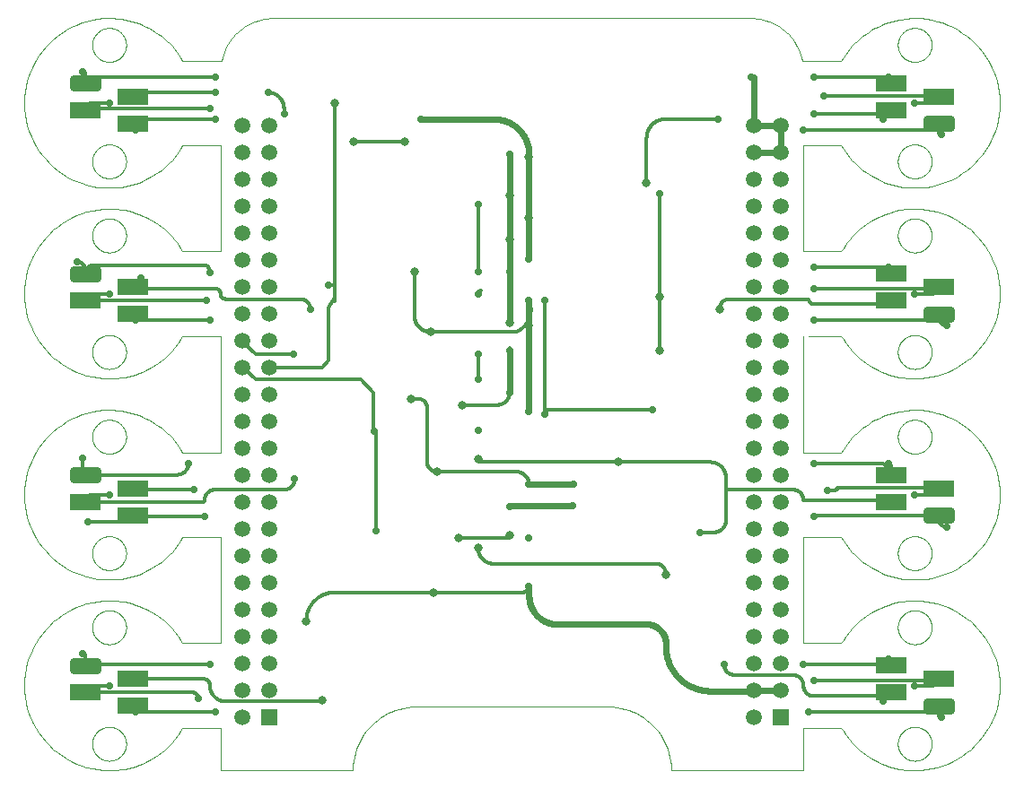
<source format=gbl>
G75*
%MOIN*%
%OFA0B0*%
%FSLAX25Y25*%
%IPPOS*%
%LPD*%
%AMOC8*
5,1,8,0,0,1.08239X$1,22.5*
%
%ADD10C,0.00000*%
%ADD11C,0.02953*%
%ADD12R,0.11811X0.05906*%
%ADD13R,0.05937X0.05937*%
%ADD14C,0.05937*%
%ADD15C,0.02775*%
%ADD16C,0.01181*%
%ADD17C,0.02362*%
%ADD18C,0.03169*%
D10*
X0022120Y0061838D02*
X0024098Y0061219D01*
X0026149Y0060800D01*
X0028199Y0060380D01*
X0030322Y0060160D01*
X0033953Y0060160D01*
X0035387Y0060259D01*
X0036791Y0060450D01*
X0038195Y0060642D01*
X0039570Y0060926D01*
X0040909Y0061297D01*
X0042248Y0061668D01*
X0043550Y0062124D01*
X0044811Y0062661D01*
X0046072Y0063198D01*
X0047291Y0063814D01*
X0049631Y0065195D01*
X0050752Y0065958D01*
X0051819Y0066789D01*
X0052886Y0067620D01*
X0053897Y0068518D01*
X0054848Y0069477D01*
X0055799Y0070436D01*
X0056688Y0071455D01*
X0058333Y0073603D01*
X0059087Y0074731D01*
X0059768Y0075908D01*
X0073831Y0075908D01*
X0073831Y0060160D01*
X0123044Y0060160D01*
X0123044Y0062011D01*
X0123208Y0063587D01*
X0123519Y0065109D01*
X0123831Y0066632D01*
X0124290Y0068100D01*
X0124882Y0069499D01*
X0125474Y0070898D01*
X0126198Y0072227D01*
X0127038Y0073471D01*
X0127879Y0074715D01*
X0128836Y0075874D01*
X0129894Y0076932D01*
X0130952Y0077990D01*
X0132111Y0078947D01*
X0133355Y0079788D01*
X0134599Y0080628D01*
X0135928Y0081352D01*
X0137327Y0081944D01*
X0138726Y0082536D01*
X0140194Y0082995D01*
X0141717Y0083307D01*
X0143239Y0083618D01*
X0144815Y0083782D01*
X0219383Y0083782D01*
X0220959Y0083618D01*
X0222482Y0083307D01*
X0224004Y0082995D01*
X0225472Y0082536D01*
X0226871Y0081944D01*
X0228270Y0081352D01*
X0229600Y0080628D01*
X0230844Y0079788D01*
X0232088Y0078947D01*
X0233247Y0077990D01*
X0235363Y0075874D01*
X0236320Y0074715D01*
X0237160Y0073471D01*
X0238001Y0072227D01*
X0238725Y0070898D01*
X0239317Y0069499D01*
X0239908Y0068100D01*
X0240368Y0066632D01*
X0240679Y0065109D01*
X0240991Y0063587D01*
X0241154Y0062011D01*
X0241154Y0060160D01*
X0290367Y0060160D01*
X0290367Y0075908D01*
X0304437Y0075908D01*
X0305118Y0074731D01*
X0305872Y0073603D01*
X0307516Y0071455D01*
X0308406Y0070436D01*
X0309357Y0069477D01*
X0310307Y0068518D01*
X0311319Y0067620D01*
X0312386Y0066789D01*
X0313453Y0065958D01*
X0314574Y0065195D01*
X0315744Y0064505D01*
X0316914Y0063814D01*
X0318133Y0063198D01*
X0319393Y0062661D01*
X0320654Y0062124D01*
X0321957Y0061668D01*
X0323296Y0061297D01*
X0324635Y0060926D01*
X0326009Y0060642D01*
X0328818Y0060259D01*
X0330252Y0060160D01*
X0333883Y0060160D01*
X0336006Y0060380D01*
X0338056Y0060800D01*
X0340107Y0061219D01*
X0342084Y0061838D01*
X0343968Y0062635D01*
X0345852Y0063432D01*
X0347643Y0064407D01*
X0349318Y0065539D01*
X0350994Y0066671D01*
X0352555Y0067960D01*
X0353980Y0069385D01*
X0355405Y0070810D01*
X0356694Y0072371D01*
X0358958Y0075722D01*
X0359933Y0077512D01*
X0361527Y0081280D01*
X0362145Y0083258D01*
X0362565Y0085308D01*
X0362984Y0087359D01*
X0363205Y0089482D01*
X0363205Y0093830D01*
X0362984Y0095953D01*
X0362565Y0098003D01*
X0362145Y0100054D01*
X0361527Y0102032D01*
X0360730Y0103916D01*
X0359933Y0105800D01*
X0358958Y0107590D01*
X0357826Y0109266D01*
X0356694Y0110941D01*
X0355405Y0112502D01*
X0352555Y0115352D01*
X0350994Y0116641D01*
X0347643Y0118905D01*
X0345852Y0119880D01*
X0343968Y0120677D01*
X0342084Y0121474D01*
X0340107Y0122092D01*
X0338056Y0122512D01*
X0336006Y0122932D01*
X0333883Y0123152D01*
X0330252Y0123152D01*
X0328818Y0123053D01*
X0327414Y0122861D01*
X0326009Y0122670D01*
X0324635Y0122385D01*
X0323296Y0122015D01*
X0321957Y0121644D01*
X0320654Y0121187D01*
X0319393Y0120651D01*
X0318133Y0120114D01*
X0316914Y0119497D01*
X0315744Y0118807D01*
X0314574Y0118117D01*
X0313453Y0117353D01*
X0312386Y0116523D01*
X0311319Y0115692D01*
X0310307Y0114794D01*
X0309357Y0113835D01*
X0308406Y0112876D01*
X0307516Y0111857D01*
X0305872Y0109709D01*
X0305118Y0108580D01*
X0304437Y0107404D01*
X0290367Y0107404D01*
X0290367Y0146772D01*
X0304437Y0146772D01*
X0305118Y0145595D01*
X0305872Y0144467D01*
X0307516Y0142319D01*
X0308406Y0141299D01*
X0309357Y0140341D01*
X0310307Y0139382D01*
X0311319Y0138484D01*
X0312386Y0137653D01*
X0313453Y0136822D01*
X0314574Y0136059D01*
X0315744Y0135368D01*
X0316914Y0134678D01*
X0318133Y0134062D01*
X0319393Y0133525D01*
X0320654Y0132988D01*
X0321957Y0132531D01*
X0323296Y0132161D01*
X0324635Y0131790D01*
X0326009Y0131506D01*
X0327414Y0131314D01*
X0328818Y0131123D01*
X0330252Y0131024D01*
X0333883Y0131024D01*
X0336006Y0131244D01*
X0338056Y0131664D01*
X0340107Y0132083D01*
X0342084Y0132702D01*
X0343968Y0133499D01*
X0345852Y0134296D01*
X0347643Y0135271D01*
X0349318Y0136403D01*
X0350994Y0137535D01*
X0352555Y0138824D01*
X0355405Y0141674D01*
X0356694Y0143234D01*
X0357826Y0144910D01*
X0358958Y0146586D01*
X0359933Y0148376D01*
X0360730Y0150260D01*
X0361527Y0152144D01*
X0362145Y0154122D01*
X0362565Y0156172D01*
X0362984Y0158223D01*
X0363205Y0160345D01*
X0363205Y0164694D01*
X0362984Y0166817D01*
X0362565Y0168867D01*
X0362145Y0170918D01*
X0361527Y0172895D01*
X0359933Y0176664D01*
X0358958Y0178454D01*
X0356694Y0181805D01*
X0355405Y0183366D01*
X0352555Y0186216D01*
X0350994Y0187505D01*
X0347643Y0189769D01*
X0345852Y0190744D01*
X0343968Y0191541D01*
X0342084Y0192338D01*
X0340107Y0192956D01*
X0338056Y0193376D01*
X0336006Y0193795D01*
X0333883Y0194016D01*
X0330252Y0194016D01*
X0328818Y0193917D01*
X0326009Y0193533D01*
X0324635Y0193249D01*
X0321957Y0192508D01*
X0320654Y0192051D01*
X0319393Y0191515D01*
X0318133Y0190978D01*
X0316914Y0190361D01*
X0315744Y0189671D01*
X0314574Y0188981D01*
X0313453Y0188217D01*
X0312386Y0187386D01*
X0311319Y0186556D01*
X0310307Y0185658D01*
X0309357Y0184699D01*
X0308406Y0183740D01*
X0307516Y0182721D01*
X0306694Y0181647D01*
X0305872Y0180573D01*
X0305118Y0179444D01*
X0304437Y0178268D01*
X0290367Y0178268D01*
X0290367Y0221575D01*
X0292126Y0221575D02*
X0304437Y0221575D01*
X0305118Y0220398D01*
X0305872Y0219270D01*
X0307516Y0217122D01*
X0308406Y0216103D01*
X0309357Y0215144D01*
X0310307Y0214185D01*
X0311319Y0213287D01*
X0312386Y0212456D01*
X0313453Y0211625D01*
X0314574Y0210862D01*
X0315744Y0210172D01*
X0316914Y0209481D01*
X0318133Y0208865D01*
X0319393Y0208328D01*
X0320654Y0207791D01*
X0321957Y0207335D01*
X0323296Y0206964D01*
X0324635Y0206593D01*
X0326009Y0206309D01*
X0327414Y0206118D01*
X0328818Y0205926D01*
X0330252Y0205827D01*
X0333883Y0205827D01*
X0336006Y0206047D01*
X0338056Y0206467D01*
X0340107Y0206886D01*
X0342084Y0207505D01*
X0343968Y0208302D01*
X0345852Y0209099D01*
X0347643Y0210074D01*
X0350994Y0212338D01*
X0352555Y0213627D01*
X0355405Y0216477D01*
X0356694Y0218038D01*
X0357826Y0219713D01*
X0358958Y0221389D01*
X0359933Y0223179D01*
X0361527Y0226947D01*
X0362145Y0228925D01*
X0362565Y0230975D01*
X0362984Y0233026D01*
X0363205Y0235149D01*
X0363205Y0239497D01*
X0362984Y0241620D01*
X0362565Y0243670D01*
X0362145Y0245721D01*
X0361527Y0247698D01*
X0360730Y0249583D01*
X0359933Y0251467D01*
X0358958Y0253257D01*
X0357826Y0254933D01*
X0356694Y0256608D01*
X0355405Y0258169D01*
X0353980Y0259594D01*
X0352555Y0261019D01*
X0350994Y0262308D01*
X0347643Y0264572D01*
X0345852Y0265547D01*
X0343968Y0266344D01*
X0342084Y0267141D01*
X0340107Y0267759D01*
X0338056Y0268179D01*
X0336006Y0268599D01*
X0333883Y0268819D01*
X0330252Y0268819D01*
X0328818Y0268720D01*
X0326009Y0268337D01*
X0324635Y0268052D01*
X0321957Y0267311D01*
X0320654Y0266854D01*
X0319393Y0266318D01*
X0318133Y0265781D01*
X0316914Y0265164D01*
X0315744Y0264474D01*
X0314574Y0263784D01*
X0313453Y0263020D01*
X0312386Y0262190D01*
X0311319Y0261359D01*
X0310307Y0260461D01*
X0309357Y0259502D01*
X0308406Y0258543D01*
X0307516Y0257524D01*
X0306694Y0256450D01*
X0305872Y0255376D01*
X0305118Y0254247D01*
X0304437Y0253071D01*
X0290367Y0253071D01*
X0290367Y0292443D01*
X0304437Y0292443D01*
X0305118Y0291267D01*
X0305872Y0290138D01*
X0307516Y0287991D01*
X0308406Y0286971D01*
X0309357Y0286012D01*
X0310307Y0285053D01*
X0311319Y0284155D01*
X0312386Y0283325D01*
X0313453Y0282494D01*
X0314574Y0281730D01*
X0315744Y0281040D01*
X0316914Y0280350D01*
X0318133Y0279733D01*
X0320654Y0278660D01*
X0321957Y0278203D01*
X0324635Y0277462D01*
X0326009Y0277178D01*
X0327414Y0276986D01*
X0328818Y0276794D01*
X0330252Y0276695D01*
X0333883Y0276695D01*
X0336006Y0276916D01*
X0338056Y0277335D01*
X0340107Y0277755D01*
X0342084Y0278373D01*
X0343968Y0279170D01*
X0345852Y0279967D01*
X0347643Y0280942D01*
X0349318Y0282074D01*
X0350994Y0283206D01*
X0352555Y0284495D01*
X0353980Y0285920D01*
X0355405Y0287345D01*
X0356694Y0288906D01*
X0358958Y0292257D01*
X0359933Y0294048D01*
X0360730Y0295932D01*
X0361527Y0297816D01*
X0362145Y0299794D01*
X0362565Y0301844D01*
X0362984Y0303894D01*
X0363205Y0306017D01*
X0363205Y0310366D01*
X0362984Y0312489D01*
X0362565Y0314539D01*
X0362145Y0316589D01*
X0361527Y0318567D01*
X0359933Y0322335D01*
X0358958Y0324126D01*
X0356694Y0327477D01*
X0355405Y0329038D01*
X0353980Y0330462D01*
X0352555Y0331887D01*
X0350994Y0333176D01*
X0349318Y0334308D01*
X0347643Y0335440D01*
X0345852Y0336415D01*
X0343968Y0337212D01*
X0342084Y0338009D01*
X0340107Y0338628D01*
X0338056Y0339048D01*
X0336006Y0339467D01*
X0333883Y0339687D01*
X0330252Y0339687D01*
X0328818Y0339588D01*
X0326009Y0339205D01*
X0324635Y0338921D01*
X0323296Y0338550D01*
X0321957Y0338180D01*
X0320654Y0337723D01*
X0319393Y0337186D01*
X0318133Y0336649D01*
X0316914Y0336033D01*
X0315744Y0335343D01*
X0314574Y0334653D01*
X0313453Y0333889D01*
X0312386Y0333058D01*
X0311319Y0332227D01*
X0310307Y0331329D01*
X0309357Y0330370D01*
X0308406Y0329412D01*
X0307516Y0328392D01*
X0305872Y0326244D01*
X0305118Y0325116D01*
X0304437Y0323939D01*
X0289972Y0323939D01*
X0289744Y0325062D01*
X0289420Y0326151D01*
X0289010Y0327196D01*
X0288599Y0328241D01*
X0288102Y0329242D01*
X0286952Y0331139D01*
X0286299Y0332036D01*
X0285578Y0332871D01*
X0284856Y0333706D01*
X0284065Y0334479D01*
X0283214Y0335183D01*
X0282363Y0335886D01*
X0281452Y0336519D01*
X0280489Y0337074D01*
X0279527Y0337628D01*
X0278513Y0338103D01*
X0277457Y0338490D01*
X0276401Y0338877D01*
X0275302Y0339177D01*
X0274170Y0339379D01*
X0273038Y0339582D01*
X0271872Y0339687D01*
X0092326Y0339687D01*
X0091160Y0339582D01*
X0090028Y0339379D01*
X0088896Y0339177D01*
X0087798Y0338877D01*
X0086741Y0338490D01*
X0085685Y0338103D01*
X0084671Y0337628D01*
X0083709Y0337074D01*
X0082747Y0336519D01*
X0081835Y0335886D01*
X0080984Y0335183D01*
X0080133Y0334479D01*
X0079343Y0333706D01*
X0078621Y0332871D01*
X0077899Y0332036D01*
X0077246Y0331139D01*
X0076096Y0329242D01*
X0075599Y0328241D01*
X0075189Y0327196D01*
X0074778Y0326151D01*
X0074455Y0325062D01*
X0074227Y0323939D01*
X0059768Y0323939D01*
X0059087Y0325116D01*
X0058333Y0326244D01*
X0057511Y0327318D01*
X0056688Y0328392D01*
X0055799Y0329412D01*
X0054848Y0330370D01*
X0053897Y0331329D01*
X0052886Y0332227D01*
X0051819Y0333058D01*
X0050752Y0333889D01*
X0049631Y0334653D01*
X0047291Y0336033D01*
X0046072Y0336649D01*
X0044811Y0337186D01*
X0043550Y0337723D01*
X0042248Y0338180D01*
X0040909Y0338550D01*
X0039570Y0338921D01*
X0038195Y0339205D01*
X0036791Y0339397D01*
X0035387Y0339588D01*
X0033953Y0339687D01*
X0030322Y0339687D01*
X0028199Y0339467D01*
X0026149Y0339047D01*
X0024098Y0338628D01*
X0022120Y0338009D01*
X0020236Y0337212D01*
X0018352Y0336415D01*
X0016562Y0335440D01*
X0013211Y0333176D01*
X0011650Y0331887D01*
X0010225Y0330462D01*
X0008800Y0329037D01*
X0007511Y0327477D01*
X0006379Y0325801D01*
X0005247Y0324125D01*
X0004272Y0322335D01*
X0002678Y0318567D01*
X0002059Y0316589D01*
X0001640Y0314539D01*
X0001220Y0312489D01*
X0001000Y0310366D01*
X0001000Y0306017D01*
X0001220Y0303894D01*
X0001640Y0301844D01*
X0002059Y0299793D01*
X0002678Y0297816D01*
X0003475Y0295932D01*
X0004272Y0294048D01*
X0005247Y0292257D01*
X0006379Y0290582D01*
X0007511Y0288906D01*
X0008800Y0287345D01*
X0010225Y0285920D01*
X0011650Y0284495D01*
X0013211Y0283206D01*
X0016562Y0280942D01*
X0018352Y0279967D01*
X0020236Y0279170D01*
X0022120Y0278373D01*
X0024098Y0277755D01*
X0026149Y0277335D01*
X0028199Y0276916D01*
X0030322Y0276695D01*
X0033953Y0276695D01*
X0035387Y0276794D01*
X0036791Y0276986D01*
X0038195Y0277178D01*
X0039570Y0277462D01*
X0040909Y0277832D01*
X0042248Y0278203D01*
X0043550Y0278660D01*
X0044811Y0279197D01*
X0046072Y0279733D01*
X0047291Y0280350D01*
X0049631Y0281730D01*
X0050752Y0282494D01*
X0051819Y0283325D01*
X0052886Y0284155D01*
X0053897Y0285053D01*
X0054848Y0286012D01*
X0055799Y0286971D01*
X0056688Y0287991D01*
X0057511Y0289064D01*
X0058333Y0290138D01*
X0059087Y0291267D01*
X0059768Y0292443D01*
X0073831Y0292443D01*
X0073831Y0253071D01*
X0059768Y0253071D01*
X0059087Y0254247D01*
X0058333Y0255376D01*
X0057510Y0256450D01*
X0056688Y0257524D01*
X0055799Y0258543D01*
X0054848Y0259502D01*
X0053897Y0260461D01*
X0052886Y0261359D01*
X0051819Y0262190D01*
X0050752Y0263020D01*
X0049631Y0263784D01*
X0047290Y0265164D01*
X0046072Y0265781D01*
X0044811Y0266318D01*
X0043550Y0266854D01*
X0042248Y0267311D01*
X0040909Y0267682D01*
X0039570Y0268052D01*
X0038195Y0268337D01*
X0036791Y0268528D01*
X0035387Y0268720D01*
X0033953Y0268819D01*
X0030322Y0268819D01*
X0028199Y0268599D01*
X0026149Y0268179D01*
X0024098Y0267759D01*
X0022120Y0267141D01*
X0020236Y0266344D01*
X0018352Y0265547D01*
X0016562Y0264572D01*
X0014886Y0263440D01*
X0013211Y0262308D01*
X0011650Y0261019D01*
X0010225Y0259594D01*
X0008800Y0258169D01*
X0007511Y0256608D01*
X0006379Y0254933D01*
X0005247Y0253257D01*
X0004272Y0251467D01*
X0002678Y0247698D01*
X0002059Y0245721D01*
X0001640Y0243670D01*
X0001220Y0241620D01*
X0001000Y0239497D01*
X0001000Y0235149D01*
X0001220Y0233026D01*
X0001640Y0230975D01*
X0002059Y0228925D01*
X0002678Y0226947D01*
X0003475Y0225063D01*
X0004272Y0223179D01*
X0005247Y0221389D01*
X0006379Y0219713D01*
X0007511Y0218037D01*
X0008800Y0216477D01*
X0011650Y0213627D01*
X0013211Y0212338D01*
X0014886Y0211206D01*
X0016562Y0210074D01*
X0018352Y0209099D01*
X0020236Y0208302D01*
X0022120Y0207505D01*
X0024098Y0206886D01*
X0026149Y0206467D01*
X0028199Y0206047D01*
X0030322Y0205827D01*
X0033953Y0205827D01*
X0035387Y0205926D01*
X0036791Y0206117D01*
X0038195Y0206309D01*
X0039570Y0206593D01*
X0040909Y0206964D01*
X0042248Y0207334D01*
X0043550Y0207791D01*
X0044811Y0208328D01*
X0046072Y0208865D01*
X0047291Y0209481D01*
X0049631Y0210862D01*
X0050752Y0211625D01*
X0051819Y0212456D01*
X0052886Y0213287D01*
X0053897Y0214185D01*
X0054848Y0215144D01*
X0055799Y0216102D01*
X0056688Y0217122D01*
X0058333Y0219270D01*
X0059087Y0220398D01*
X0059768Y0221575D01*
X0073831Y0221575D01*
X0073831Y0178268D01*
X0059768Y0178268D01*
X0059087Y0179444D01*
X0058333Y0180573D01*
X0057511Y0181647D01*
X0056688Y0182721D01*
X0055799Y0183740D01*
X0054848Y0184699D01*
X0053897Y0185658D01*
X0052886Y0186556D01*
X0051819Y0187386D01*
X0050752Y0188217D01*
X0049631Y0188981D01*
X0047291Y0190361D01*
X0046072Y0190978D01*
X0044811Y0191515D01*
X0043550Y0192051D01*
X0042248Y0192508D01*
X0039570Y0193249D01*
X0038195Y0193533D01*
X0036791Y0193725D01*
X0035387Y0193917D01*
X0033953Y0194016D01*
X0030322Y0194016D01*
X0028199Y0193795D01*
X0026149Y0193376D01*
X0024098Y0192956D01*
X0022120Y0192338D01*
X0020236Y0191541D01*
X0018352Y0190744D01*
X0016562Y0189769D01*
X0014886Y0188637D01*
X0013211Y0187505D01*
X0011650Y0186216D01*
X0010225Y0184791D01*
X0008800Y0183366D01*
X0007511Y0181805D01*
X0006379Y0180129D01*
X0005247Y0178454D01*
X0004272Y0176663D01*
X0003475Y0174779D01*
X0002678Y0172895D01*
X0002059Y0170918D01*
X0001640Y0168867D01*
X0001220Y0166817D01*
X0001000Y0164694D01*
X0001000Y0160345D01*
X0001220Y0158222D01*
X0001640Y0156172D01*
X0002059Y0154122D01*
X0002678Y0152144D01*
X0004272Y0148376D01*
X0005247Y0146586D01*
X0006379Y0144910D01*
X0007511Y0143234D01*
X0008800Y0141674D01*
X0010225Y0140249D01*
X0011650Y0138824D01*
X0013211Y0137535D01*
X0016562Y0135271D01*
X0018352Y0134296D01*
X0020236Y0133499D01*
X0022120Y0132702D01*
X0024098Y0132083D01*
X0028199Y0131244D01*
X0030322Y0131024D01*
X0033953Y0131024D01*
X0035387Y0131123D01*
X0036791Y0131314D01*
X0038195Y0131506D01*
X0039570Y0131790D01*
X0040909Y0132161D01*
X0042248Y0132531D01*
X0043550Y0132988D01*
X0044811Y0133525D01*
X0046072Y0134062D01*
X0047291Y0134678D01*
X0049631Y0136059D01*
X0050752Y0136822D01*
X0051819Y0137653D01*
X0052886Y0138484D01*
X0053897Y0139382D01*
X0054848Y0140341D01*
X0055799Y0141299D01*
X0056688Y0142319D01*
X0058333Y0144467D01*
X0059087Y0145595D01*
X0059768Y0146772D01*
X0073831Y0146772D01*
X0073831Y0107404D01*
X0059768Y0107404D01*
X0059087Y0108580D01*
X0058333Y0109709D01*
X0056688Y0111857D01*
X0055799Y0112876D01*
X0054848Y0113835D01*
X0053897Y0114794D01*
X0052886Y0115692D01*
X0051819Y0116523D01*
X0050752Y0117353D01*
X0049631Y0118117D01*
X0047291Y0119497D01*
X0046072Y0120114D01*
X0044811Y0120651D01*
X0043550Y0121187D01*
X0042248Y0121644D01*
X0040909Y0122015D01*
X0039570Y0122385D01*
X0038195Y0122670D01*
X0036791Y0122861D01*
X0035387Y0123053D01*
X0033953Y0123152D01*
X0030322Y0123152D01*
X0028199Y0122932D01*
X0026149Y0122512D01*
X0024098Y0122092D01*
X0022120Y0121474D01*
X0020236Y0120677D01*
X0018352Y0119880D01*
X0016562Y0118905D01*
X0014886Y0117773D01*
X0013211Y0116641D01*
X0011650Y0115352D01*
X0010225Y0113927D01*
X0008800Y0112502D01*
X0007511Y0110941D01*
X0006379Y0109266D01*
X0005247Y0107590D01*
X0004272Y0105800D01*
X0003475Y0103916D01*
X0002678Y0102031D01*
X0002059Y0100054D01*
X0001640Y0098003D01*
X0001220Y0095953D01*
X0001000Y0093830D01*
X0001000Y0089481D01*
X0001220Y0087359D01*
X0001640Y0085308D01*
X0002059Y0083258D01*
X0002678Y0081280D01*
X0004272Y0077512D01*
X0005247Y0075722D01*
X0006379Y0074046D01*
X0007511Y0072371D01*
X0008800Y0070810D01*
X0010225Y0069385D01*
X0011650Y0067960D01*
X0013211Y0066671D01*
X0016562Y0064407D01*
X0018352Y0063432D01*
X0020236Y0062635D01*
X0022120Y0061838D01*
X0026197Y0069961D02*
X0026199Y0070119D01*
X0026205Y0070277D01*
X0026215Y0070435D01*
X0026229Y0070593D01*
X0026247Y0070750D01*
X0026268Y0070907D01*
X0026294Y0071063D01*
X0026324Y0071219D01*
X0026357Y0071374D01*
X0026395Y0071527D01*
X0026436Y0071680D01*
X0026481Y0071832D01*
X0026530Y0071983D01*
X0026583Y0072132D01*
X0026639Y0072280D01*
X0026699Y0072426D01*
X0026763Y0072571D01*
X0026831Y0072714D01*
X0026902Y0072856D01*
X0026976Y0072996D01*
X0027054Y0073133D01*
X0027136Y0073269D01*
X0027220Y0073403D01*
X0027309Y0073534D01*
X0027400Y0073663D01*
X0027495Y0073790D01*
X0027592Y0073915D01*
X0027693Y0074037D01*
X0027797Y0074156D01*
X0027904Y0074273D01*
X0028014Y0074387D01*
X0028127Y0074498D01*
X0028242Y0074607D01*
X0028360Y0074712D01*
X0028481Y0074814D01*
X0028604Y0074914D01*
X0028730Y0075010D01*
X0028858Y0075103D01*
X0028988Y0075193D01*
X0029121Y0075279D01*
X0029256Y0075363D01*
X0029392Y0075442D01*
X0029531Y0075519D01*
X0029672Y0075591D01*
X0029814Y0075661D01*
X0029958Y0075726D01*
X0030104Y0075788D01*
X0030251Y0075846D01*
X0030400Y0075901D01*
X0030550Y0075952D01*
X0030701Y0075999D01*
X0030853Y0076042D01*
X0031006Y0076081D01*
X0031161Y0076117D01*
X0031316Y0076148D01*
X0031472Y0076176D01*
X0031628Y0076200D01*
X0031785Y0076220D01*
X0031943Y0076236D01*
X0032100Y0076248D01*
X0032259Y0076256D01*
X0032417Y0076260D01*
X0032575Y0076260D01*
X0032733Y0076256D01*
X0032892Y0076248D01*
X0033049Y0076236D01*
X0033207Y0076220D01*
X0033364Y0076200D01*
X0033520Y0076176D01*
X0033676Y0076148D01*
X0033831Y0076117D01*
X0033986Y0076081D01*
X0034139Y0076042D01*
X0034291Y0075999D01*
X0034442Y0075952D01*
X0034592Y0075901D01*
X0034741Y0075846D01*
X0034888Y0075788D01*
X0035034Y0075726D01*
X0035178Y0075661D01*
X0035320Y0075591D01*
X0035461Y0075519D01*
X0035600Y0075442D01*
X0035736Y0075363D01*
X0035871Y0075279D01*
X0036004Y0075193D01*
X0036134Y0075103D01*
X0036262Y0075010D01*
X0036388Y0074914D01*
X0036511Y0074814D01*
X0036632Y0074712D01*
X0036750Y0074607D01*
X0036865Y0074498D01*
X0036978Y0074387D01*
X0037088Y0074273D01*
X0037195Y0074156D01*
X0037299Y0074037D01*
X0037400Y0073915D01*
X0037497Y0073790D01*
X0037592Y0073663D01*
X0037683Y0073534D01*
X0037772Y0073403D01*
X0037856Y0073269D01*
X0037938Y0073133D01*
X0038016Y0072996D01*
X0038090Y0072856D01*
X0038161Y0072714D01*
X0038229Y0072571D01*
X0038293Y0072426D01*
X0038353Y0072280D01*
X0038409Y0072132D01*
X0038462Y0071983D01*
X0038511Y0071832D01*
X0038556Y0071680D01*
X0038597Y0071527D01*
X0038635Y0071374D01*
X0038668Y0071219D01*
X0038698Y0071063D01*
X0038724Y0070907D01*
X0038745Y0070750D01*
X0038763Y0070593D01*
X0038777Y0070435D01*
X0038787Y0070277D01*
X0038793Y0070119D01*
X0038795Y0069961D01*
X0038793Y0069803D01*
X0038787Y0069645D01*
X0038777Y0069487D01*
X0038763Y0069329D01*
X0038745Y0069172D01*
X0038724Y0069015D01*
X0038698Y0068859D01*
X0038668Y0068703D01*
X0038635Y0068548D01*
X0038597Y0068395D01*
X0038556Y0068242D01*
X0038511Y0068090D01*
X0038462Y0067939D01*
X0038409Y0067790D01*
X0038353Y0067642D01*
X0038293Y0067496D01*
X0038229Y0067351D01*
X0038161Y0067208D01*
X0038090Y0067066D01*
X0038016Y0066926D01*
X0037938Y0066789D01*
X0037856Y0066653D01*
X0037772Y0066519D01*
X0037683Y0066388D01*
X0037592Y0066259D01*
X0037497Y0066132D01*
X0037400Y0066007D01*
X0037299Y0065885D01*
X0037195Y0065766D01*
X0037088Y0065649D01*
X0036978Y0065535D01*
X0036865Y0065424D01*
X0036750Y0065315D01*
X0036632Y0065210D01*
X0036511Y0065108D01*
X0036388Y0065008D01*
X0036262Y0064912D01*
X0036134Y0064819D01*
X0036004Y0064729D01*
X0035871Y0064643D01*
X0035736Y0064559D01*
X0035600Y0064480D01*
X0035461Y0064403D01*
X0035320Y0064331D01*
X0035178Y0064261D01*
X0035034Y0064196D01*
X0034888Y0064134D01*
X0034741Y0064076D01*
X0034592Y0064021D01*
X0034442Y0063970D01*
X0034291Y0063923D01*
X0034139Y0063880D01*
X0033986Y0063841D01*
X0033831Y0063805D01*
X0033676Y0063774D01*
X0033520Y0063746D01*
X0033364Y0063722D01*
X0033207Y0063702D01*
X0033049Y0063686D01*
X0032892Y0063674D01*
X0032733Y0063666D01*
X0032575Y0063662D01*
X0032417Y0063662D01*
X0032259Y0063666D01*
X0032100Y0063674D01*
X0031943Y0063686D01*
X0031785Y0063702D01*
X0031628Y0063722D01*
X0031472Y0063746D01*
X0031316Y0063774D01*
X0031161Y0063805D01*
X0031006Y0063841D01*
X0030853Y0063880D01*
X0030701Y0063923D01*
X0030550Y0063970D01*
X0030400Y0064021D01*
X0030251Y0064076D01*
X0030104Y0064134D01*
X0029958Y0064196D01*
X0029814Y0064261D01*
X0029672Y0064331D01*
X0029531Y0064403D01*
X0029392Y0064480D01*
X0029256Y0064559D01*
X0029121Y0064643D01*
X0028988Y0064729D01*
X0028858Y0064819D01*
X0028730Y0064912D01*
X0028604Y0065008D01*
X0028481Y0065108D01*
X0028360Y0065210D01*
X0028242Y0065315D01*
X0028127Y0065424D01*
X0028014Y0065535D01*
X0027904Y0065649D01*
X0027797Y0065766D01*
X0027693Y0065885D01*
X0027592Y0066007D01*
X0027495Y0066132D01*
X0027400Y0066259D01*
X0027309Y0066388D01*
X0027220Y0066519D01*
X0027136Y0066653D01*
X0027054Y0066789D01*
X0026976Y0066926D01*
X0026902Y0067066D01*
X0026831Y0067208D01*
X0026763Y0067351D01*
X0026699Y0067496D01*
X0026639Y0067642D01*
X0026583Y0067790D01*
X0026530Y0067939D01*
X0026481Y0068090D01*
X0026436Y0068242D01*
X0026395Y0068395D01*
X0026357Y0068548D01*
X0026324Y0068703D01*
X0026294Y0068859D01*
X0026268Y0069015D01*
X0026247Y0069172D01*
X0026229Y0069329D01*
X0026215Y0069487D01*
X0026205Y0069645D01*
X0026199Y0069803D01*
X0026197Y0069961D01*
X0026197Y0113268D02*
X0026199Y0113426D01*
X0026205Y0113584D01*
X0026215Y0113742D01*
X0026229Y0113900D01*
X0026247Y0114057D01*
X0026268Y0114214D01*
X0026294Y0114370D01*
X0026324Y0114526D01*
X0026357Y0114681D01*
X0026395Y0114834D01*
X0026436Y0114987D01*
X0026481Y0115139D01*
X0026530Y0115290D01*
X0026583Y0115439D01*
X0026639Y0115587D01*
X0026699Y0115733D01*
X0026763Y0115878D01*
X0026831Y0116021D01*
X0026902Y0116163D01*
X0026976Y0116303D01*
X0027054Y0116440D01*
X0027136Y0116576D01*
X0027220Y0116710D01*
X0027309Y0116841D01*
X0027400Y0116970D01*
X0027495Y0117097D01*
X0027592Y0117222D01*
X0027693Y0117344D01*
X0027797Y0117463D01*
X0027904Y0117580D01*
X0028014Y0117694D01*
X0028127Y0117805D01*
X0028242Y0117914D01*
X0028360Y0118019D01*
X0028481Y0118121D01*
X0028604Y0118221D01*
X0028730Y0118317D01*
X0028858Y0118410D01*
X0028988Y0118500D01*
X0029121Y0118586D01*
X0029256Y0118670D01*
X0029392Y0118749D01*
X0029531Y0118826D01*
X0029672Y0118898D01*
X0029814Y0118968D01*
X0029958Y0119033D01*
X0030104Y0119095D01*
X0030251Y0119153D01*
X0030400Y0119208D01*
X0030550Y0119259D01*
X0030701Y0119306D01*
X0030853Y0119349D01*
X0031006Y0119388D01*
X0031161Y0119424D01*
X0031316Y0119455D01*
X0031472Y0119483D01*
X0031628Y0119507D01*
X0031785Y0119527D01*
X0031943Y0119543D01*
X0032100Y0119555D01*
X0032259Y0119563D01*
X0032417Y0119567D01*
X0032575Y0119567D01*
X0032733Y0119563D01*
X0032892Y0119555D01*
X0033049Y0119543D01*
X0033207Y0119527D01*
X0033364Y0119507D01*
X0033520Y0119483D01*
X0033676Y0119455D01*
X0033831Y0119424D01*
X0033986Y0119388D01*
X0034139Y0119349D01*
X0034291Y0119306D01*
X0034442Y0119259D01*
X0034592Y0119208D01*
X0034741Y0119153D01*
X0034888Y0119095D01*
X0035034Y0119033D01*
X0035178Y0118968D01*
X0035320Y0118898D01*
X0035461Y0118826D01*
X0035600Y0118749D01*
X0035736Y0118670D01*
X0035871Y0118586D01*
X0036004Y0118500D01*
X0036134Y0118410D01*
X0036262Y0118317D01*
X0036388Y0118221D01*
X0036511Y0118121D01*
X0036632Y0118019D01*
X0036750Y0117914D01*
X0036865Y0117805D01*
X0036978Y0117694D01*
X0037088Y0117580D01*
X0037195Y0117463D01*
X0037299Y0117344D01*
X0037400Y0117222D01*
X0037497Y0117097D01*
X0037592Y0116970D01*
X0037683Y0116841D01*
X0037772Y0116710D01*
X0037856Y0116576D01*
X0037938Y0116440D01*
X0038016Y0116303D01*
X0038090Y0116163D01*
X0038161Y0116021D01*
X0038229Y0115878D01*
X0038293Y0115733D01*
X0038353Y0115587D01*
X0038409Y0115439D01*
X0038462Y0115290D01*
X0038511Y0115139D01*
X0038556Y0114987D01*
X0038597Y0114834D01*
X0038635Y0114681D01*
X0038668Y0114526D01*
X0038698Y0114370D01*
X0038724Y0114214D01*
X0038745Y0114057D01*
X0038763Y0113900D01*
X0038777Y0113742D01*
X0038787Y0113584D01*
X0038793Y0113426D01*
X0038795Y0113268D01*
X0038793Y0113110D01*
X0038787Y0112952D01*
X0038777Y0112794D01*
X0038763Y0112636D01*
X0038745Y0112479D01*
X0038724Y0112322D01*
X0038698Y0112166D01*
X0038668Y0112010D01*
X0038635Y0111855D01*
X0038597Y0111702D01*
X0038556Y0111549D01*
X0038511Y0111397D01*
X0038462Y0111246D01*
X0038409Y0111097D01*
X0038353Y0110949D01*
X0038293Y0110803D01*
X0038229Y0110658D01*
X0038161Y0110515D01*
X0038090Y0110373D01*
X0038016Y0110233D01*
X0037938Y0110096D01*
X0037856Y0109960D01*
X0037772Y0109826D01*
X0037683Y0109695D01*
X0037592Y0109566D01*
X0037497Y0109439D01*
X0037400Y0109314D01*
X0037299Y0109192D01*
X0037195Y0109073D01*
X0037088Y0108956D01*
X0036978Y0108842D01*
X0036865Y0108731D01*
X0036750Y0108622D01*
X0036632Y0108517D01*
X0036511Y0108415D01*
X0036388Y0108315D01*
X0036262Y0108219D01*
X0036134Y0108126D01*
X0036004Y0108036D01*
X0035871Y0107950D01*
X0035736Y0107866D01*
X0035600Y0107787D01*
X0035461Y0107710D01*
X0035320Y0107638D01*
X0035178Y0107568D01*
X0035034Y0107503D01*
X0034888Y0107441D01*
X0034741Y0107383D01*
X0034592Y0107328D01*
X0034442Y0107277D01*
X0034291Y0107230D01*
X0034139Y0107187D01*
X0033986Y0107148D01*
X0033831Y0107112D01*
X0033676Y0107081D01*
X0033520Y0107053D01*
X0033364Y0107029D01*
X0033207Y0107009D01*
X0033049Y0106993D01*
X0032892Y0106981D01*
X0032733Y0106973D01*
X0032575Y0106969D01*
X0032417Y0106969D01*
X0032259Y0106973D01*
X0032100Y0106981D01*
X0031943Y0106993D01*
X0031785Y0107009D01*
X0031628Y0107029D01*
X0031472Y0107053D01*
X0031316Y0107081D01*
X0031161Y0107112D01*
X0031006Y0107148D01*
X0030853Y0107187D01*
X0030701Y0107230D01*
X0030550Y0107277D01*
X0030400Y0107328D01*
X0030251Y0107383D01*
X0030104Y0107441D01*
X0029958Y0107503D01*
X0029814Y0107568D01*
X0029672Y0107638D01*
X0029531Y0107710D01*
X0029392Y0107787D01*
X0029256Y0107866D01*
X0029121Y0107950D01*
X0028988Y0108036D01*
X0028858Y0108126D01*
X0028730Y0108219D01*
X0028604Y0108315D01*
X0028481Y0108415D01*
X0028360Y0108517D01*
X0028242Y0108622D01*
X0028127Y0108731D01*
X0028014Y0108842D01*
X0027904Y0108956D01*
X0027797Y0109073D01*
X0027693Y0109192D01*
X0027592Y0109314D01*
X0027495Y0109439D01*
X0027400Y0109566D01*
X0027309Y0109695D01*
X0027220Y0109826D01*
X0027136Y0109960D01*
X0027054Y0110096D01*
X0026976Y0110233D01*
X0026902Y0110373D01*
X0026831Y0110515D01*
X0026763Y0110658D01*
X0026699Y0110803D01*
X0026639Y0110949D01*
X0026583Y0111097D01*
X0026530Y0111246D01*
X0026481Y0111397D01*
X0026436Y0111549D01*
X0026395Y0111702D01*
X0026357Y0111855D01*
X0026324Y0112010D01*
X0026294Y0112166D01*
X0026268Y0112322D01*
X0026247Y0112479D01*
X0026229Y0112636D01*
X0026215Y0112794D01*
X0026205Y0112952D01*
X0026199Y0113110D01*
X0026197Y0113268D01*
X0026197Y0140827D02*
X0026199Y0140985D01*
X0026205Y0141143D01*
X0026215Y0141301D01*
X0026229Y0141459D01*
X0026247Y0141616D01*
X0026268Y0141773D01*
X0026294Y0141929D01*
X0026324Y0142085D01*
X0026357Y0142240D01*
X0026395Y0142393D01*
X0026436Y0142546D01*
X0026481Y0142698D01*
X0026530Y0142849D01*
X0026583Y0142998D01*
X0026639Y0143146D01*
X0026699Y0143292D01*
X0026763Y0143437D01*
X0026831Y0143580D01*
X0026902Y0143722D01*
X0026976Y0143862D01*
X0027054Y0143999D01*
X0027136Y0144135D01*
X0027220Y0144269D01*
X0027309Y0144400D01*
X0027400Y0144529D01*
X0027495Y0144656D01*
X0027592Y0144781D01*
X0027693Y0144903D01*
X0027797Y0145022D01*
X0027904Y0145139D01*
X0028014Y0145253D01*
X0028127Y0145364D01*
X0028242Y0145473D01*
X0028360Y0145578D01*
X0028481Y0145680D01*
X0028604Y0145780D01*
X0028730Y0145876D01*
X0028858Y0145969D01*
X0028988Y0146059D01*
X0029121Y0146145D01*
X0029256Y0146229D01*
X0029392Y0146308D01*
X0029531Y0146385D01*
X0029672Y0146457D01*
X0029814Y0146527D01*
X0029958Y0146592D01*
X0030104Y0146654D01*
X0030251Y0146712D01*
X0030400Y0146767D01*
X0030550Y0146818D01*
X0030701Y0146865D01*
X0030853Y0146908D01*
X0031006Y0146947D01*
X0031161Y0146983D01*
X0031316Y0147014D01*
X0031472Y0147042D01*
X0031628Y0147066D01*
X0031785Y0147086D01*
X0031943Y0147102D01*
X0032100Y0147114D01*
X0032259Y0147122D01*
X0032417Y0147126D01*
X0032575Y0147126D01*
X0032733Y0147122D01*
X0032892Y0147114D01*
X0033049Y0147102D01*
X0033207Y0147086D01*
X0033364Y0147066D01*
X0033520Y0147042D01*
X0033676Y0147014D01*
X0033831Y0146983D01*
X0033986Y0146947D01*
X0034139Y0146908D01*
X0034291Y0146865D01*
X0034442Y0146818D01*
X0034592Y0146767D01*
X0034741Y0146712D01*
X0034888Y0146654D01*
X0035034Y0146592D01*
X0035178Y0146527D01*
X0035320Y0146457D01*
X0035461Y0146385D01*
X0035600Y0146308D01*
X0035736Y0146229D01*
X0035871Y0146145D01*
X0036004Y0146059D01*
X0036134Y0145969D01*
X0036262Y0145876D01*
X0036388Y0145780D01*
X0036511Y0145680D01*
X0036632Y0145578D01*
X0036750Y0145473D01*
X0036865Y0145364D01*
X0036978Y0145253D01*
X0037088Y0145139D01*
X0037195Y0145022D01*
X0037299Y0144903D01*
X0037400Y0144781D01*
X0037497Y0144656D01*
X0037592Y0144529D01*
X0037683Y0144400D01*
X0037772Y0144269D01*
X0037856Y0144135D01*
X0037938Y0143999D01*
X0038016Y0143862D01*
X0038090Y0143722D01*
X0038161Y0143580D01*
X0038229Y0143437D01*
X0038293Y0143292D01*
X0038353Y0143146D01*
X0038409Y0142998D01*
X0038462Y0142849D01*
X0038511Y0142698D01*
X0038556Y0142546D01*
X0038597Y0142393D01*
X0038635Y0142240D01*
X0038668Y0142085D01*
X0038698Y0141929D01*
X0038724Y0141773D01*
X0038745Y0141616D01*
X0038763Y0141459D01*
X0038777Y0141301D01*
X0038787Y0141143D01*
X0038793Y0140985D01*
X0038795Y0140827D01*
X0038793Y0140669D01*
X0038787Y0140511D01*
X0038777Y0140353D01*
X0038763Y0140195D01*
X0038745Y0140038D01*
X0038724Y0139881D01*
X0038698Y0139725D01*
X0038668Y0139569D01*
X0038635Y0139414D01*
X0038597Y0139261D01*
X0038556Y0139108D01*
X0038511Y0138956D01*
X0038462Y0138805D01*
X0038409Y0138656D01*
X0038353Y0138508D01*
X0038293Y0138362D01*
X0038229Y0138217D01*
X0038161Y0138074D01*
X0038090Y0137932D01*
X0038016Y0137792D01*
X0037938Y0137655D01*
X0037856Y0137519D01*
X0037772Y0137385D01*
X0037683Y0137254D01*
X0037592Y0137125D01*
X0037497Y0136998D01*
X0037400Y0136873D01*
X0037299Y0136751D01*
X0037195Y0136632D01*
X0037088Y0136515D01*
X0036978Y0136401D01*
X0036865Y0136290D01*
X0036750Y0136181D01*
X0036632Y0136076D01*
X0036511Y0135974D01*
X0036388Y0135874D01*
X0036262Y0135778D01*
X0036134Y0135685D01*
X0036004Y0135595D01*
X0035871Y0135509D01*
X0035736Y0135425D01*
X0035600Y0135346D01*
X0035461Y0135269D01*
X0035320Y0135197D01*
X0035178Y0135127D01*
X0035034Y0135062D01*
X0034888Y0135000D01*
X0034741Y0134942D01*
X0034592Y0134887D01*
X0034442Y0134836D01*
X0034291Y0134789D01*
X0034139Y0134746D01*
X0033986Y0134707D01*
X0033831Y0134671D01*
X0033676Y0134640D01*
X0033520Y0134612D01*
X0033364Y0134588D01*
X0033207Y0134568D01*
X0033049Y0134552D01*
X0032892Y0134540D01*
X0032733Y0134532D01*
X0032575Y0134528D01*
X0032417Y0134528D01*
X0032259Y0134532D01*
X0032100Y0134540D01*
X0031943Y0134552D01*
X0031785Y0134568D01*
X0031628Y0134588D01*
X0031472Y0134612D01*
X0031316Y0134640D01*
X0031161Y0134671D01*
X0031006Y0134707D01*
X0030853Y0134746D01*
X0030701Y0134789D01*
X0030550Y0134836D01*
X0030400Y0134887D01*
X0030251Y0134942D01*
X0030104Y0135000D01*
X0029958Y0135062D01*
X0029814Y0135127D01*
X0029672Y0135197D01*
X0029531Y0135269D01*
X0029392Y0135346D01*
X0029256Y0135425D01*
X0029121Y0135509D01*
X0028988Y0135595D01*
X0028858Y0135685D01*
X0028730Y0135778D01*
X0028604Y0135874D01*
X0028481Y0135974D01*
X0028360Y0136076D01*
X0028242Y0136181D01*
X0028127Y0136290D01*
X0028014Y0136401D01*
X0027904Y0136515D01*
X0027797Y0136632D01*
X0027693Y0136751D01*
X0027592Y0136873D01*
X0027495Y0136998D01*
X0027400Y0137125D01*
X0027309Y0137254D01*
X0027220Y0137385D01*
X0027136Y0137519D01*
X0027054Y0137655D01*
X0026976Y0137792D01*
X0026902Y0137932D01*
X0026831Y0138074D01*
X0026763Y0138217D01*
X0026699Y0138362D01*
X0026639Y0138508D01*
X0026583Y0138656D01*
X0026530Y0138805D01*
X0026481Y0138956D01*
X0026436Y0139108D01*
X0026395Y0139261D01*
X0026357Y0139414D01*
X0026324Y0139569D01*
X0026294Y0139725D01*
X0026268Y0139881D01*
X0026247Y0140038D01*
X0026229Y0140195D01*
X0026215Y0140353D01*
X0026205Y0140511D01*
X0026199Y0140669D01*
X0026197Y0140827D01*
X0026197Y0184134D02*
X0026199Y0184292D01*
X0026205Y0184450D01*
X0026215Y0184608D01*
X0026229Y0184766D01*
X0026247Y0184923D01*
X0026268Y0185080D01*
X0026294Y0185236D01*
X0026324Y0185392D01*
X0026357Y0185547D01*
X0026395Y0185700D01*
X0026436Y0185853D01*
X0026481Y0186005D01*
X0026530Y0186156D01*
X0026583Y0186305D01*
X0026639Y0186453D01*
X0026699Y0186599D01*
X0026763Y0186744D01*
X0026831Y0186887D01*
X0026902Y0187029D01*
X0026976Y0187169D01*
X0027054Y0187306D01*
X0027136Y0187442D01*
X0027220Y0187576D01*
X0027309Y0187707D01*
X0027400Y0187836D01*
X0027495Y0187963D01*
X0027592Y0188088D01*
X0027693Y0188210D01*
X0027797Y0188329D01*
X0027904Y0188446D01*
X0028014Y0188560D01*
X0028127Y0188671D01*
X0028242Y0188780D01*
X0028360Y0188885D01*
X0028481Y0188987D01*
X0028604Y0189087D01*
X0028730Y0189183D01*
X0028858Y0189276D01*
X0028988Y0189366D01*
X0029121Y0189452D01*
X0029256Y0189536D01*
X0029392Y0189615D01*
X0029531Y0189692D01*
X0029672Y0189764D01*
X0029814Y0189834D01*
X0029958Y0189899D01*
X0030104Y0189961D01*
X0030251Y0190019D01*
X0030400Y0190074D01*
X0030550Y0190125D01*
X0030701Y0190172D01*
X0030853Y0190215D01*
X0031006Y0190254D01*
X0031161Y0190290D01*
X0031316Y0190321D01*
X0031472Y0190349D01*
X0031628Y0190373D01*
X0031785Y0190393D01*
X0031943Y0190409D01*
X0032100Y0190421D01*
X0032259Y0190429D01*
X0032417Y0190433D01*
X0032575Y0190433D01*
X0032733Y0190429D01*
X0032892Y0190421D01*
X0033049Y0190409D01*
X0033207Y0190393D01*
X0033364Y0190373D01*
X0033520Y0190349D01*
X0033676Y0190321D01*
X0033831Y0190290D01*
X0033986Y0190254D01*
X0034139Y0190215D01*
X0034291Y0190172D01*
X0034442Y0190125D01*
X0034592Y0190074D01*
X0034741Y0190019D01*
X0034888Y0189961D01*
X0035034Y0189899D01*
X0035178Y0189834D01*
X0035320Y0189764D01*
X0035461Y0189692D01*
X0035600Y0189615D01*
X0035736Y0189536D01*
X0035871Y0189452D01*
X0036004Y0189366D01*
X0036134Y0189276D01*
X0036262Y0189183D01*
X0036388Y0189087D01*
X0036511Y0188987D01*
X0036632Y0188885D01*
X0036750Y0188780D01*
X0036865Y0188671D01*
X0036978Y0188560D01*
X0037088Y0188446D01*
X0037195Y0188329D01*
X0037299Y0188210D01*
X0037400Y0188088D01*
X0037497Y0187963D01*
X0037592Y0187836D01*
X0037683Y0187707D01*
X0037772Y0187576D01*
X0037856Y0187442D01*
X0037938Y0187306D01*
X0038016Y0187169D01*
X0038090Y0187029D01*
X0038161Y0186887D01*
X0038229Y0186744D01*
X0038293Y0186599D01*
X0038353Y0186453D01*
X0038409Y0186305D01*
X0038462Y0186156D01*
X0038511Y0186005D01*
X0038556Y0185853D01*
X0038597Y0185700D01*
X0038635Y0185547D01*
X0038668Y0185392D01*
X0038698Y0185236D01*
X0038724Y0185080D01*
X0038745Y0184923D01*
X0038763Y0184766D01*
X0038777Y0184608D01*
X0038787Y0184450D01*
X0038793Y0184292D01*
X0038795Y0184134D01*
X0038793Y0183976D01*
X0038787Y0183818D01*
X0038777Y0183660D01*
X0038763Y0183502D01*
X0038745Y0183345D01*
X0038724Y0183188D01*
X0038698Y0183032D01*
X0038668Y0182876D01*
X0038635Y0182721D01*
X0038597Y0182568D01*
X0038556Y0182415D01*
X0038511Y0182263D01*
X0038462Y0182112D01*
X0038409Y0181963D01*
X0038353Y0181815D01*
X0038293Y0181669D01*
X0038229Y0181524D01*
X0038161Y0181381D01*
X0038090Y0181239D01*
X0038016Y0181099D01*
X0037938Y0180962D01*
X0037856Y0180826D01*
X0037772Y0180692D01*
X0037683Y0180561D01*
X0037592Y0180432D01*
X0037497Y0180305D01*
X0037400Y0180180D01*
X0037299Y0180058D01*
X0037195Y0179939D01*
X0037088Y0179822D01*
X0036978Y0179708D01*
X0036865Y0179597D01*
X0036750Y0179488D01*
X0036632Y0179383D01*
X0036511Y0179281D01*
X0036388Y0179181D01*
X0036262Y0179085D01*
X0036134Y0178992D01*
X0036004Y0178902D01*
X0035871Y0178816D01*
X0035736Y0178732D01*
X0035600Y0178653D01*
X0035461Y0178576D01*
X0035320Y0178504D01*
X0035178Y0178434D01*
X0035034Y0178369D01*
X0034888Y0178307D01*
X0034741Y0178249D01*
X0034592Y0178194D01*
X0034442Y0178143D01*
X0034291Y0178096D01*
X0034139Y0178053D01*
X0033986Y0178014D01*
X0033831Y0177978D01*
X0033676Y0177947D01*
X0033520Y0177919D01*
X0033364Y0177895D01*
X0033207Y0177875D01*
X0033049Y0177859D01*
X0032892Y0177847D01*
X0032733Y0177839D01*
X0032575Y0177835D01*
X0032417Y0177835D01*
X0032259Y0177839D01*
X0032100Y0177847D01*
X0031943Y0177859D01*
X0031785Y0177875D01*
X0031628Y0177895D01*
X0031472Y0177919D01*
X0031316Y0177947D01*
X0031161Y0177978D01*
X0031006Y0178014D01*
X0030853Y0178053D01*
X0030701Y0178096D01*
X0030550Y0178143D01*
X0030400Y0178194D01*
X0030251Y0178249D01*
X0030104Y0178307D01*
X0029958Y0178369D01*
X0029814Y0178434D01*
X0029672Y0178504D01*
X0029531Y0178576D01*
X0029392Y0178653D01*
X0029256Y0178732D01*
X0029121Y0178816D01*
X0028988Y0178902D01*
X0028858Y0178992D01*
X0028730Y0179085D01*
X0028604Y0179181D01*
X0028481Y0179281D01*
X0028360Y0179383D01*
X0028242Y0179488D01*
X0028127Y0179597D01*
X0028014Y0179708D01*
X0027904Y0179822D01*
X0027797Y0179939D01*
X0027693Y0180058D01*
X0027592Y0180180D01*
X0027495Y0180305D01*
X0027400Y0180432D01*
X0027309Y0180561D01*
X0027220Y0180692D01*
X0027136Y0180826D01*
X0027054Y0180962D01*
X0026976Y0181099D01*
X0026902Y0181239D01*
X0026831Y0181381D01*
X0026763Y0181524D01*
X0026699Y0181669D01*
X0026639Y0181815D01*
X0026583Y0181963D01*
X0026530Y0182112D01*
X0026481Y0182263D01*
X0026436Y0182415D01*
X0026395Y0182568D01*
X0026357Y0182721D01*
X0026324Y0182876D01*
X0026294Y0183032D01*
X0026268Y0183188D01*
X0026247Y0183345D01*
X0026229Y0183502D01*
X0026215Y0183660D01*
X0026205Y0183818D01*
X0026199Y0183976D01*
X0026197Y0184134D01*
X0026197Y0215630D02*
X0026199Y0215788D01*
X0026205Y0215946D01*
X0026215Y0216104D01*
X0026229Y0216262D01*
X0026247Y0216419D01*
X0026268Y0216576D01*
X0026294Y0216732D01*
X0026324Y0216888D01*
X0026357Y0217043D01*
X0026395Y0217196D01*
X0026436Y0217349D01*
X0026481Y0217501D01*
X0026530Y0217652D01*
X0026583Y0217801D01*
X0026639Y0217949D01*
X0026699Y0218095D01*
X0026763Y0218240D01*
X0026831Y0218383D01*
X0026902Y0218525D01*
X0026976Y0218665D01*
X0027054Y0218802D01*
X0027136Y0218938D01*
X0027220Y0219072D01*
X0027309Y0219203D01*
X0027400Y0219332D01*
X0027495Y0219459D01*
X0027592Y0219584D01*
X0027693Y0219706D01*
X0027797Y0219825D01*
X0027904Y0219942D01*
X0028014Y0220056D01*
X0028127Y0220167D01*
X0028242Y0220276D01*
X0028360Y0220381D01*
X0028481Y0220483D01*
X0028604Y0220583D01*
X0028730Y0220679D01*
X0028858Y0220772D01*
X0028988Y0220862D01*
X0029121Y0220948D01*
X0029256Y0221032D01*
X0029392Y0221111D01*
X0029531Y0221188D01*
X0029672Y0221260D01*
X0029814Y0221330D01*
X0029958Y0221395D01*
X0030104Y0221457D01*
X0030251Y0221515D01*
X0030400Y0221570D01*
X0030550Y0221621D01*
X0030701Y0221668D01*
X0030853Y0221711D01*
X0031006Y0221750D01*
X0031161Y0221786D01*
X0031316Y0221817D01*
X0031472Y0221845D01*
X0031628Y0221869D01*
X0031785Y0221889D01*
X0031943Y0221905D01*
X0032100Y0221917D01*
X0032259Y0221925D01*
X0032417Y0221929D01*
X0032575Y0221929D01*
X0032733Y0221925D01*
X0032892Y0221917D01*
X0033049Y0221905D01*
X0033207Y0221889D01*
X0033364Y0221869D01*
X0033520Y0221845D01*
X0033676Y0221817D01*
X0033831Y0221786D01*
X0033986Y0221750D01*
X0034139Y0221711D01*
X0034291Y0221668D01*
X0034442Y0221621D01*
X0034592Y0221570D01*
X0034741Y0221515D01*
X0034888Y0221457D01*
X0035034Y0221395D01*
X0035178Y0221330D01*
X0035320Y0221260D01*
X0035461Y0221188D01*
X0035600Y0221111D01*
X0035736Y0221032D01*
X0035871Y0220948D01*
X0036004Y0220862D01*
X0036134Y0220772D01*
X0036262Y0220679D01*
X0036388Y0220583D01*
X0036511Y0220483D01*
X0036632Y0220381D01*
X0036750Y0220276D01*
X0036865Y0220167D01*
X0036978Y0220056D01*
X0037088Y0219942D01*
X0037195Y0219825D01*
X0037299Y0219706D01*
X0037400Y0219584D01*
X0037497Y0219459D01*
X0037592Y0219332D01*
X0037683Y0219203D01*
X0037772Y0219072D01*
X0037856Y0218938D01*
X0037938Y0218802D01*
X0038016Y0218665D01*
X0038090Y0218525D01*
X0038161Y0218383D01*
X0038229Y0218240D01*
X0038293Y0218095D01*
X0038353Y0217949D01*
X0038409Y0217801D01*
X0038462Y0217652D01*
X0038511Y0217501D01*
X0038556Y0217349D01*
X0038597Y0217196D01*
X0038635Y0217043D01*
X0038668Y0216888D01*
X0038698Y0216732D01*
X0038724Y0216576D01*
X0038745Y0216419D01*
X0038763Y0216262D01*
X0038777Y0216104D01*
X0038787Y0215946D01*
X0038793Y0215788D01*
X0038795Y0215630D01*
X0038793Y0215472D01*
X0038787Y0215314D01*
X0038777Y0215156D01*
X0038763Y0214998D01*
X0038745Y0214841D01*
X0038724Y0214684D01*
X0038698Y0214528D01*
X0038668Y0214372D01*
X0038635Y0214217D01*
X0038597Y0214064D01*
X0038556Y0213911D01*
X0038511Y0213759D01*
X0038462Y0213608D01*
X0038409Y0213459D01*
X0038353Y0213311D01*
X0038293Y0213165D01*
X0038229Y0213020D01*
X0038161Y0212877D01*
X0038090Y0212735D01*
X0038016Y0212595D01*
X0037938Y0212458D01*
X0037856Y0212322D01*
X0037772Y0212188D01*
X0037683Y0212057D01*
X0037592Y0211928D01*
X0037497Y0211801D01*
X0037400Y0211676D01*
X0037299Y0211554D01*
X0037195Y0211435D01*
X0037088Y0211318D01*
X0036978Y0211204D01*
X0036865Y0211093D01*
X0036750Y0210984D01*
X0036632Y0210879D01*
X0036511Y0210777D01*
X0036388Y0210677D01*
X0036262Y0210581D01*
X0036134Y0210488D01*
X0036004Y0210398D01*
X0035871Y0210312D01*
X0035736Y0210228D01*
X0035600Y0210149D01*
X0035461Y0210072D01*
X0035320Y0210000D01*
X0035178Y0209930D01*
X0035034Y0209865D01*
X0034888Y0209803D01*
X0034741Y0209745D01*
X0034592Y0209690D01*
X0034442Y0209639D01*
X0034291Y0209592D01*
X0034139Y0209549D01*
X0033986Y0209510D01*
X0033831Y0209474D01*
X0033676Y0209443D01*
X0033520Y0209415D01*
X0033364Y0209391D01*
X0033207Y0209371D01*
X0033049Y0209355D01*
X0032892Y0209343D01*
X0032733Y0209335D01*
X0032575Y0209331D01*
X0032417Y0209331D01*
X0032259Y0209335D01*
X0032100Y0209343D01*
X0031943Y0209355D01*
X0031785Y0209371D01*
X0031628Y0209391D01*
X0031472Y0209415D01*
X0031316Y0209443D01*
X0031161Y0209474D01*
X0031006Y0209510D01*
X0030853Y0209549D01*
X0030701Y0209592D01*
X0030550Y0209639D01*
X0030400Y0209690D01*
X0030251Y0209745D01*
X0030104Y0209803D01*
X0029958Y0209865D01*
X0029814Y0209930D01*
X0029672Y0210000D01*
X0029531Y0210072D01*
X0029392Y0210149D01*
X0029256Y0210228D01*
X0029121Y0210312D01*
X0028988Y0210398D01*
X0028858Y0210488D01*
X0028730Y0210581D01*
X0028604Y0210677D01*
X0028481Y0210777D01*
X0028360Y0210879D01*
X0028242Y0210984D01*
X0028127Y0211093D01*
X0028014Y0211204D01*
X0027904Y0211318D01*
X0027797Y0211435D01*
X0027693Y0211554D01*
X0027592Y0211676D01*
X0027495Y0211801D01*
X0027400Y0211928D01*
X0027309Y0212057D01*
X0027220Y0212188D01*
X0027136Y0212322D01*
X0027054Y0212458D01*
X0026976Y0212595D01*
X0026902Y0212735D01*
X0026831Y0212877D01*
X0026763Y0213020D01*
X0026699Y0213165D01*
X0026639Y0213311D01*
X0026583Y0213459D01*
X0026530Y0213608D01*
X0026481Y0213759D01*
X0026436Y0213911D01*
X0026395Y0214064D01*
X0026357Y0214217D01*
X0026324Y0214372D01*
X0026294Y0214528D01*
X0026268Y0214684D01*
X0026247Y0214841D01*
X0026229Y0214998D01*
X0026215Y0215156D01*
X0026205Y0215314D01*
X0026199Y0215472D01*
X0026197Y0215630D01*
X0026197Y0258937D02*
X0026199Y0259095D01*
X0026205Y0259253D01*
X0026215Y0259411D01*
X0026229Y0259569D01*
X0026247Y0259726D01*
X0026268Y0259883D01*
X0026294Y0260039D01*
X0026324Y0260195D01*
X0026357Y0260350D01*
X0026395Y0260503D01*
X0026436Y0260656D01*
X0026481Y0260808D01*
X0026530Y0260959D01*
X0026583Y0261108D01*
X0026639Y0261256D01*
X0026699Y0261402D01*
X0026763Y0261547D01*
X0026831Y0261690D01*
X0026902Y0261832D01*
X0026976Y0261972D01*
X0027054Y0262109D01*
X0027136Y0262245D01*
X0027220Y0262379D01*
X0027309Y0262510D01*
X0027400Y0262639D01*
X0027495Y0262766D01*
X0027592Y0262891D01*
X0027693Y0263013D01*
X0027797Y0263132D01*
X0027904Y0263249D01*
X0028014Y0263363D01*
X0028127Y0263474D01*
X0028242Y0263583D01*
X0028360Y0263688D01*
X0028481Y0263790D01*
X0028604Y0263890D01*
X0028730Y0263986D01*
X0028858Y0264079D01*
X0028988Y0264169D01*
X0029121Y0264255D01*
X0029256Y0264339D01*
X0029392Y0264418D01*
X0029531Y0264495D01*
X0029672Y0264567D01*
X0029814Y0264637D01*
X0029958Y0264702D01*
X0030104Y0264764D01*
X0030251Y0264822D01*
X0030400Y0264877D01*
X0030550Y0264928D01*
X0030701Y0264975D01*
X0030853Y0265018D01*
X0031006Y0265057D01*
X0031161Y0265093D01*
X0031316Y0265124D01*
X0031472Y0265152D01*
X0031628Y0265176D01*
X0031785Y0265196D01*
X0031943Y0265212D01*
X0032100Y0265224D01*
X0032259Y0265232D01*
X0032417Y0265236D01*
X0032575Y0265236D01*
X0032733Y0265232D01*
X0032892Y0265224D01*
X0033049Y0265212D01*
X0033207Y0265196D01*
X0033364Y0265176D01*
X0033520Y0265152D01*
X0033676Y0265124D01*
X0033831Y0265093D01*
X0033986Y0265057D01*
X0034139Y0265018D01*
X0034291Y0264975D01*
X0034442Y0264928D01*
X0034592Y0264877D01*
X0034741Y0264822D01*
X0034888Y0264764D01*
X0035034Y0264702D01*
X0035178Y0264637D01*
X0035320Y0264567D01*
X0035461Y0264495D01*
X0035600Y0264418D01*
X0035736Y0264339D01*
X0035871Y0264255D01*
X0036004Y0264169D01*
X0036134Y0264079D01*
X0036262Y0263986D01*
X0036388Y0263890D01*
X0036511Y0263790D01*
X0036632Y0263688D01*
X0036750Y0263583D01*
X0036865Y0263474D01*
X0036978Y0263363D01*
X0037088Y0263249D01*
X0037195Y0263132D01*
X0037299Y0263013D01*
X0037400Y0262891D01*
X0037497Y0262766D01*
X0037592Y0262639D01*
X0037683Y0262510D01*
X0037772Y0262379D01*
X0037856Y0262245D01*
X0037938Y0262109D01*
X0038016Y0261972D01*
X0038090Y0261832D01*
X0038161Y0261690D01*
X0038229Y0261547D01*
X0038293Y0261402D01*
X0038353Y0261256D01*
X0038409Y0261108D01*
X0038462Y0260959D01*
X0038511Y0260808D01*
X0038556Y0260656D01*
X0038597Y0260503D01*
X0038635Y0260350D01*
X0038668Y0260195D01*
X0038698Y0260039D01*
X0038724Y0259883D01*
X0038745Y0259726D01*
X0038763Y0259569D01*
X0038777Y0259411D01*
X0038787Y0259253D01*
X0038793Y0259095D01*
X0038795Y0258937D01*
X0038793Y0258779D01*
X0038787Y0258621D01*
X0038777Y0258463D01*
X0038763Y0258305D01*
X0038745Y0258148D01*
X0038724Y0257991D01*
X0038698Y0257835D01*
X0038668Y0257679D01*
X0038635Y0257524D01*
X0038597Y0257371D01*
X0038556Y0257218D01*
X0038511Y0257066D01*
X0038462Y0256915D01*
X0038409Y0256766D01*
X0038353Y0256618D01*
X0038293Y0256472D01*
X0038229Y0256327D01*
X0038161Y0256184D01*
X0038090Y0256042D01*
X0038016Y0255902D01*
X0037938Y0255765D01*
X0037856Y0255629D01*
X0037772Y0255495D01*
X0037683Y0255364D01*
X0037592Y0255235D01*
X0037497Y0255108D01*
X0037400Y0254983D01*
X0037299Y0254861D01*
X0037195Y0254742D01*
X0037088Y0254625D01*
X0036978Y0254511D01*
X0036865Y0254400D01*
X0036750Y0254291D01*
X0036632Y0254186D01*
X0036511Y0254084D01*
X0036388Y0253984D01*
X0036262Y0253888D01*
X0036134Y0253795D01*
X0036004Y0253705D01*
X0035871Y0253619D01*
X0035736Y0253535D01*
X0035600Y0253456D01*
X0035461Y0253379D01*
X0035320Y0253307D01*
X0035178Y0253237D01*
X0035034Y0253172D01*
X0034888Y0253110D01*
X0034741Y0253052D01*
X0034592Y0252997D01*
X0034442Y0252946D01*
X0034291Y0252899D01*
X0034139Y0252856D01*
X0033986Y0252817D01*
X0033831Y0252781D01*
X0033676Y0252750D01*
X0033520Y0252722D01*
X0033364Y0252698D01*
X0033207Y0252678D01*
X0033049Y0252662D01*
X0032892Y0252650D01*
X0032733Y0252642D01*
X0032575Y0252638D01*
X0032417Y0252638D01*
X0032259Y0252642D01*
X0032100Y0252650D01*
X0031943Y0252662D01*
X0031785Y0252678D01*
X0031628Y0252698D01*
X0031472Y0252722D01*
X0031316Y0252750D01*
X0031161Y0252781D01*
X0031006Y0252817D01*
X0030853Y0252856D01*
X0030701Y0252899D01*
X0030550Y0252946D01*
X0030400Y0252997D01*
X0030251Y0253052D01*
X0030104Y0253110D01*
X0029958Y0253172D01*
X0029814Y0253237D01*
X0029672Y0253307D01*
X0029531Y0253379D01*
X0029392Y0253456D01*
X0029256Y0253535D01*
X0029121Y0253619D01*
X0028988Y0253705D01*
X0028858Y0253795D01*
X0028730Y0253888D01*
X0028604Y0253984D01*
X0028481Y0254084D01*
X0028360Y0254186D01*
X0028242Y0254291D01*
X0028127Y0254400D01*
X0028014Y0254511D01*
X0027904Y0254625D01*
X0027797Y0254742D01*
X0027693Y0254861D01*
X0027592Y0254983D01*
X0027495Y0255108D01*
X0027400Y0255235D01*
X0027309Y0255364D01*
X0027220Y0255495D01*
X0027136Y0255629D01*
X0027054Y0255765D01*
X0026976Y0255902D01*
X0026902Y0256042D01*
X0026831Y0256184D01*
X0026763Y0256327D01*
X0026699Y0256472D01*
X0026639Y0256618D01*
X0026583Y0256766D01*
X0026530Y0256915D01*
X0026481Y0257066D01*
X0026436Y0257218D01*
X0026395Y0257371D01*
X0026357Y0257524D01*
X0026324Y0257679D01*
X0026294Y0257835D01*
X0026268Y0257991D01*
X0026247Y0258148D01*
X0026229Y0258305D01*
X0026215Y0258463D01*
X0026205Y0258621D01*
X0026199Y0258779D01*
X0026197Y0258937D01*
X0026197Y0286496D02*
X0026199Y0286654D01*
X0026205Y0286812D01*
X0026215Y0286970D01*
X0026229Y0287128D01*
X0026247Y0287285D01*
X0026268Y0287442D01*
X0026294Y0287598D01*
X0026324Y0287754D01*
X0026357Y0287909D01*
X0026395Y0288062D01*
X0026436Y0288215D01*
X0026481Y0288367D01*
X0026530Y0288518D01*
X0026583Y0288667D01*
X0026639Y0288815D01*
X0026699Y0288961D01*
X0026763Y0289106D01*
X0026831Y0289249D01*
X0026902Y0289391D01*
X0026976Y0289531D01*
X0027054Y0289668D01*
X0027136Y0289804D01*
X0027220Y0289938D01*
X0027309Y0290069D01*
X0027400Y0290198D01*
X0027495Y0290325D01*
X0027592Y0290450D01*
X0027693Y0290572D01*
X0027797Y0290691D01*
X0027904Y0290808D01*
X0028014Y0290922D01*
X0028127Y0291033D01*
X0028242Y0291142D01*
X0028360Y0291247D01*
X0028481Y0291349D01*
X0028604Y0291449D01*
X0028730Y0291545D01*
X0028858Y0291638D01*
X0028988Y0291728D01*
X0029121Y0291814D01*
X0029256Y0291898D01*
X0029392Y0291977D01*
X0029531Y0292054D01*
X0029672Y0292126D01*
X0029814Y0292196D01*
X0029958Y0292261D01*
X0030104Y0292323D01*
X0030251Y0292381D01*
X0030400Y0292436D01*
X0030550Y0292487D01*
X0030701Y0292534D01*
X0030853Y0292577D01*
X0031006Y0292616D01*
X0031161Y0292652D01*
X0031316Y0292683D01*
X0031472Y0292711D01*
X0031628Y0292735D01*
X0031785Y0292755D01*
X0031943Y0292771D01*
X0032100Y0292783D01*
X0032259Y0292791D01*
X0032417Y0292795D01*
X0032575Y0292795D01*
X0032733Y0292791D01*
X0032892Y0292783D01*
X0033049Y0292771D01*
X0033207Y0292755D01*
X0033364Y0292735D01*
X0033520Y0292711D01*
X0033676Y0292683D01*
X0033831Y0292652D01*
X0033986Y0292616D01*
X0034139Y0292577D01*
X0034291Y0292534D01*
X0034442Y0292487D01*
X0034592Y0292436D01*
X0034741Y0292381D01*
X0034888Y0292323D01*
X0035034Y0292261D01*
X0035178Y0292196D01*
X0035320Y0292126D01*
X0035461Y0292054D01*
X0035600Y0291977D01*
X0035736Y0291898D01*
X0035871Y0291814D01*
X0036004Y0291728D01*
X0036134Y0291638D01*
X0036262Y0291545D01*
X0036388Y0291449D01*
X0036511Y0291349D01*
X0036632Y0291247D01*
X0036750Y0291142D01*
X0036865Y0291033D01*
X0036978Y0290922D01*
X0037088Y0290808D01*
X0037195Y0290691D01*
X0037299Y0290572D01*
X0037400Y0290450D01*
X0037497Y0290325D01*
X0037592Y0290198D01*
X0037683Y0290069D01*
X0037772Y0289938D01*
X0037856Y0289804D01*
X0037938Y0289668D01*
X0038016Y0289531D01*
X0038090Y0289391D01*
X0038161Y0289249D01*
X0038229Y0289106D01*
X0038293Y0288961D01*
X0038353Y0288815D01*
X0038409Y0288667D01*
X0038462Y0288518D01*
X0038511Y0288367D01*
X0038556Y0288215D01*
X0038597Y0288062D01*
X0038635Y0287909D01*
X0038668Y0287754D01*
X0038698Y0287598D01*
X0038724Y0287442D01*
X0038745Y0287285D01*
X0038763Y0287128D01*
X0038777Y0286970D01*
X0038787Y0286812D01*
X0038793Y0286654D01*
X0038795Y0286496D01*
X0038793Y0286338D01*
X0038787Y0286180D01*
X0038777Y0286022D01*
X0038763Y0285864D01*
X0038745Y0285707D01*
X0038724Y0285550D01*
X0038698Y0285394D01*
X0038668Y0285238D01*
X0038635Y0285083D01*
X0038597Y0284930D01*
X0038556Y0284777D01*
X0038511Y0284625D01*
X0038462Y0284474D01*
X0038409Y0284325D01*
X0038353Y0284177D01*
X0038293Y0284031D01*
X0038229Y0283886D01*
X0038161Y0283743D01*
X0038090Y0283601D01*
X0038016Y0283461D01*
X0037938Y0283324D01*
X0037856Y0283188D01*
X0037772Y0283054D01*
X0037683Y0282923D01*
X0037592Y0282794D01*
X0037497Y0282667D01*
X0037400Y0282542D01*
X0037299Y0282420D01*
X0037195Y0282301D01*
X0037088Y0282184D01*
X0036978Y0282070D01*
X0036865Y0281959D01*
X0036750Y0281850D01*
X0036632Y0281745D01*
X0036511Y0281643D01*
X0036388Y0281543D01*
X0036262Y0281447D01*
X0036134Y0281354D01*
X0036004Y0281264D01*
X0035871Y0281178D01*
X0035736Y0281094D01*
X0035600Y0281015D01*
X0035461Y0280938D01*
X0035320Y0280866D01*
X0035178Y0280796D01*
X0035034Y0280731D01*
X0034888Y0280669D01*
X0034741Y0280611D01*
X0034592Y0280556D01*
X0034442Y0280505D01*
X0034291Y0280458D01*
X0034139Y0280415D01*
X0033986Y0280376D01*
X0033831Y0280340D01*
X0033676Y0280309D01*
X0033520Y0280281D01*
X0033364Y0280257D01*
X0033207Y0280237D01*
X0033049Y0280221D01*
X0032892Y0280209D01*
X0032733Y0280201D01*
X0032575Y0280197D01*
X0032417Y0280197D01*
X0032259Y0280201D01*
X0032100Y0280209D01*
X0031943Y0280221D01*
X0031785Y0280237D01*
X0031628Y0280257D01*
X0031472Y0280281D01*
X0031316Y0280309D01*
X0031161Y0280340D01*
X0031006Y0280376D01*
X0030853Y0280415D01*
X0030701Y0280458D01*
X0030550Y0280505D01*
X0030400Y0280556D01*
X0030251Y0280611D01*
X0030104Y0280669D01*
X0029958Y0280731D01*
X0029814Y0280796D01*
X0029672Y0280866D01*
X0029531Y0280938D01*
X0029392Y0281015D01*
X0029256Y0281094D01*
X0029121Y0281178D01*
X0028988Y0281264D01*
X0028858Y0281354D01*
X0028730Y0281447D01*
X0028604Y0281543D01*
X0028481Y0281643D01*
X0028360Y0281745D01*
X0028242Y0281850D01*
X0028127Y0281959D01*
X0028014Y0282070D01*
X0027904Y0282184D01*
X0027797Y0282301D01*
X0027693Y0282420D01*
X0027592Y0282542D01*
X0027495Y0282667D01*
X0027400Y0282794D01*
X0027309Y0282923D01*
X0027220Y0283054D01*
X0027136Y0283188D01*
X0027054Y0283324D01*
X0026976Y0283461D01*
X0026902Y0283601D01*
X0026831Y0283743D01*
X0026763Y0283886D01*
X0026699Y0284031D01*
X0026639Y0284177D01*
X0026583Y0284325D01*
X0026530Y0284474D01*
X0026481Y0284625D01*
X0026436Y0284777D01*
X0026395Y0284930D01*
X0026357Y0285083D01*
X0026324Y0285238D01*
X0026294Y0285394D01*
X0026268Y0285550D01*
X0026247Y0285707D01*
X0026229Y0285864D01*
X0026215Y0286022D01*
X0026205Y0286180D01*
X0026199Y0286338D01*
X0026197Y0286496D01*
X0026197Y0329803D02*
X0026199Y0329961D01*
X0026205Y0330119D01*
X0026215Y0330277D01*
X0026229Y0330435D01*
X0026247Y0330592D01*
X0026268Y0330749D01*
X0026294Y0330905D01*
X0026324Y0331061D01*
X0026357Y0331216D01*
X0026395Y0331369D01*
X0026436Y0331522D01*
X0026481Y0331674D01*
X0026530Y0331825D01*
X0026583Y0331974D01*
X0026639Y0332122D01*
X0026699Y0332268D01*
X0026763Y0332413D01*
X0026831Y0332556D01*
X0026902Y0332698D01*
X0026976Y0332838D01*
X0027054Y0332975D01*
X0027136Y0333111D01*
X0027220Y0333245D01*
X0027309Y0333376D01*
X0027400Y0333505D01*
X0027495Y0333632D01*
X0027592Y0333757D01*
X0027693Y0333879D01*
X0027797Y0333998D01*
X0027904Y0334115D01*
X0028014Y0334229D01*
X0028127Y0334340D01*
X0028242Y0334449D01*
X0028360Y0334554D01*
X0028481Y0334656D01*
X0028604Y0334756D01*
X0028730Y0334852D01*
X0028858Y0334945D01*
X0028988Y0335035D01*
X0029121Y0335121D01*
X0029256Y0335205D01*
X0029392Y0335284D01*
X0029531Y0335361D01*
X0029672Y0335433D01*
X0029814Y0335503D01*
X0029958Y0335568D01*
X0030104Y0335630D01*
X0030251Y0335688D01*
X0030400Y0335743D01*
X0030550Y0335794D01*
X0030701Y0335841D01*
X0030853Y0335884D01*
X0031006Y0335923D01*
X0031161Y0335959D01*
X0031316Y0335990D01*
X0031472Y0336018D01*
X0031628Y0336042D01*
X0031785Y0336062D01*
X0031943Y0336078D01*
X0032100Y0336090D01*
X0032259Y0336098D01*
X0032417Y0336102D01*
X0032575Y0336102D01*
X0032733Y0336098D01*
X0032892Y0336090D01*
X0033049Y0336078D01*
X0033207Y0336062D01*
X0033364Y0336042D01*
X0033520Y0336018D01*
X0033676Y0335990D01*
X0033831Y0335959D01*
X0033986Y0335923D01*
X0034139Y0335884D01*
X0034291Y0335841D01*
X0034442Y0335794D01*
X0034592Y0335743D01*
X0034741Y0335688D01*
X0034888Y0335630D01*
X0035034Y0335568D01*
X0035178Y0335503D01*
X0035320Y0335433D01*
X0035461Y0335361D01*
X0035600Y0335284D01*
X0035736Y0335205D01*
X0035871Y0335121D01*
X0036004Y0335035D01*
X0036134Y0334945D01*
X0036262Y0334852D01*
X0036388Y0334756D01*
X0036511Y0334656D01*
X0036632Y0334554D01*
X0036750Y0334449D01*
X0036865Y0334340D01*
X0036978Y0334229D01*
X0037088Y0334115D01*
X0037195Y0333998D01*
X0037299Y0333879D01*
X0037400Y0333757D01*
X0037497Y0333632D01*
X0037592Y0333505D01*
X0037683Y0333376D01*
X0037772Y0333245D01*
X0037856Y0333111D01*
X0037938Y0332975D01*
X0038016Y0332838D01*
X0038090Y0332698D01*
X0038161Y0332556D01*
X0038229Y0332413D01*
X0038293Y0332268D01*
X0038353Y0332122D01*
X0038409Y0331974D01*
X0038462Y0331825D01*
X0038511Y0331674D01*
X0038556Y0331522D01*
X0038597Y0331369D01*
X0038635Y0331216D01*
X0038668Y0331061D01*
X0038698Y0330905D01*
X0038724Y0330749D01*
X0038745Y0330592D01*
X0038763Y0330435D01*
X0038777Y0330277D01*
X0038787Y0330119D01*
X0038793Y0329961D01*
X0038795Y0329803D01*
X0038793Y0329645D01*
X0038787Y0329487D01*
X0038777Y0329329D01*
X0038763Y0329171D01*
X0038745Y0329014D01*
X0038724Y0328857D01*
X0038698Y0328701D01*
X0038668Y0328545D01*
X0038635Y0328390D01*
X0038597Y0328237D01*
X0038556Y0328084D01*
X0038511Y0327932D01*
X0038462Y0327781D01*
X0038409Y0327632D01*
X0038353Y0327484D01*
X0038293Y0327338D01*
X0038229Y0327193D01*
X0038161Y0327050D01*
X0038090Y0326908D01*
X0038016Y0326768D01*
X0037938Y0326631D01*
X0037856Y0326495D01*
X0037772Y0326361D01*
X0037683Y0326230D01*
X0037592Y0326101D01*
X0037497Y0325974D01*
X0037400Y0325849D01*
X0037299Y0325727D01*
X0037195Y0325608D01*
X0037088Y0325491D01*
X0036978Y0325377D01*
X0036865Y0325266D01*
X0036750Y0325157D01*
X0036632Y0325052D01*
X0036511Y0324950D01*
X0036388Y0324850D01*
X0036262Y0324754D01*
X0036134Y0324661D01*
X0036004Y0324571D01*
X0035871Y0324485D01*
X0035736Y0324401D01*
X0035600Y0324322D01*
X0035461Y0324245D01*
X0035320Y0324173D01*
X0035178Y0324103D01*
X0035034Y0324038D01*
X0034888Y0323976D01*
X0034741Y0323918D01*
X0034592Y0323863D01*
X0034442Y0323812D01*
X0034291Y0323765D01*
X0034139Y0323722D01*
X0033986Y0323683D01*
X0033831Y0323647D01*
X0033676Y0323616D01*
X0033520Y0323588D01*
X0033364Y0323564D01*
X0033207Y0323544D01*
X0033049Y0323528D01*
X0032892Y0323516D01*
X0032733Y0323508D01*
X0032575Y0323504D01*
X0032417Y0323504D01*
X0032259Y0323508D01*
X0032100Y0323516D01*
X0031943Y0323528D01*
X0031785Y0323544D01*
X0031628Y0323564D01*
X0031472Y0323588D01*
X0031316Y0323616D01*
X0031161Y0323647D01*
X0031006Y0323683D01*
X0030853Y0323722D01*
X0030701Y0323765D01*
X0030550Y0323812D01*
X0030400Y0323863D01*
X0030251Y0323918D01*
X0030104Y0323976D01*
X0029958Y0324038D01*
X0029814Y0324103D01*
X0029672Y0324173D01*
X0029531Y0324245D01*
X0029392Y0324322D01*
X0029256Y0324401D01*
X0029121Y0324485D01*
X0028988Y0324571D01*
X0028858Y0324661D01*
X0028730Y0324754D01*
X0028604Y0324850D01*
X0028481Y0324950D01*
X0028360Y0325052D01*
X0028242Y0325157D01*
X0028127Y0325266D01*
X0028014Y0325377D01*
X0027904Y0325491D01*
X0027797Y0325608D01*
X0027693Y0325727D01*
X0027592Y0325849D01*
X0027495Y0325974D01*
X0027400Y0326101D01*
X0027309Y0326230D01*
X0027220Y0326361D01*
X0027136Y0326495D01*
X0027054Y0326631D01*
X0026976Y0326768D01*
X0026902Y0326908D01*
X0026831Y0327050D01*
X0026763Y0327193D01*
X0026699Y0327338D01*
X0026639Y0327484D01*
X0026583Y0327632D01*
X0026530Y0327781D01*
X0026481Y0327932D01*
X0026436Y0328084D01*
X0026395Y0328237D01*
X0026357Y0328390D01*
X0026324Y0328545D01*
X0026294Y0328701D01*
X0026268Y0328857D01*
X0026247Y0329014D01*
X0026229Y0329171D01*
X0026215Y0329329D01*
X0026205Y0329487D01*
X0026199Y0329645D01*
X0026197Y0329803D01*
X0325410Y0329803D02*
X0325412Y0329961D01*
X0325418Y0330119D01*
X0325428Y0330277D01*
X0325442Y0330435D01*
X0325460Y0330592D01*
X0325481Y0330749D01*
X0325507Y0330905D01*
X0325537Y0331061D01*
X0325570Y0331216D01*
X0325608Y0331369D01*
X0325649Y0331522D01*
X0325694Y0331674D01*
X0325743Y0331825D01*
X0325796Y0331974D01*
X0325852Y0332122D01*
X0325912Y0332268D01*
X0325976Y0332413D01*
X0326044Y0332556D01*
X0326115Y0332698D01*
X0326189Y0332838D01*
X0326267Y0332975D01*
X0326349Y0333111D01*
X0326433Y0333245D01*
X0326522Y0333376D01*
X0326613Y0333505D01*
X0326708Y0333632D01*
X0326805Y0333757D01*
X0326906Y0333879D01*
X0327010Y0333998D01*
X0327117Y0334115D01*
X0327227Y0334229D01*
X0327340Y0334340D01*
X0327455Y0334449D01*
X0327573Y0334554D01*
X0327694Y0334656D01*
X0327817Y0334756D01*
X0327943Y0334852D01*
X0328071Y0334945D01*
X0328201Y0335035D01*
X0328334Y0335121D01*
X0328469Y0335205D01*
X0328605Y0335284D01*
X0328744Y0335361D01*
X0328885Y0335433D01*
X0329027Y0335503D01*
X0329171Y0335568D01*
X0329317Y0335630D01*
X0329464Y0335688D01*
X0329613Y0335743D01*
X0329763Y0335794D01*
X0329914Y0335841D01*
X0330066Y0335884D01*
X0330219Y0335923D01*
X0330374Y0335959D01*
X0330529Y0335990D01*
X0330685Y0336018D01*
X0330841Y0336042D01*
X0330998Y0336062D01*
X0331156Y0336078D01*
X0331313Y0336090D01*
X0331472Y0336098D01*
X0331630Y0336102D01*
X0331788Y0336102D01*
X0331946Y0336098D01*
X0332105Y0336090D01*
X0332262Y0336078D01*
X0332420Y0336062D01*
X0332577Y0336042D01*
X0332733Y0336018D01*
X0332889Y0335990D01*
X0333044Y0335959D01*
X0333199Y0335923D01*
X0333352Y0335884D01*
X0333504Y0335841D01*
X0333655Y0335794D01*
X0333805Y0335743D01*
X0333954Y0335688D01*
X0334101Y0335630D01*
X0334247Y0335568D01*
X0334391Y0335503D01*
X0334533Y0335433D01*
X0334674Y0335361D01*
X0334813Y0335284D01*
X0334949Y0335205D01*
X0335084Y0335121D01*
X0335217Y0335035D01*
X0335347Y0334945D01*
X0335475Y0334852D01*
X0335601Y0334756D01*
X0335724Y0334656D01*
X0335845Y0334554D01*
X0335963Y0334449D01*
X0336078Y0334340D01*
X0336191Y0334229D01*
X0336301Y0334115D01*
X0336408Y0333998D01*
X0336512Y0333879D01*
X0336613Y0333757D01*
X0336710Y0333632D01*
X0336805Y0333505D01*
X0336896Y0333376D01*
X0336985Y0333245D01*
X0337069Y0333111D01*
X0337151Y0332975D01*
X0337229Y0332838D01*
X0337303Y0332698D01*
X0337374Y0332556D01*
X0337442Y0332413D01*
X0337506Y0332268D01*
X0337566Y0332122D01*
X0337622Y0331974D01*
X0337675Y0331825D01*
X0337724Y0331674D01*
X0337769Y0331522D01*
X0337810Y0331369D01*
X0337848Y0331216D01*
X0337881Y0331061D01*
X0337911Y0330905D01*
X0337937Y0330749D01*
X0337958Y0330592D01*
X0337976Y0330435D01*
X0337990Y0330277D01*
X0338000Y0330119D01*
X0338006Y0329961D01*
X0338008Y0329803D01*
X0338006Y0329645D01*
X0338000Y0329487D01*
X0337990Y0329329D01*
X0337976Y0329171D01*
X0337958Y0329014D01*
X0337937Y0328857D01*
X0337911Y0328701D01*
X0337881Y0328545D01*
X0337848Y0328390D01*
X0337810Y0328237D01*
X0337769Y0328084D01*
X0337724Y0327932D01*
X0337675Y0327781D01*
X0337622Y0327632D01*
X0337566Y0327484D01*
X0337506Y0327338D01*
X0337442Y0327193D01*
X0337374Y0327050D01*
X0337303Y0326908D01*
X0337229Y0326768D01*
X0337151Y0326631D01*
X0337069Y0326495D01*
X0336985Y0326361D01*
X0336896Y0326230D01*
X0336805Y0326101D01*
X0336710Y0325974D01*
X0336613Y0325849D01*
X0336512Y0325727D01*
X0336408Y0325608D01*
X0336301Y0325491D01*
X0336191Y0325377D01*
X0336078Y0325266D01*
X0335963Y0325157D01*
X0335845Y0325052D01*
X0335724Y0324950D01*
X0335601Y0324850D01*
X0335475Y0324754D01*
X0335347Y0324661D01*
X0335217Y0324571D01*
X0335084Y0324485D01*
X0334949Y0324401D01*
X0334813Y0324322D01*
X0334674Y0324245D01*
X0334533Y0324173D01*
X0334391Y0324103D01*
X0334247Y0324038D01*
X0334101Y0323976D01*
X0333954Y0323918D01*
X0333805Y0323863D01*
X0333655Y0323812D01*
X0333504Y0323765D01*
X0333352Y0323722D01*
X0333199Y0323683D01*
X0333044Y0323647D01*
X0332889Y0323616D01*
X0332733Y0323588D01*
X0332577Y0323564D01*
X0332420Y0323544D01*
X0332262Y0323528D01*
X0332105Y0323516D01*
X0331946Y0323508D01*
X0331788Y0323504D01*
X0331630Y0323504D01*
X0331472Y0323508D01*
X0331313Y0323516D01*
X0331156Y0323528D01*
X0330998Y0323544D01*
X0330841Y0323564D01*
X0330685Y0323588D01*
X0330529Y0323616D01*
X0330374Y0323647D01*
X0330219Y0323683D01*
X0330066Y0323722D01*
X0329914Y0323765D01*
X0329763Y0323812D01*
X0329613Y0323863D01*
X0329464Y0323918D01*
X0329317Y0323976D01*
X0329171Y0324038D01*
X0329027Y0324103D01*
X0328885Y0324173D01*
X0328744Y0324245D01*
X0328605Y0324322D01*
X0328469Y0324401D01*
X0328334Y0324485D01*
X0328201Y0324571D01*
X0328071Y0324661D01*
X0327943Y0324754D01*
X0327817Y0324850D01*
X0327694Y0324950D01*
X0327573Y0325052D01*
X0327455Y0325157D01*
X0327340Y0325266D01*
X0327227Y0325377D01*
X0327117Y0325491D01*
X0327010Y0325608D01*
X0326906Y0325727D01*
X0326805Y0325849D01*
X0326708Y0325974D01*
X0326613Y0326101D01*
X0326522Y0326230D01*
X0326433Y0326361D01*
X0326349Y0326495D01*
X0326267Y0326631D01*
X0326189Y0326768D01*
X0326115Y0326908D01*
X0326044Y0327050D01*
X0325976Y0327193D01*
X0325912Y0327338D01*
X0325852Y0327484D01*
X0325796Y0327632D01*
X0325743Y0327781D01*
X0325694Y0327932D01*
X0325649Y0328084D01*
X0325608Y0328237D01*
X0325570Y0328390D01*
X0325537Y0328545D01*
X0325507Y0328701D01*
X0325481Y0328857D01*
X0325460Y0329014D01*
X0325442Y0329171D01*
X0325428Y0329329D01*
X0325418Y0329487D01*
X0325412Y0329645D01*
X0325410Y0329803D01*
X0325410Y0286496D02*
X0325412Y0286654D01*
X0325418Y0286812D01*
X0325428Y0286970D01*
X0325442Y0287128D01*
X0325460Y0287285D01*
X0325481Y0287442D01*
X0325507Y0287598D01*
X0325537Y0287754D01*
X0325570Y0287909D01*
X0325608Y0288062D01*
X0325649Y0288215D01*
X0325694Y0288367D01*
X0325743Y0288518D01*
X0325796Y0288667D01*
X0325852Y0288815D01*
X0325912Y0288961D01*
X0325976Y0289106D01*
X0326044Y0289249D01*
X0326115Y0289391D01*
X0326189Y0289531D01*
X0326267Y0289668D01*
X0326349Y0289804D01*
X0326433Y0289938D01*
X0326522Y0290069D01*
X0326613Y0290198D01*
X0326708Y0290325D01*
X0326805Y0290450D01*
X0326906Y0290572D01*
X0327010Y0290691D01*
X0327117Y0290808D01*
X0327227Y0290922D01*
X0327340Y0291033D01*
X0327455Y0291142D01*
X0327573Y0291247D01*
X0327694Y0291349D01*
X0327817Y0291449D01*
X0327943Y0291545D01*
X0328071Y0291638D01*
X0328201Y0291728D01*
X0328334Y0291814D01*
X0328469Y0291898D01*
X0328605Y0291977D01*
X0328744Y0292054D01*
X0328885Y0292126D01*
X0329027Y0292196D01*
X0329171Y0292261D01*
X0329317Y0292323D01*
X0329464Y0292381D01*
X0329613Y0292436D01*
X0329763Y0292487D01*
X0329914Y0292534D01*
X0330066Y0292577D01*
X0330219Y0292616D01*
X0330374Y0292652D01*
X0330529Y0292683D01*
X0330685Y0292711D01*
X0330841Y0292735D01*
X0330998Y0292755D01*
X0331156Y0292771D01*
X0331313Y0292783D01*
X0331472Y0292791D01*
X0331630Y0292795D01*
X0331788Y0292795D01*
X0331946Y0292791D01*
X0332105Y0292783D01*
X0332262Y0292771D01*
X0332420Y0292755D01*
X0332577Y0292735D01*
X0332733Y0292711D01*
X0332889Y0292683D01*
X0333044Y0292652D01*
X0333199Y0292616D01*
X0333352Y0292577D01*
X0333504Y0292534D01*
X0333655Y0292487D01*
X0333805Y0292436D01*
X0333954Y0292381D01*
X0334101Y0292323D01*
X0334247Y0292261D01*
X0334391Y0292196D01*
X0334533Y0292126D01*
X0334674Y0292054D01*
X0334813Y0291977D01*
X0334949Y0291898D01*
X0335084Y0291814D01*
X0335217Y0291728D01*
X0335347Y0291638D01*
X0335475Y0291545D01*
X0335601Y0291449D01*
X0335724Y0291349D01*
X0335845Y0291247D01*
X0335963Y0291142D01*
X0336078Y0291033D01*
X0336191Y0290922D01*
X0336301Y0290808D01*
X0336408Y0290691D01*
X0336512Y0290572D01*
X0336613Y0290450D01*
X0336710Y0290325D01*
X0336805Y0290198D01*
X0336896Y0290069D01*
X0336985Y0289938D01*
X0337069Y0289804D01*
X0337151Y0289668D01*
X0337229Y0289531D01*
X0337303Y0289391D01*
X0337374Y0289249D01*
X0337442Y0289106D01*
X0337506Y0288961D01*
X0337566Y0288815D01*
X0337622Y0288667D01*
X0337675Y0288518D01*
X0337724Y0288367D01*
X0337769Y0288215D01*
X0337810Y0288062D01*
X0337848Y0287909D01*
X0337881Y0287754D01*
X0337911Y0287598D01*
X0337937Y0287442D01*
X0337958Y0287285D01*
X0337976Y0287128D01*
X0337990Y0286970D01*
X0338000Y0286812D01*
X0338006Y0286654D01*
X0338008Y0286496D01*
X0338006Y0286338D01*
X0338000Y0286180D01*
X0337990Y0286022D01*
X0337976Y0285864D01*
X0337958Y0285707D01*
X0337937Y0285550D01*
X0337911Y0285394D01*
X0337881Y0285238D01*
X0337848Y0285083D01*
X0337810Y0284930D01*
X0337769Y0284777D01*
X0337724Y0284625D01*
X0337675Y0284474D01*
X0337622Y0284325D01*
X0337566Y0284177D01*
X0337506Y0284031D01*
X0337442Y0283886D01*
X0337374Y0283743D01*
X0337303Y0283601D01*
X0337229Y0283461D01*
X0337151Y0283324D01*
X0337069Y0283188D01*
X0336985Y0283054D01*
X0336896Y0282923D01*
X0336805Y0282794D01*
X0336710Y0282667D01*
X0336613Y0282542D01*
X0336512Y0282420D01*
X0336408Y0282301D01*
X0336301Y0282184D01*
X0336191Y0282070D01*
X0336078Y0281959D01*
X0335963Y0281850D01*
X0335845Y0281745D01*
X0335724Y0281643D01*
X0335601Y0281543D01*
X0335475Y0281447D01*
X0335347Y0281354D01*
X0335217Y0281264D01*
X0335084Y0281178D01*
X0334949Y0281094D01*
X0334813Y0281015D01*
X0334674Y0280938D01*
X0334533Y0280866D01*
X0334391Y0280796D01*
X0334247Y0280731D01*
X0334101Y0280669D01*
X0333954Y0280611D01*
X0333805Y0280556D01*
X0333655Y0280505D01*
X0333504Y0280458D01*
X0333352Y0280415D01*
X0333199Y0280376D01*
X0333044Y0280340D01*
X0332889Y0280309D01*
X0332733Y0280281D01*
X0332577Y0280257D01*
X0332420Y0280237D01*
X0332262Y0280221D01*
X0332105Y0280209D01*
X0331946Y0280201D01*
X0331788Y0280197D01*
X0331630Y0280197D01*
X0331472Y0280201D01*
X0331313Y0280209D01*
X0331156Y0280221D01*
X0330998Y0280237D01*
X0330841Y0280257D01*
X0330685Y0280281D01*
X0330529Y0280309D01*
X0330374Y0280340D01*
X0330219Y0280376D01*
X0330066Y0280415D01*
X0329914Y0280458D01*
X0329763Y0280505D01*
X0329613Y0280556D01*
X0329464Y0280611D01*
X0329317Y0280669D01*
X0329171Y0280731D01*
X0329027Y0280796D01*
X0328885Y0280866D01*
X0328744Y0280938D01*
X0328605Y0281015D01*
X0328469Y0281094D01*
X0328334Y0281178D01*
X0328201Y0281264D01*
X0328071Y0281354D01*
X0327943Y0281447D01*
X0327817Y0281543D01*
X0327694Y0281643D01*
X0327573Y0281745D01*
X0327455Y0281850D01*
X0327340Y0281959D01*
X0327227Y0282070D01*
X0327117Y0282184D01*
X0327010Y0282301D01*
X0326906Y0282420D01*
X0326805Y0282542D01*
X0326708Y0282667D01*
X0326613Y0282794D01*
X0326522Y0282923D01*
X0326433Y0283054D01*
X0326349Y0283188D01*
X0326267Y0283324D01*
X0326189Y0283461D01*
X0326115Y0283601D01*
X0326044Y0283743D01*
X0325976Y0283886D01*
X0325912Y0284031D01*
X0325852Y0284177D01*
X0325796Y0284325D01*
X0325743Y0284474D01*
X0325694Y0284625D01*
X0325649Y0284777D01*
X0325608Y0284930D01*
X0325570Y0285083D01*
X0325537Y0285238D01*
X0325507Y0285394D01*
X0325481Y0285550D01*
X0325460Y0285707D01*
X0325442Y0285864D01*
X0325428Y0286022D01*
X0325418Y0286180D01*
X0325412Y0286338D01*
X0325410Y0286496D01*
X0325410Y0258937D02*
X0325412Y0259095D01*
X0325418Y0259253D01*
X0325428Y0259411D01*
X0325442Y0259569D01*
X0325460Y0259726D01*
X0325481Y0259883D01*
X0325507Y0260039D01*
X0325537Y0260195D01*
X0325570Y0260350D01*
X0325608Y0260503D01*
X0325649Y0260656D01*
X0325694Y0260808D01*
X0325743Y0260959D01*
X0325796Y0261108D01*
X0325852Y0261256D01*
X0325912Y0261402D01*
X0325976Y0261547D01*
X0326044Y0261690D01*
X0326115Y0261832D01*
X0326189Y0261972D01*
X0326267Y0262109D01*
X0326349Y0262245D01*
X0326433Y0262379D01*
X0326522Y0262510D01*
X0326613Y0262639D01*
X0326708Y0262766D01*
X0326805Y0262891D01*
X0326906Y0263013D01*
X0327010Y0263132D01*
X0327117Y0263249D01*
X0327227Y0263363D01*
X0327340Y0263474D01*
X0327455Y0263583D01*
X0327573Y0263688D01*
X0327694Y0263790D01*
X0327817Y0263890D01*
X0327943Y0263986D01*
X0328071Y0264079D01*
X0328201Y0264169D01*
X0328334Y0264255D01*
X0328469Y0264339D01*
X0328605Y0264418D01*
X0328744Y0264495D01*
X0328885Y0264567D01*
X0329027Y0264637D01*
X0329171Y0264702D01*
X0329317Y0264764D01*
X0329464Y0264822D01*
X0329613Y0264877D01*
X0329763Y0264928D01*
X0329914Y0264975D01*
X0330066Y0265018D01*
X0330219Y0265057D01*
X0330374Y0265093D01*
X0330529Y0265124D01*
X0330685Y0265152D01*
X0330841Y0265176D01*
X0330998Y0265196D01*
X0331156Y0265212D01*
X0331313Y0265224D01*
X0331472Y0265232D01*
X0331630Y0265236D01*
X0331788Y0265236D01*
X0331946Y0265232D01*
X0332105Y0265224D01*
X0332262Y0265212D01*
X0332420Y0265196D01*
X0332577Y0265176D01*
X0332733Y0265152D01*
X0332889Y0265124D01*
X0333044Y0265093D01*
X0333199Y0265057D01*
X0333352Y0265018D01*
X0333504Y0264975D01*
X0333655Y0264928D01*
X0333805Y0264877D01*
X0333954Y0264822D01*
X0334101Y0264764D01*
X0334247Y0264702D01*
X0334391Y0264637D01*
X0334533Y0264567D01*
X0334674Y0264495D01*
X0334813Y0264418D01*
X0334949Y0264339D01*
X0335084Y0264255D01*
X0335217Y0264169D01*
X0335347Y0264079D01*
X0335475Y0263986D01*
X0335601Y0263890D01*
X0335724Y0263790D01*
X0335845Y0263688D01*
X0335963Y0263583D01*
X0336078Y0263474D01*
X0336191Y0263363D01*
X0336301Y0263249D01*
X0336408Y0263132D01*
X0336512Y0263013D01*
X0336613Y0262891D01*
X0336710Y0262766D01*
X0336805Y0262639D01*
X0336896Y0262510D01*
X0336985Y0262379D01*
X0337069Y0262245D01*
X0337151Y0262109D01*
X0337229Y0261972D01*
X0337303Y0261832D01*
X0337374Y0261690D01*
X0337442Y0261547D01*
X0337506Y0261402D01*
X0337566Y0261256D01*
X0337622Y0261108D01*
X0337675Y0260959D01*
X0337724Y0260808D01*
X0337769Y0260656D01*
X0337810Y0260503D01*
X0337848Y0260350D01*
X0337881Y0260195D01*
X0337911Y0260039D01*
X0337937Y0259883D01*
X0337958Y0259726D01*
X0337976Y0259569D01*
X0337990Y0259411D01*
X0338000Y0259253D01*
X0338006Y0259095D01*
X0338008Y0258937D01*
X0338006Y0258779D01*
X0338000Y0258621D01*
X0337990Y0258463D01*
X0337976Y0258305D01*
X0337958Y0258148D01*
X0337937Y0257991D01*
X0337911Y0257835D01*
X0337881Y0257679D01*
X0337848Y0257524D01*
X0337810Y0257371D01*
X0337769Y0257218D01*
X0337724Y0257066D01*
X0337675Y0256915D01*
X0337622Y0256766D01*
X0337566Y0256618D01*
X0337506Y0256472D01*
X0337442Y0256327D01*
X0337374Y0256184D01*
X0337303Y0256042D01*
X0337229Y0255902D01*
X0337151Y0255765D01*
X0337069Y0255629D01*
X0336985Y0255495D01*
X0336896Y0255364D01*
X0336805Y0255235D01*
X0336710Y0255108D01*
X0336613Y0254983D01*
X0336512Y0254861D01*
X0336408Y0254742D01*
X0336301Y0254625D01*
X0336191Y0254511D01*
X0336078Y0254400D01*
X0335963Y0254291D01*
X0335845Y0254186D01*
X0335724Y0254084D01*
X0335601Y0253984D01*
X0335475Y0253888D01*
X0335347Y0253795D01*
X0335217Y0253705D01*
X0335084Y0253619D01*
X0334949Y0253535D01*
X0334813Y0253456D01*
X0334674Y0253379D01*
X0334533Y0253307D01*
X0334391Y0253237D01*
X0334247Y0253172D01*
X0334101Y0253110D01*
X0333954Y0253052D01*
X0333805Y0252997D01*
X0333655Y0252946D01*
X0333504Y0252899D01*
X0333352Y0252856D01*
X0333199Y0252817D01*
X0333044Y0252781D01*
X0332889Y0252750D01*
X0332733Y0252722D01*
X0332577Y0252698D01*
X0332420Y0252678D01*
X0332262Y0252662D01*
X0332105Y0252650D01*
X0331946Y0252642D01*
X0331788Y0252638D01*
X0331630Y0252638D01*
X0331472Y0252642D01*
X0331313Y0252650D01*
X0331156Y0252662D01*
X0330998Y0252678D01*
X0330841Y0252698D01*
X0330685Y0252722D01*
X0330529Y0252750D01*
X0330374Y0252781D01*
X0330219Y0252817D01*
X0330066Y0252856D01*
X0329914Y0252899D01*
X0329763Y0252946D01*
X0329613Y0252997D01*
X0329464Y0253052D01*
X0329317Y0253110D01*
X0329171Y0253172D01*
X0329027Y0253237D01*
X0328885Y0253307D01*
X0328744Y0253379D01*
X0328605Y0253456D01*
X0328469Y0253535D01*
X0328334Y0253619D01*
X0328201Y0253705D01*
X0328071Y0253795D01*
X0327943Y0253888D01*
X0327817Y0253984D01*
X0327694Y0254084D01*
X0327573Y0254186D01*
X0327455Y0254291D01*
X0327340Y0254400D01*
X0327227Y0254511D01*
X0327117Y0254625D01*
X0327010Y0254742D01*
X0326906Y0254861D01*
X0326805Y0254983D01*
X0326708Y0255108D01*
X0326613Y0255235D01*
X0326522Y0255364D01*
X0326433Y0255495D01*
X0326349Y0255629D01*
X0326267Y0255765D01*
X0326189Y0255902D01*
X0326115Y0256042D01*
X0326044Y0256184D01*
X0325976Y0256327D01*
X0325912Y0256472D01*
X0325852Y0256618D01*
X0325796Y0256766D01*
X0325743Y0256915D01*
X0325694Y0257066D01*
X0325649Y0257218D01*
X0325608Y0257371D01*
X0325570Y0257524D01*
X0325537Y0257679D01*
X0325507Y0257835D01*
X0325481Y0257991D01*
X0325460Y0258148D01*
X0325442Y0258305D01*
X0325428Y0258463D01*
X0325418Y0258621D01*
X0325412Y0258779D01*
X0325410Y0258937D01*
X0325410Y0215630D02*
X0325412Y0215788D01*
X0325418Y0215946D01*
X0325428Y0216104D01*
X0325442Y0216262D01*
X0325460Y0216419D01*
X0325481Y0216576D01*
X0325507Y0216732D01*
X0325537Y0216888D01*
X0325570Y0217043D01*
X0325608Y0217196D01*
X0325649Y0217349D01*
X0325694Y0217501D01*
X0325743Y0217652D01*
X0325796Y0217801D01*
X0325852Y0217949D01*
X0325912Y0218095D01*
X0325976Y0218240D01*
X0326044Y0218383D01*
X0326115Y0218525D01*
X0326189Y0218665D01*
X0326267Y0218802D01*
X0326349Y0218938D01*
X0326433Y0219072D01*
X0326522Y0219203D01*
X0326613Y0219332D01*
X0326708Y0219459D01*
X0326805Y0219584D01*
X0326906Y0219706D01*
X0327010Y0219825D01*
X0327117Y0219942D01*
X0327227Y0220056D01*
X0327340Y0220167D01*
X0327455Y0220276D01*
X0327573Y0220381D01*
X0327694Y0220483D01*
X0327817Y0220583D01*
X0327943Y0220679D01*
X0328071Y0220772D01*
X0328201Y0220862D01*
X0328334Y0220948D01*
X0328469Y0221032D01*
X0328605Y0221111D01*
X0328744Y0221188D01*
X0328885Y0221260D01*
X0329027Y0221330D01*
X0329171Y0221395D01*
X0329317Y0221457D01*
X0329464Y0221515D01*
X0329613Y0221570D01*
X0329763Y0221621D01*
X0329914Y0221668D01*
X0330066Y0221711D01*
X0330219Y0221750D01*
X0330374Y0221786D01*
X0330529Y0221817D01*
X0330685Y0221845D01*
X0330841Y0221869D01*
X0330998Y0221889D01*
X0331156Y0221905D01*
X0331313Y0221917D01*
X0331472Y0221925D01*
X0331630Y0221929D01*
X0331788Y0221929D01*
X0331946Y0221925D01*
X0332105Y0221917D01*
X0332262Y0221905D01*
X0332420Y0221889D01*
X0332577Y0221869D01*
X0332733Y0221845D01*
X0332889Y0221817D01*
X0333044Y0221786D01*
X0333199Y0221750D01*
X0333352Y0221711D01*
X0333504Y0221668D01*
X0333655Y0221621D01*
X0333805Y0221570D01*
X0333954Y0221515D01*
X0334101Y0221457D01*
X0334247Y0221395D01*
X0334391Y0221330D01*
X0334533Y0221260D01*
X0334674Y0221188D01*
X0334813Y0221111D01*
X0334949Y0221032D01*
X0335084Y0220948D01*
X0335217Y0220862D01*
X0335347Y0220772D01*
X0335475Y0220679D01*
X0335601Y0220583D01*
X0335724Y0220483D01*
X0335845Y0220381D01*
X0335963Y0220276D01*
X0336078Y0220167D01*
X0336191Y0220056D01*
X0336301Y0219942D01*
X0336408Y0219825D01*
X0336512Y0219706D01*
X0336613Y0219584D01*
X0336710Y0219459D01*
X0336805Y0219332D01*
X0336896Y0219203D01*
X0336985Y0219072D01*
X0337069Y0218938D01*
X0337151Y0218802D01*
X0337229Y0218665D01*
X0337303Y0218525D01*
X0337374Y0218383D01*
X0337442Y0218240D01*
X0337506Y0218095D01*
X0337566Y0217949D01*
X0337622Y0217801D01*
X0337675Y0217652D01*
X0337724Y0217501D01*
X0337769Y0217349D01*
X0337810Y0217196D01*
X0337848Y0217043D01*
X0337881Y0216888D01*
X0337911Y0216732D01*
X0337937Y0216576D01*
X0337958Y0216419D01*
X0337976Y0216262D01*
X0337990Y0216104D01*
X0338000Y0215946D01*
X0338006Y0215788D01*
X0338008Y0215630D01*
X0338006Y0215472D01*
X0338000Y0215314D01*
X0337990Y0215156D01*
X0337976Y0214998D01*
X0337958Y0214841D01*
X0337937Y0214684D01*
X0337911Y0214528D01*
X0337881Y0214372D01*
X0337848Y0214217D01*
X0337810Y0214064D01*
X0337769Y0213911D01*
X0337724Y0213759D01*
X0337675Y0213608D01*
X0337622Y0213459D01*
X0337566Y0213311D01*
X0337506Y0213165D01*
X0337442Y0213020D01*
X0337374Y0212877D01*
X0337303Y0212735D01*
X0337229Y0212595D01*
X0337151Y0212458D01*
X0337069Y0212322D01*
X0336985Y0212188D01*
X0336896Y0212057D01*
X0336805Y0211928D01*
X0336710Y0211801D01*
X0336613Y0211676D01*
X0336512Y0211554D01*
X0336408Y0211435D01*
X0336301Y0211318D01*
X0336191Y0211204D01*
X0336078Y0211093D01*
X0335963Y0210984D01*
X0335845Y0210879D01*
X0335724Y0210777D01*
X0335601Y0210677D01*
X0335475Y0210581D01*
X0335347Y0210488D01*
X0335217Y0210398D01*
X0335084Y0210312D01*
X0334949Y0210228D01*
X0334813Y0210149D01*
X0334674Y0210072D01*
X0334533Y0210000D01*
X0334391Y0209930D01*
X0334247Y0209865D01*
X0334101Y0209803D01*
X0333954Y0209745D01*
X0333805Y0209690D01*
X0333655Y0209639D01*
X0333504Y0209592D01*
X0333352Y0209549D01*
X0333199Y0209510D01*
X0333044Y0209474D01*
X0332889Y0209443D01*
X0332733Y0209415D01*
X0332577Y0209391D01*
X0332420Y0209371D01*
X0332262Y0209355D01*
X0332105Y0209343D01*
X0331946Y0209335D01*
X0331788Y0209331D01*
X0331630Y0209331D01*
X0331472Y0209335D01*
X0331313Y0209343D01*
X0331156Y0209355D01*
X0330998Y0209371D01*
X0330841Y0209391D01*
X0330685Y0209415D01*
X0330529Y0209443D01*
X0330374Y0209474D01*
X0330219Y0209510D01*
X0330066Y0209549D01*
X0329914Y0209592D01*
X0329763Y0209639D01*
X0329613Y0209690D01*
X0329464Y0209745D01*
X0329317Y0209803D01*
X0329171Y0209865D01*
X0329027Y0209930D01*
X0328885Y0210000D01*
X0328744Y0210072D01*
X0328605Y0210149D01*
X0328469Y0210228D01*
X0328334Y0210312D01*
X0328201Y0210398D01*
X0328071Y0210488D01*
X0327943Y0210581D01*
X0327817Y0210677D01*
X0327694Y0210777D01*
X0327573Y0210879D01*
X0327455Y0210984D01*
X0327340Y0211093D01*
X0327227Y0211204D01*
X0327117Y0211318D01*
X0327010Y0211435D01*
X0326906Y0211554D01*
X0326805Y0211676D01*
X0326708Y0211801D01*
X0326613Y0211928D01*
X0326522Y0212057D01*
X0326433Y0212188D01*
X0326349Y0212322D01*
X0326267Y0212458D01*
X0326189Y0212595D01*
X0326115Y0212735D01*
X0326044Y0212877D01*
X0325976Y0213020D01*
X0325912Y0213165D01*
X0325852Y0213311D01*
X0325796Y0213459D01*
X0325743Y0213608D01*
X0325694Y0213759D01*
X0325649Y0213911D01*
X0325608Y0214064D01*
X0325570Y0214217D01*
X0325537Y0214372D01*
X0325507Y0214528D01*
X0325481Y0214684D01*
X0325460Y0214841D01*
X0325442Y0214998D01*
X0325428Y0215156D01*
X0325418Y0215314D01*
X0325412Y0215472D01*
X0325410Y0215630D01*
X0325410Y0184134D02*
X0325412Y0184292D01*
X0325418Y0184450D01*
X0325428Y0184608D01*
X0325442Y0184766D01*
X0325460Y0184923D01*
X0325481Y0185080D01*
X0325507Y0185236D01*
X0325537Y0185392D01*
X0325570Y0185547D01*
X0325608Y0185700D01*
X0325649Y0185853D01*
X0325694Y0186005D01*
X0325743Y0186156D01*
X0325796Y0186305D01*
X0325852Y0186453D01*
X0325912Y0186599D01*
X0325976Y0186744D01*
X0326044Y0186887D01*
X0326115Y0187029D01*
X0326189Y0187169D01*
X0326267Y0187306D01*
X0326349Y0187442D01*
X0326433Y0187576D01*
X0326522Y0187707D01*
X0326613Y0187836D01*
X0326708Y0187963D01*
X0326805Y0188088D01*
X0326906Y0188210D01*
X0327010Y0188329D01*
X0327117Y0188446D01*
X0327227Y0188560D01*
X0327340Y0188671D01*
X0327455Y0188780D01*
X0327573Y0188885D01*
X0327694Y0188987D01*
X0327817Y0189087D01*
X0327943Y0189183D01*
X0328071Y0189276D01*
X0328201Y0189366D01*
X0328334Y0189452D01*
X0328469Y0189536D01*
X0328605Y0189615D01*
X0328744Y0189692D01*
X0328885Y0189764D01*
X0329027Y0189834D01*
X0329171Y0189899D01*
X0329317Y0189961D01*
X0329464Y0190019D01*
X0329613Y0190074D01*
X0329763Y0190125D01*
X0329914Y0190172D01*
X0330066Y0190215D01*
X0330219Y0190254D01*
X0330374Y0190290D01*
X0330529Y0190321D01*
X0330685Y0190349D01*
X0330841Y0190373D01*
X0330998Y0190393D01*
X0331156Y0190409D01*
X0331313Y0190421D01*
X0331472Y0190429D01*
X0331630Y0190433D01*
X0331788Y0190433D01*
X0331946Y0190429D01*
X0332105Y0190421D01*
X0332262Y0190409D01*
X0332420Y0190393D01*
X0332577Y0190373D01*
X0332733Y0190349D01*
X0332889Y0190321D01*
X0333044Y0190290D01*
X0333199Y0190254D01*
X0333352Y0190215D01*
X0333504Y0190172D01*
X0333655Y0190125D01*
X0333805Y0190074D01*
X0333954Y0190019D01*
X0334101Y0189961D01*
X0334247Y0189899D01*
X0334391Y0189834D01*
X0334533Y0189764D01*
X0334674Y0189692D01*
X0334813Y0189615D01*
X0334949Y0189536D01*
X0335084Y0189452D01*
X0335217Y0189366D01*
X0335347Y0189276D01*
X0335475Y0189183D01*
X0335601Y0189087D01*
X0335724Y0188987D01*
X0335845Y0188885D01*
X0335963Y0188780D01*
X0336078Y0188671D01*
X0336191Y0188560D01*
X0336301Y0188446D01*
X0336408Y0188329D01*
X0336512Y0188210D01*
X0336613Y0188088D01*
X0336710Y0187963D01*
X0336805Y0187836D01*
X0336896Y0187707D01*
X0336985Y0187576D01*
X0337069Y0187442D01*
X0337151Y0187306D01*
X0337229Y0187169D01*
X0337303Y0187029D01*
X0337374Y0186887D01*
X0337442Y0186744D01*
X0337506Y0186599D01*
X0337566Y0186453D01*
X0337622Y0186305D01*
X0337675Y0186156D01*
X0337724Y0186005D01*
X0337769Y0185853D01*
X0337810Y0185700D01*
X0337848Y0185547D01*
X0337881Y0185392D01*
X0337911Y0185236D01*
X0337937Y0185080D01*
X0337958Y0184923D01*
X0337976Y0184766D01*
X0337990Y0184608D01*
X0338000Y0184450D01*
X0338006Y0184292D01*
X0338008Y0184134D01*
X0338006Y0183976D01*
X0338000Y0183818D01*
X0337990Y0183660D01*
X0337976Y0183502D01*
X0337958Y0183345D01*
X0337937Y0183188D01*
X0337911Y0183032D01*
X0337881Y0182876D01*
X0337848Y0182721D01*
X0337810Y0182568D01*
X0337769Y0182415D01*
X0337724Y0182263D01*
X0337675Y0182112D01*
X0337622Y0181963D01*
X0337566Y0181815D01*
X0337506Y0181669D01*
X0337442Y0181524D01*
X0337374Y0181381D01*
X0337303Y0181239D01*
X0337229Y0181099D01*
X0337151Y0180962D01*
X0337069Y0180826D01*
X0336985Y0180692D01*
X0336896Y0180561D01*
X0336805Y0180432D01*
X0336710Y0180305D01*
X0336613Y0180180D01*
X0336512Y0180058D01*
X0336408Y0179939D01*
X0336301Y0179822D01*
X0336191Y0179708D01*
X0336078Y0179597D01*
X0335963Y0179488D01*
X0335845Y0179383D01*
X0335724Y0179281D01*
X0335601Y0179181D01*
X0335475Y0179085D01*
X0335347Y0178992D01*
X0335217Y0178902D01*
X0335084Y0178816D01*
X0334949Y0178732D01*
X0334813Y0178653D01*
X0334674Y0178576D01*
X0334533Y0178504D01*
X0334391Y0178434D01*
X0334247Y0178369D01*
X0334101Y0178307D01*
X0333954Y0178249D01*
X0333805Y0178194D01*
X0333655Y0178143D01*
X0333504Y0178096D01*
X0333352Y0178053D01*
X0333199Y0178014D01*
X0333044Y0177978D01*
X0332889Y0177947D01*
X0332733Y0177919D01*
X0332577Y0177895D01*
X0332420Y0177875D01*
X0332262Y0177859D01*
X0332105Y0177847D01*
X0331946Y0177839D01*
X0331788Y0177835D01*
X0331630Y0177835D01*
X0331472Y0177839D01*
X0331313Y0177847D01*
X0331156Y0177859D01*
X0330998Y0177875D01*
X0330841Y0177895D01*
X0330685Y0177919D01*
X0330529Y0177947D01*
X0330374Y0177978D01*
X0330219Y0178014D01*
X0330066Y0178053D01*
X0329914Y0178096D01*
X0329763Y0178143D01*
X0329613Y0178194D01*
X0329464Y0178249D01*
X0329317Y0178307D01*
X0329171Y0178369D01*
X0329027Y0178434D01*
X0328885Y0178504D01*
X0328744Y0178576D01*
X0328605Y0178653D01*
X0328469Y0178732D01*
X0328334Y0178816D01*
X0328201Y0178902D01*
X0328071Y0178992D01*
X0327943Y0179085D01*
X0327817Y0179181D01*
X0327694Y0179281D01*
X0327573Y0179383D01*
X0327455Y0179488D01*
X0327340Y0179597D01*
X0327227Y0179708D01*
X0327117Y0179822D01*
X0327010Y0179939D01*
X0326906Y0180058D01*
X0326805Y0180180D01*
X0326708Y0180305D01*
X0326613Y0180432D01*
X0326522Y0180561D01*
X0326433Y0180692D01*
X0326349Y0180826D01*
X0326267Y0180962D01*
X0326189Y0181099D01*
X0326115Y0181239D01*
X0326044Y0181381D01*
X0325976Y0181524D01*
X0325912Y0181669D01*
X0325852Y0181815D01*
X0325796Y0181963D01*
X0325743Y0182112D01*
X0325694Y0182263D01*
X0325649Y0182415D01*
X0325608Y0182568D01*
X0325570Y0182721D01*
X0325537Y0182876D01*
X0325507Y0183032D01*
X0325481Y0183188D01*
X0325460Y0183345D01*
X0325442Y0183502D01*
X0325428Y0183660D01*
X0325418Y0183818D01*
X0325412Y0183976D01*
X0325410Y0184134D01*
X0325410Y0140827D02*
X0325412Y0140985D01*
X0325418Y0141143D01*
X0325428Y0141301D01*
X0325442Y0141459D01*
X0325460Y0141616D01*
X0325481Y0141773D01*
X0325507Y0141929D01*
X0325537Y0142085D01*
X0325570Y0142240D01*
X0325608Y0142393D01*
X0325649Y0142546D01*
X0325694Y0142698D01*
X0325743Y0142849D01*
X0325796Y0142998D01*
X0325852Y0143146D01*
X0325912Y0143292D01*
X0325976Y0143437D01*
X0326044Y0143580D01*
X0326115Y0143722D01*
X0326189Y0143862D01*
X0326267Y0143999D01*
X0326349Y0144135D01*
X0326433Y0144269D01*
X0326522Y0144400D01*
X0326613Y0144529D01*
X0326708Y0144656D01*
X0326805Y0144781D01*
X0326906Y0144903D01*
X0327010Y0145022D01*
X0327117Y0145139D01*
X0327227Y0145253D01*
X0327340Y0145364D01*
X0327455Y0145473D01*
X0327573Y0145578D01*
X0327694Y0145680D01*
X0327817Y0145780D01*
X0327943Y0145876D01*
X0328071Y0145969D01*
X0328201Y0146059D01*
X0328334Y0146145D01*
X0328469Y0146229D01*
X0328605Y0146308D01*
X0328744Y0146385D01*
X0328885Y0146457D01*
X0329027Y0146527D01*
X0329171Y0146592D01*
X0329317Y0146654D01*
X0329464Y0146712D01*
X0329613Y0146767D01*
X0329763Y0146818D01*
X0329914Y0146865D01*
X0330066Y0146908D01*
X0330219Y0146947D01*
X0330374Y0146983D01*
X0330529Y0147014D01*
X0330685Y0147042D01*
X0330841Y0147066D01*
X0330998Y0147086D01*
X0331156Y0147102D01*
X0331313Y0147114D01*
X0331472Y0147122D01*
X0331630Y0147126D01*
X0331788Y0147126D01*
X0331946Y0147122D01*
X0332105Y0147114D01*
X0332262Y0147102D01*
X0332420Y0147086D01*
X0332577Y0147066D01*
X0332733Y0147042D01*
X0332889Y0147014D01*
X0333044Y0146983D01*
X0333199Y0146947D01*
X0333352Y0146908D01*
X0333504Y0146865D01*
X0333655Y0146818D01*
X0333805Y0146767D01*
X0333954Y0146712D01*
X0334101Y0146654D01*
X0334247Y0146592D01*
X0334391Y0146527D01*
X0334533Y0146457D01*
X0334674Y0146385D01*
X0334813Y0146308D01*
X0334949Y0146229D01*
X0335084Y0146145D01*
X0335217Y0146059D01*
X0335347Y0145969D01*
X0335475Y0145876D01*
X0335601Y0145780D01*
X0335724Y0145680D01*
X0335845Y0145578D01*
X0335963Y0145473D01*
X0336078Y0145364D01*
X0336191Y0145253D01*
X0336301Y0145139D01*
X0336408Y0145022D01*
X0336512Y0144903D01*
X0336613Y0144781D01*
X0336710Y0144656D01*
X0336805Y0144529D01*
X0336896Y0144400D01*
X0336985Y0144269D01*
X0337069Y0144135D01*
X0337151Y0143999D01*
X0337229Y0143862D01*
X0337303Y0143722D01*
X0337374Y0143580D01*
X0337442Y0143437D01*
X0337506Y0143292D01*
X0337566Y0143146D01*
X0337622Y0142998D01*
X0337675Y0142849D01*
X0337724Y0142698D01*
X0337769Y0142546D01*
X0337810Y0142393D01*
X0337848Y0142240D01*
X0337881Y0142085D01*
X0337911Y0141929D01*
X0337937Y0141773D01*
X0337958Y0141616D01*
X0337976Y0141459D01*
X0337990Y0141301D01*
X0338000Y0141143D01*
X0338006Y0140985D01*
X0338008Y0140827D01*
X0338006Y0140669D01*
X0338000Y0140511D01*
X0337990Y0140353D01*
X0337976Y0140195D01*
X0337958Y0140038D01*
X0337937Y0139881D01*
X0337911Y0139725D01*
X0337881Y0139569D01*
X0337848Y0139414D01*
X0337810Y0139261D01*
X0337769Y0139108D01*
X0337724Y0138956D01*
X0337675Y0138805D01*
X0337622Y0138656D01*
X0337566Y0138508D01*
X0337506Y0138362D01*
X0337442Y0138217D01*
X0337374Y0138074D01*
X0337303Y0137932D01*
X0337229Y0137792D01*
X0337151Y0137655D01*
X0337069Y0137519D01*
X0336985Y0137385D01*
X0336896Y0137254D01*
X0336805Y0137125D01*
X0336710Y0136998D01*
X0336613Y0136873D01*
X0336512Y0136751D01*
X0336408Y0136632D01*
X0336301Y0136515D01*
X0336191Y0136401D01*
X0336078Y0136290D01*
X0335963Y0136181D01*
X0335845Y0136076D01*
X0335724Y0135974D01*
X0335601Y0135874D01*
X0335475Y0135778D01*
X0335347Y0135685D01*
X0335217Y0135595D01*
X0335084Y0135509D01*
X0334949Y0135425D01*
X0334813Y0135346D01*
X0334674Y0135269D01*
X0334533Y0135197D01*
X0334391Y0135127D01*
X0334247Y0135062D01*
X0334101Y0135000D01*
X0333954Y0134942D01*
X0333805Y0134887D01*
X0333655Y0134836D01*
X0333504Y0134789D01*
X0333352Y0134746D01*
X0333199Y0134707D01*
X0333044Y0134671D01*
X0332889Y0134640D01*
X0332733Y0134612D01*
X0332577Y0134588D01*
X0332420Y0134568D01*
X0332262Y0134552D01*
X0332105Y0134540D01*
X0331946Y0134532D01*
X0331788Y0134528D01*
X0331630Y0134528D01*
X0331472Y0134532D01*
X0331313Y0134540D01*
X0331156Y0134552D01*
X0330998Y0134568D01*
X0330841Y0134588D01*
X0330685Y0134612D01*
X0330529Y0134640D01*
X0330374Y0134671D01*
X0330219Y0134707D01*
X0330066Y0134746D01*
X0329914Y0134789D01*
X0329763Y0134836D01*
X0329613Y0134887D01*
X0329464Y0134942D01*
X0329317Y0135000D01*
X0329171Y0135062D01*
X0329027Y0135127D01*
X0328885Y0135197D01*
X0328744Y0135269D01*
X0328605Y0135346D01*
X0328469Y0135425D01*
X0328334Y0135509D01*
X0328201Y0135595D01*
X0328071Y0135685D01*
X0327943Y0135778D01*
X0327817Y0135874D01*
X0327694Y0135974D01*
X0327573Y0136076D01*
X0327455Y0136181D01*
X0327340Y0136290D01*
X0327227Y0136401D01*
X0327117Y0136515D01*
X0327010Y0136632D01*
X0326906Y0136751D01*
X0326805Y0136873D01*
X0326708Y0136998D01*
X0326613Y0137125D01*
X0326522Y0137254D01*
X0326433Y0137385D01*
X0326349Y0137519D01*
X0326267Y0137655D01*
X0326189Y0137792D01*
X0326115Y0137932D01*
X0326044Y0138074D01*
X0325976Y0138217D01*
X0325912Y0138362D01*
X0325852Y0138508D01*
X0325796Y0138656D01*
X0325743Y0138805D01*
X0325694Y0138956D01*
X0325649Y0139108D01*
X0325608Y0139261D01*
X0325570Y0139414D01*
X0325537Y0139569D01*
X0325507Y0139725D01*
X0325481Y0139881D01*
X0325460Y0140038D01*
X0325442Y0140195D01*
X0325428Y0140353D01*
X0325418Y0140511D01*
X0325412Y0140669D01*
X0325410Y0140827D01*
X0325410Y0113268D02*
X0325412Y0113426D01*
X0325418Y0113584D01*
X0325428Y0113742D01*
X0325442Y0113900D01*
X0325460Y0114057D01*
X0325481Y0114214D01*
X0325507Y0114370D01*
X0325537Y0114526D01*
X0325570Y0114681D01*
X0325608Y0114834D01*
X0325649Y0114987D01*
X0325694Y0115139D01*
X0325743Y0115290D01*
X0325796Y0115439D01*
X0325852Y0115587D01*
X0325912Y0115733D01*
X0325976Y0115878D01*
X0326044Y0116021D01*
X0326115Y0116163D01*
X0326189Y0116303D01*
X0326267Y0116440D01*
X0326349Y0116576D01*
X0326433Y0116710D01*
X0326522Y0116841D01*
X0326613Y0116970D01*
X0326708Y0117097D01*
X0326805Y0117222D01*
X0326906Y0117344D01*
X0327010Y0117463D01*
X0327117Y0117580D01*
X0327227Y0117694D01*
X0327340Y0117805D01*
X0327455Y0117914D01*
X0327573Y0118019D01*
X0327694Y0118121D01*
X0327817Y0118221D01*
X0327943Y0118317D01*
X0328071Y0118410D01*
X0328201Y0118500D01*
X0328334Y0118586D01*
X0328469Y0118670D01*
X0328605Y0118749D01*
X0328744Y0118826D01*
X0328885Y0118898D01*
X0329027Y0118968D01*
X0329171Y0119033D01*
X0329317Y0119095D01*
X0329464Y0119153D01*
X0329613Y0119208D01*
X0329763Y0119259D01*
X0329914Y0119306D01*
X0330066Y0119349D01*
X0330219Y0119388D01*
X0330374Y0119424D01*
X0330529Y0119455D01*
X0330685Y0119483D01*
X0330841Y0119507D01*
X0330998Y0119527D01*
X0331156Y0119543D01*
X0331313Y0119555D01*
X0331472Y0119563D01*
X0331630Y0119567D01*
X0331788Y0119567D01*
X0331946Y0119563D01*
X0332105Y0119555D01*
X0332262Y0119543D01*
X0332420Y0119527D01*
X0332577Y0119507D01*
X0332733Y0119483D01*
X0332889Y0119455D01*
X0333044Y0119424D01*
X0333199Y0119388D01*
X0333352Y0119349D01*
X0333504Y0119306D01*
X0333655Y0119259D01*
X0333805Y0119208D01*
X0333954Y0119153D01*
X0334101Y0119095D01*
X0334247Y0119033D01*
X0334391Y0118968D01*
X0334533Y0118898D01*
X0334674Y0118826D01*
X0334813Y0118749D01*
X0334949Y0118670D01*
X0335084Y0118586D01*
X0335217Y0118500D01*
X0335347Y0118410D01*
X0335475Y0118317D01*
X0335601Y0118221D01*
X0335724Y0118121D01*
X0335845Y0118019D01*
X0335963Y0117914D01*
X0336078Y0117805D01*
X0336191Y0117694D01*
X0336301Y0117580D01*
X0336408Y0117463D01*
X0336512Y0117344D01*
X0336613Y0117222D01*
X0336710Y0117097D01*
X0336805Y0116970D01*
X0336896Y0116841D01*
X0336985Y0116710D01*
X0337069Y0116576D01*
X0337151Y0116440D01*
X0337229Y0116303D01*
X0337303Y0116163D01*
X0337374Y0116021D01*
X0337442Y0115878D01*
X0337506Y0115733D01*
X0337566Y0115587D01*
X0337622Y0115439D01*
X0337675Y0115290D01*
X0337724Y0115139D01*
X0337769Y0114987D01*
X0337810Y0114834D01*
X0337848Y0114681D01*
X0337881Y0114526D01*
X0337911Y0114370D01*
X0337937Y0114214D01*
X0337958Y0114057D01*
X0337976Y0113900D01*
X0337990Y0113742D01*
X0338000Y0113584D01*
X0338006Y0113426D01*
X0338008Y0113268D01*
X0338006Y0113110D01*
X0338000Y0112952D01*
X0337990Y0112794D01*
X0337976Y0112636D01*
X0337958Y0112479D01*
X0337937Y0112322D01*
X0337911Y0112166D01*
X0337881Y0112010D01*
X0337848Y0111855D01*
X0337810Y0111702D01*
X0337769Y0111549D01*
X0337724Y0111397D01*
X0337675Y0111246D01*
X0337622Y0111097D01*
X0337566Y0110949D01*
X0337506Y0110803D01*
X0337442Y0110658D01*
X0337374Y0110515D01*
X0337303Y0110373D01*
X0337229Y0110233D01*
X0337151Y0110096D01*
X0337069Y0109960D01*
X0336985Y0109826D01*
X0336896Y0109695D01*
X0336805Y0109566D01*
X0336710Y0109439D01*
X0336613Y0109314D01*
X0336512Y0109192D01*
X0336408Y0109073D01*
X0336301Y0108956D01*
X0336191Y0108842D01*
X0336078Y0108731D01*
X0335963Y0108622D01*
X0335845Y0108517D01*
X0335724Y0108415D01*
X0335601Y0108315D01*
X0335475Y0108219D01*
X0335347Y0108126D01*
X0335217Y0108036D01*
X0335084Y0107950D01*
X0334949Y0107866D01*
X0334813Y0107787D01*
X0334674Y0107710D01*
X0334533Y0107638D01*
X0334391Y0107568D01*
X0334247Y0107503D01*
X0334101Y0107441D01*
X0333954Y0107383D01*
X0333805Y0107328D01*
X0333655Y0107277D01*
X0333504Y0107230D01*
X0333352Y0107187D01*
X0333199Y0107148D01*
X0333044Y0107112D01*
X0332889Y0107081D01*
X0332733Y0107053D01*
X0332577Y0107029D01*
X0332420Y0107009D01*
X0332262Y0106993D01*
X0332105Y0106981D01*
X0331946Y0106973D01*
X0331788Y0106969D01*
X0331630Y0106969D01*
X0331472Y0106973D01*
X0331313Y0106981D01*
X0331156Y0106993D01*
X0330998Y0107009D01*
X0330841Y0107029D01*
X0330685Y0107053D01*
X0330529Y0107081D01*
X0330374Y0107112D01*
X0330219Y0107148D01*
X0330066Y0107187D01*
X0329914Y0107230D01*
X0329763Y0107277D01*
X0329613Y0107328D01*
X0329464Y0107383D01*
X0329317Y0107441D01*
X0329171Y0107503D01*
X0329027Y0107568D01*
X0328885Y0107638D01*
X0328744Y0107710D01*
X0328605Y0107787D01*
X0328469Y0107866D01*
X0328334Y0107950D01*
X0328201Y0108036D01*
X0328071Y0108126D01*
X0327943Y0108219D01*
X0327817Y0108315D01*
X0327694Y0108415D01*
X0327573Y0108517D01*
X0327455Y0108622D01*
X0327340Y0108731D01*
X0327227Y0108842D01*
X0327117Y0108956D01*
X0327010Y0109073D01*
X0326906Y0109192D01*
X0326805Y0109314D01*
X0326708Y0109439D01*
X0326613Y0109566D01*
X0326522Y0109695D01*
X0326433Y0109826D01*
X0326349Y0109960D01*
X0326267Y0110096D01*
X0326189Y0110233D01*
X0326115Y0110373D01*
X0326044Y0110515D01*
X0325976Y0110658D01*
X0325912Y0110803D01*
X0325852Y0110949D01*
X0325796Y0111097D01*
X0325743Y0111246D01*
X0325694Y0111397D01*
X0325649Y0111549D01*
X0325608Y0111702D01*
X0325570Y0111855D01*
X0325537Y0112010D01*
X0325507Y0112166D01*
X0325481Y0112322D01*
X0325460Y0112479D01*
X0325442Y0112636D01*
X0325428Y0112794D01*
X0325418Y0112952D01*
X0325412Y0113110D01*
X0325410Y0113268D01*
X0325410Y0069961D02*
X0325412Y0070119D01*
X0325418Y0070277D01*
X0325428Y0070435D01*
X0325442Y0070593D01*
X0325460Y0070750D01*
X0325481Y0070907D01*
X0325507Y0071063D01*
X0325537Y0071219D01*
X0325570Y0071374D01*
X0325608Y0071527D01*
X0325649Y0071680D01*
X0325694Y0071832D01*
X0325743Y0071983D01*
X0325796Y0072132D01*
X0325852Y0072280D01*
X0325912Y0072426D01*
X0325976Y0072571D01*
X0326044Y0072714D01*
X0326115Y0072856D01*
X0326189Y0072996D01*
X0326267Y0073133D01*
X0326349Y0073269D01*
X0326433Y0073403D01*
X0326522Y0073534D01*
X0326613Y0073663D01*
X0326708Y0073790D01*
X0326805Y0073915D01*
X0326906Y0074037D01*
X0327010Y0074156D01*
X0327117Y0074273D01*
X0327227Y0074387D01*
X0327340Y0074498D01*
X0327455Y0074607D01*
X0327573Y0074712D01*
X0327694Y0074814D01*
X0327817Y0074914D01*
X0327943Y0075010D01*
X0328071Y0075103D01*
X0328201Y0075193D01*
X0328334Y0075279D01*
X0328469Y0075363D01*
X0328605Y0075442D01*
X0328744Y0075519D01*
X0328885Y0075591D01*
X0329027Y0075661D01*
X0329171Y0075726D01*
X0329317Y0075788D01*
X0329464Y0075846D01*
X0329613Y0075901D01*
X0329763Y0075952D01*
X0329914Y0075999D01*
X0330066Y0076042D01*
X0330219Y0076081D01*
X0330374Y0076117D01*
X0330529Y0076148D01*
X0330685Y0076176D01*
X0330841Y0076200D01*
X0330998Y0076220D01*
X0331156Y0076236D01*
X0331313Y0076248D01*
X0331472Y0076256D01*
X0331630Y0076260D01*
X0331788Y0076260D01*
X0331946Y0076256D01*
X0332105Y0076248D01*
X0332262Y0076236D01*
X0332420Y0076220D01*
X0332577Y0076200D01*
X0332733Y0076176D01*
X0332889Y0076148D01*
X0333044Y0076117D01*
X0333199Y0076081D01*
X0333352Y0076042D01*
X0333504Y0075999D01*
X0333655Y0075952D01*
X0333805Y0075901D01*
X0333954Y0075846D01*
X0334101Y0075788D01*
X0334247Y0075726D01*
X0334391Y0075661D01*
X0334533Y0075591D01*
X0334674Y0075519D01*
X0334813Y0075442D01*
X0334949Y0075363D01*
X0335084Y0075279D01*
X0335217Y0075193D01*
X0335347Y0075103D01*
X0335475Y0075010D01*
X0335601Y0074914D01*
X0335724Y0074814D01*
X0335845Y0074712D01*
X0335963Y0074607D01*
X0336078Y0074498D01*
X0336191Y0074387D01*
X0336301Y0074273D01*
X0336408Y0074156D01*
X0336512Y0074037D01*
X0336613Y0073915D01*
X0336710Y0073790D01*
X0336805Y0073663D01*
X0336896Y0073534D01*
X0336985Y0073403D01*
X0337069Y0073269D01*
X0337151Y0073133D01*
X0337229Y0072996D01*
X0337303Y0072856D01*
X0337374Y0072714D01*
X0337442Y0072571D01*
X0337506Y0072426D01*
X0337566Y0072280D01*
X0337622Y0072132D01*
X0337675Y0071983D01*
X0337724Y0071832D01*
X0337769Y0071680D01*
X0337810Y0071527D01*
X0337848Y0071374D01*
X0337881Y0071219D01*
X0337911Y0071063D01*
X0337937Y0070907D01*
X0337958Y0070750D01*
X0337976Y0070593D01*
X0337990Y0070435D01*
X0338000Y0070277D01*
X0338006Y0070119D01*
X0338008Y0069961D01*
X0338006Y0069803D01*
X0338000Y0069645D01*
X0337990Y0069487D01*
X0337976Y0069329D01*
X0337958Y0069172D01*
X0337937Y0069015D01*
X0337911Y0068859D01*
X0337881Y0068703D01*
X0337848Y0068548D01*
X0337810Y0068395D01*
X0337769Y0068242D01*
X0337724Y0068090D01*
X0337675Y0067939D01*
X0337622Y0067790D01*
X0337566Y0067642D01*
X0337506Y0067496D01*
X0337442Y0067351D01*
X0337374Y0067208D01*
X0337303Y0067066D01*
X0337229Y0066926D01*
X0337151Y0066789D01*
X0337069Y0066653D01*
X0336985Y0066519D01*
X0336896Y0066388D01*
X0336805Y0066259D01*
X0336710Y0066132D01*
X0336613Y0066007D01*
X0336512Y0065885D01*
X0336408Y0065766D01*
X0336301Y0065649D01*
X0336191Y0065535D01*
X0336078Y0065424D01*
X0335963Y0065315D01*
X0335845Y0065210D01*
X0335724Y0065108D01*
X0335601Y0065008D01*
X0335475Y0064912D01*
X0335347Y0064819D01*
X0335217Y0064729D01*
X0335084Y0064643D01*
X0334949Y0064559D01*
X0334813Y0064480D01*
X0334674Y0064403D01*
X0334533Y0064331D01*
X0334391Y0064261D01*
X0334247Y0064196D01*
X0334101Y0064134D01*
X0333954Y0064076D01*
X0333805Y0064021D01*
X0333655Y0063970D01*
X0333504Y0063923D01*
X0333352Y0063880D01*
X0333199Y0063841D01*
X0333044Y0063805D01*
X0332889Y0063774D01*
X0332733Y0063746D01*
X0332577Y0063722D01*
X0332420Y0063702D01*
X0332262Y0063686D01*
X0332105Y0063674D01*
X0331946Y0063666D01*
X0331788Y0063662D01*
X0331630Y0063662D01*
X0331472Y0063666D01*
X0331313Y0063674D01*
X0331156Y0063686D01*
X0330998Y0063702D01*
X0330841Y0063722D01*
X0330685Y0063746D01*
X0330529Y0063774D01*
X0330374Y0063805D01*
X0330219Y0063841D01*
X0330066Y0063880D01*
X0329914Y0063923D01*
X0329763Y0063970D01*
X0329613Y0064021D01*
X0329464Y0064076D01*
X0329317Y0064134D01*
X0329171Y0064196D01*
X0329027Y0064261D01*
X0328885Y0064331D01*
X0328744Y0064403D01*
X0328605Y0064480D01*
X0328469Y0064559D01*
X0328334Y0064643D01*
X0328201Y0064729D01*
X0328071Y0064819D01*
X0327943Y0064912D01*
X0327817Y0065008D01*
X0327694Y0065108D01*
X0327573Y0065210D01*
X0327455Y0065315D01*
X0327340Y0065424D01*
X0327227Y0065535D01*
X0327117Y0065649D01*
X0327010Y0065766D01*
X0326906Y0065885D01*
X0326805Y0066007D01*
X0326708Y0066132D01*
X0326613Y0066259D01*
X0326522Y0066388D01*
X0326433Y0066519D01*
X0326349Y0066653D01*
X0326267Y0066789D01*
X0326189Y0066926D01*
X0326115Y0067066D01*
X0326044Y0067208D01*
X0325976Y0067351D01*
X0325912Y0067496D01*
X0325852Y0067642D01*
X0325796Y0067790D01*
X0325743Y0067939D01*
X0325694Y0068090D01*
X0325649Y0068242D01*
X0325608Y0068395D01*
X0325570Y0068548D01*
X0325537Y0068703D01*
X0325507Y0068859D01*
X0325481Y0069015D01*
X0325460Y0069172D01*
X0325442Y0069329D01*
X0325428Y0069487D01*
X0325418Y0069645D01*
X0325412Y0069803D01*
X0325410Y0069961D01*
D11*
X0336138Y0082637D02*
X0344996Y0082637D01*
X0336138Y0082637D02*
X0336138Y0085591D01*
X0344996Y0085591D01*
X0344996Y0082637D01*
X0344996Y0085589D02*
X0336138Y0085589D01*
X0336138Y0153503D02*
X0344996Y0153503D01*
X0336138Y0153503D02*
X0336138Y0156457D01*
X0344996Y0156457D01*
X0344996Y0153503D01*
X0344996Y0156455D02*
X0336138Y0156455D01*
X0336138Y0228306D02*
X0344996Y0228306D01*
X0336138Y0228306D02*
X0336138Y0231260D01*
X0344996Y0231260D01*
X0344996Y0228306D01*
X0344996Y0231258D02*
X0336138Y0231258D01*
X0336138Y0299173D02*
X0344996Y0299173D01*
X0336138Y0299173D02*
X0336138Y0302127D01*
X0344996Y0302127D01*
X0344996Y0299173D01*
X0344996Y0302125D02*
X0336138Y0302125D01*
X0028067Y0317127D02*
X0019209Y0317127D01*
X0028067Y0317127D02*
X0028067Y0314173D01*
X0019209Y0314173D01*
X0019209Y0317127D01*
X0019209Y0317125D02*
X0028067Y0317125D01*
X0028067Y0246260D02*
X0019209Y0246260D01*
X0028067Y0246260D02*
X0028067Y0243306D01*
X0019209Y0243306D01*
X0019209Y0246260D01*
X0019209Y0246258D02*
X0028067Y0246258D01*
X0028067Y0171457D02*
X0019209Y0171457D01*
X0028067Y0171457D02*
X0028067Y0168503D01*
X0019209Y0168503D01*
X0019209Y0171457D01*
X0019209Y0171455D02*
X0028067Y0171455D01*
X0028067Y0100591D02*
X0019209Y0100591D01*
X0028067Y0100591D02*
X0028067Y0097637D01*
X0019209Y0097637D01*
X0019209Y0100591D01*
X0019209Y0100589D02*
X0028067Y0100589D01*
D12*
X0023638Y0089114D03*
X0041354Y0084114D03*
X0041354Y0094114D03*
X0041354Y0154980D03*
X0041354Y0164980D03*
X0023638Y0159980D03*
X0041354Y0229783D03*
X0041354Y0239783D03*
X0023638Y0234783D03*
X0041354Y0300650D03*
X0041354Y0310650D03*
X0023638Y0305650D03*
X0322850Y0305650D03*
X0322850Y0315650D03*
X0340567Y0310650D03*
X0322850Y0244783D03*
X0322850Y0234783D03*
X0340567Y0239783D03*
X0322850Y0169980D03*
X0322850Y0159980D03*
X0340567Y0164980D03*
X0322850Y0099114D03*
X0322850Y0089114D03*
X0340567Y0094114D03*
D13*
X0282043Y0080000D03*
X0092043Y0080000D03*
D14*
X0092043Y0090000D03*
X0082043Y0090000D03*
X0082043Y0080000D03*
X0082043Y0100000D03*
X0082043Y0110000D03*
X0082043Y0120000D03*
X0082043Y0130000D03*
X0082043Y0140000D03*
X0082043Y0150000D03*
X0082043Y0160000D03*
X0082043Y0170000D03*
X0082043Y0180000D03*
X0082043Y0190000D03*
X0082043Y0200000D03*
X0082043Y0210000D03*
X0082043Y0220000D03*
X0082043Y0230000D03*
X0082043Y0240000D03*
X0082043Y0250000D03*
X0082043Y0260000D03*
X0082043Y0270000D03*
X0082043Y0280000D03*
X0082043Y0290000D03*
X0082043Y0300000D03*
X0092043Y0300000D03*
X0092043Y0290000D03*
X0092043Y0280000D03*
X0092043Y0270000D03*
X0092043Y0260000D03*
X0092043Y0250000D03*
X0092043Y0240000D03*
X0092043Y0230000D03*
X0092043Y0220000D03*
X0092043Y0210000D03*
X0092043Y0200000D03*
X0092043Y0190000D03*
X0092043Y0180000D03*
X0092043Y0170000D03*
X0092043Y0160000D03*
X0092043Y0150000D03*
X0092043Y0140000D03*
X0092043Y0130000D03*
X0092043Y0120000D03*
X0092043Y0110000D03*
X0092043Y0100000D03*
X0272043Y0100000D03*
X0272043Y0090000D03*
X0272043Y0080000D03*
X0282043Y0090000D03*
X0282043Y0100000D03*
X0282043Y0110000D03*
X0272043Y0110000D03*
X0272043Y0120000D03*
X0272043Y0130000D03*
X0272043Y0140000D03*
X0272043Y0150000D03*
X0272043Y0160000D03*
X0272043Y0170000D03*
X0272043Y0180000D03*
X0272043Y0190000D03*
X0272043Y0200000D03*
X0272043Y0210000D03*
X0272043Y0220000D03*
X0272043Y0230000D03*
X0272043Y0240000D03*
X0272043Y0250000D03*
X0272043Y0260000D03*
X0272043Y0270000D03*
X0272043Y0280000D03*
X0272043Y0290000D03*
X0272043Y0300000D03*
X0282043Y0300000D03*
X0282043Y0290000D03*
X0282043Y0280000D03*
X0282043Y0270000D03*
X0282043Y0260000D03*
X0282043Y0250000D03*
X0282043Y0240000D03*
X0282043Y0230000D03*
X0282043Y0220000D03*
X0282043Y0210000D03*
X0282043Y0200000D03*
X0282043Y0190000D03*
X0282043Y0180000D03*
X0282043Y0170000D03*
X0282043Y0160000D03*
X0282043Y0150000D03*
X0282043Y0140000D03*
X0282043Y0130000D03*
X0282043Y0120000D03*
D15*
X0290370Y0099488D03*
X0294307Y0093583D03*
X0292339Y0081772D03*
X0319898Y0085709D03*
X0331709Y0091614D03*
X0321866Y0101457D03*
X0341551Y0079803D03*
X0343520Y0150669D03*
X0331709Y0162480D03*
X0319898Y0158543D03*
X0321866Y0174291D03*
X0299324Y0164272D03*
X0294307Y0154606D03*
X0294307Y0174291D03*
X0251961Y0148638D03*
X0204543Y0158543D03*
X0204937Y0166417D03*
X0188402Y0166417D03*
X0181315Y0158150D03*
X0188402Y0146339D03*
X0188402Y0128622D03*
X0131709Y0149098D03*
X0101394Y0168386D03*
X0130921Y0186102D03*
X0101000Y0214843D03*
X0107299Y0231378D03*
X0113778Y0240376D03*
X0069898Y0245157D03*
X0068483Y0234858D03*
X0069898Y0227441D03*
X0044307Y0243189D03*
X0032496Y0237283D03*
X0042339Y0227441D03*
X0020685Y0249094D03*
X0042339Y0298307D03*
X0032496Y0308150D03*
X0044307Y0312087D03*
X0022654Y0319961D03*
X0069898Y0306181D03*
X0071866Y0302244D03*
X0071866Y0312087D03*
X0071866Y0317992D03*
X0091551Y0312087D03*
X0097457Y0304213D03*
X0148244Y0302244D03*
X0181315Y0289252D03*
X0169504Y0270354D03*
X0188402Y0250276D03*
X0181315Y0245551D03*
X0169504Y0245551D03*
X0169504Y0237283D03*
X0188402Y0234921D03*
X0194307Y0234921D03*
X0181315Y0216024D03*
X0169504Y0214843D03*
X0169504Y0205394D03*
X0181315Y0200669D03*
X0188402Y0193583D03*
X0194307Y0192402D03*
X0169504Y0186496D03*
X0234257Y0194162D03*
X0294307Y0227441D03*
X0294307Y0239252D03*
X0294307Y0247126D03*
X0319898Y0233346D03*
X0331709Y0237283D03*
X0321866Y0247126D03*
X0343520Y0225472D03*
X0341551Y0296339D03*
X0331709Y0308150D03*
X0321866Y0317992D03*
X0319898Y0302244D03*
X0297945Y0310732D03*
X0294307Y0304213D03*
X0290370Y0298307D03*
X0294307Y0317992D03*
X0271079Y0317992D03*
X0258458Y0302244D03*
X0236827Y0274635D03*
X0067929Y0154606D03*
X0063992Y0164449D03*
X0062024Y0174291D03*
X0044307Y0166417D03*
X0032496Y0162480D03*
X0024622Y0152638D03*
X0022654Y0176260D03*
X0022654Y0103425D03*
X0032496Y0091614D03*
X0042339Y0081772D03*
X0044307Y0095551D03*
X0065495Y0086789D03*
X0071866Y0081772D03*
X0069898Y0099488D03*
X0260843Y0099488D03*
D16*
X0260845Y0099364D01*
X0260851Y0099241D01*
X0260860Y0099117D01*
X0260874Y0098995D01*
X0260891Y0098872D01*
X0260913Y0098750D01*
X0260938Y0098629D01*
X0260967Y0098509D01*
X0260999Y0098390D01*
X0261036Y0098271D01*
X0261076Y0098154D01*
X0261119Y0098039D01*
X0261167Y0097924D01*
X0261218Y0097812D01*
X0261272Y0097701D01*
X0261330Y0097591D01*
X0261391Y0097484D01*
X0261456Y0097378D01*
X0261524Y0097275D01*
X0261595Y0097174D01*
X0261669Y0097075D01*
X0261746Y0096978D01*
X0261827Y0096884D01*
X0261910Y0096793D01*
X0261996Y0096704D01*
X0262085Y0096618D01*
X0262176Y0096535D01*
X0262270Y0096454D01*
X0262367Y0096377D01*
X0262466Y0096303D01*
X0262567Y0096232D01*
X0262670Y0096164D01*
X0262776Y0096099D01*
X0262883Y0096038D01*
X0262993Y0095980D01*
X0263104Y0095926D01*
X0263216Y0095875D01*
X0263331Y0095827D01*
X0263446Y0095784D01*
X0263563Y0095744D01*
X0263682Y0095707D01*
X0263801Y0095675D01*
X0263921Y0095646D01*
X0264042Y0095621D01*
X0264164Y0095599D01*
X0264287Y0095582D01*
X0264409Y0095568D01*
X0264533Y0095559D01*
X0264656Y0095553D01*
X0264780Y0095551D01*
X0286433Y0095551D01*
X0286557Y0095549D01*
X0286680Y0095543D01*
X0286804Y0095534D01*
X0286926Y0095520D01*
X0287049Y0095503D01*
X0287171Y0095481D01*
X0287292Y0095456D01*
X0287412Y0095427D01*
X0287531Y0095395D01*
X0287650Y0095358D01*
X0287767Y0095318D01*
X0287882Y0095275D01*
X0287997Y0095227D01*
X0288109Y0095176D01*
X0288220Y0095122D01*
X0288330Y0095064D01*
X0288437Y0095003D01*
X0288543Y0094938D01*
X0288646Y0094870D01*
X0288747Y0094799D01*
X0288846Y0094725D01*
X0288943Y0094648D01*
X0289037Y0094567D01*
X0289128Y0094484D01*
X0289217Y0094398D01*
X0289303Y0094309D01*
X0289386Y0094218D01*
X0289467Y0094124D01*
X0289544Y0094027D01*
X0289618Y0093928D01*
X0289689Y0093827D01*
X0289757Y0093724D01*
X0289822Y0093618D01*
X0289883Y0093511D01*
X0289941Y0093401D01*
X0289995Y0093290D01*
X0290046Y0093178D01*
X0290094Y0093063D01*
X0290137Y0092948D01*
X0290177Y0092831D01*
X0290214Y0092712D01*
X0290246Y0092593D01*
X0290275Y0092473D01*
X0290300Y0092352D01*
X0290322Y0092230D01*
X0290339Y0092107D01*
X0290353Y0091985D01*
X0290362Y0091861D01*
X0290368Y0091738D01*
X0290370Y0091614D01*
X0290372Y0091490D01*
X0290378Y0091367D01*
X0290387Y0091243D01*
X0290401Y0091121D01*
X0290418Y0090998D01*
X0290440Y0090876D01*
X0290465Y0090755D01*
X0290494Y0090635D01*
X0290526Y0090516D01*
X0290563Y0090397D01*
X0290603Y0090280D01*
X0290646Y0090165D01*
X0290694Y0090050D01*
X0290745Y0089938D01*
X0290799Y0089827D01*
X0290857Y0089717D01*
X0290918Y0089610D01*
X0290983Y0089504D01*
X0291051Y0089401D01*
X0291122Y0089300D01*
X0291196Y0089201D01*
X0291273Y0089104D01*
X0291354Y0089010D01*
X0291437Y0088919D01*
X0291523Y0088830D01*
X0291612Y0088744D01*
X0291703Y0088661D01*
X0291797Y0088580D01*
X0291894Y0088503D01*
X0291993Y0088429D01*
X0292094Y0088358D01*
X0292197Y0088290D01*
X0292303Y0088225D01*
X0292410Y0088164D01*
X0292520Y0088106D01*
X0292631Y0088052D01*
X0292743Y0088001D01*
X0292858Y0087953D01*
X0292973Y0087910D01*
X0293090Y0087870D01*
X0293209Y0087833D01*
X0293328Y0087801D01*
X0293448Y0087772D01*
X0293569Y0087747D01*
X0293691Y0087725D01*
X0293814Y0087708D01*
X0293936Y0087694D01*
X0294060Y0087685D01*
X0294183Y0087679D01*
X0294307Y0087677D01*
X0321866Y0087677D01*
X0321916Y0087675D01*
X0321966Y0087670D01*
X0322015Y0087660D01*
X0322063Y0087647D01*
X0322110Y0087631D01*
X0322156Y0087611D01*
X0322201Y0087587D01*
X0322243Y0087561D01*
X0322283Y0087531D01*
X0322321Y0087498D01*
X0322356Y0087463D01*
X0322389Y0087425D01*
X0322419Y0087385D01*
X0322445Y0087343D01*
X0322469Y0087298D01*
X0322489Y0087252D01*
X0322505Y0087205D01*
X0322518Y0087157D01*
X0322528Y0087108D01*
X0322533Y0087058D01*
X0322535Y0087008D01*
X0322535Y0088799D01*
X0322537Y0088832D01*
X0322542Y0088864D01*
X0322550Y0088896D01*
X0322562Y0088927D01*
X0322577Y0088957D01*
X0322595Y0088984D01*
X0322616Y0089010D01*
X0322639Y0089033D01*
X0322665Y0089054D01*
X0322693Y0089072D01*
X0322722Y0089087D01*
X0322753Y0089099D01*
X0322785Y0089107D01*
X0322817Y0089112D01*
X0322850Y0089114D01*
X0322742Y0089112D01*
X0322634Y0089106D01*
X0322527Y0089096D01*
X0322420Y0089083D01*
X0322314Y0089065D01*
X0322208Y0089043D01*
X0322103Y0089018D01*
X0321999Y0088989D01*
X0321897Y0088956D01*
X0321795Y0088919D01*
X0321695Y0088879D01*
X0321597Y0088835D01*
X0321500Y0088787D01*
X0321405Y0088736D01*
X0321312Y0088682D01*
X0321221Y0088624D01*
X0321132Y0088563D01*
X0321045Y0088498D01*
X0320961Y0088431D01*
X0320879Y0088360D01*
X0320800Y0088287D01*
X0320724Y0088211D01*
X0320651Y0088132D01*
X0320580Y0088050D01*
X0320513Y0087966D01*
X0320448Y0087879D01*
X0320387Y0087790D01*
X0320329Y0087699D01*
X0320275Y0087606D01*
X0320224Y0087511D01*
X0320176Y0087414D01*
X0320132Y0087316D01*
X0320092Y0087216D01*
X0320055Y0087114D01*
X0320022Y0087012D01*
X0319993Y0086908D01*
X0319968Y0086803D01*
X0319946Y0086697D01*
X0319928Y0086591D01*
X0319915Y0086484D01*
X0319905Y0086377D01*
X0319899Y0086269D01*
X0319897Y0086161D01*
X0319898Y0086161D02*
X0319898Y0085709D01*
X0331709Y0091614D02*
X0338067Y0091614D01*
X0338165Y0091616D01*
X0338263Y0091622D01*
X0338361Y0091631D01*
X0338458Y0091645D01*
X0338555Y0091662D01*
X0338651Y0091683D01*
X0338746Y0091708D01*
X0338840Y0091736D01*
X0338932Y0091769D01*
X0339024Y0091804D01*
X0339114Y0091844D01*
X0339202Y0091886D01*
X0339289Y0091933D01*
X0339373Y0091982D01*
X0339456Y0092035D01*
X0339536Y0092091D01*
X0339615Y0092151D01*
X0339691Y0092213D01*
X0339764Y0092278D01*
X0339835Y0092346D01*
X0339903Y0092417D01*
X0339968Y0092490D01*
X0340030Y0092566D01*
X0340090Y0092645D01*
X0340146Y0092725D01*
X0340199Y0092808D01*
X0340248Y0092892D01*
X0340295Y0092979D01*
X0340337Y0093067D01*
X0340377Y0093157D01*
X0340412Y0093249D01*
X0340445Y0093341D01*
X0340473Y0093435D01*
X0340498Y0093530D01*
X0340519Y0093626D01*
X0340536Y0093723D01*
X0340550Y0093820D01*
X0340559Y0093918D01*
X0340565Y0094016D01*
X0340567Y0094114D01*
X0340566Y0094114D02*
X0340564Y0094070D01*
X0340559Y0094027D01*
X0340550Y0093984D01*
X0340537Y0093942D01*
X0340521Y0093901D01*
X0340502Y0093861D01*
X0340480Y0093824D01*
X0340454Y0093788D01*
X0340426Y0093754D01*
X0340395Y0093723D01*
X0340361Y0093695D01*
X0340325Y0093669D01*
X0340288Y0093647D01*
X0340248Y0093628D01*
X0340207Y0093612D01*
X0340165Y0093599D01*
X0340122Y0093590D01*
X0340079Y0093585D01*
X0340035Y0093583D01*
X0294307Y0093583D01*
X0290370Y0099488D02*
X0322476Y0099488D01*
X0322513Y0099486D01*
X0322549Y0099481D01*
X0322585Y0099472D01*
X0322619Y0099460D01*
X0322652Y0099444D01*
X0322684Y0099425D01*
X0322713Y0099403D01*
X0322740Y0099378D01*
X0322765Y0099351D01*
X0322787Y0099322D01*
X0322806Y0099290D01*
X0322822Y0099257D01*
X0322834Y0099223D01*
X0322843Y0099187D01*
X0322848Y0099151D01*
X0322850Y0099114D01*
X0322788Y0099116D01*
X0322727Y0099122D01*
X0322666Y0099131D01*
X0322605Y0099145D01*
X0322546Y0099162D01*
X0322488Y0099183D01*
X0322431Y0099208D01*
X0322376Y0099236D01*
X0322323Y0099267D01*
X0322272Y0099302D01*
X0322223Y0099340D01*
X0322176Y0099381D01*
X0322133Y0099424D01*
X0322092Y0099471D01*
X0322054Y0099520D01*
X0322019Y0099571D01*
X0321988Y0099624D01*
X0321960Y0099679D01*
X0321935Y0099736D01*
X0321914Y0099794D01*
X0321897Y0099853D01*
X0321883Y0099914D01*
X0321874Y0099975D01*
X0321868Y0100036D01*
X0321866Y0100098D01*
X0321866Y0101457D01*
X0338401Y0084134D02*
X0338399Y0084039D01*
X0338393Y0083944D01*
X0338384Y0083849D01*
X0338370Y0083755D01*
X0338353Y0083662D01*
X0338332Y0083569D01*
X0338308Y0083477D01*
X0338279Y0083386D01*
X0338248Y0083296D01*
X0338212Y0083208D01*
X0338173Y0083121D01*
X0338130Y0083036D01*
X0338085Y0082953D01*
X0338035Y0082872D01*
X0337983Y0082792D01*
X0337927Y0082715D01*
X0337869Y0082640D01*
X0337807Y0082568D01*
X0337742Y0082498D01*
X0337675Y0082431D01*
X0337605Y0082366D01*
X0337533Y0082304D01*
X0337458Y0082246D01*
X0337381Y0082190D01*
X0337301Y0082138D01*
X0337220Y0082088D01*
X0337137Y0082043D01*
X0337052Y0082000D01*
X0336965Y0081961D01*
X0336877Y0081925D01*
X0336787Y0081894D01*
X0336696Y0081865D01*
X0336604Y0081841D01*
X0336511Y0081820D01*
X0336418Y0081803D01*
X0336324Y0081789D01*
X0336229Y0081780D01*
X0336134Y0081774D01*
X0336039Y0081772D01*
X0292339Y0081772D01*
X0284110Y0090000D02*
X0282043Y0090000D01*
X0283756Y0089646D02*
X0283793Y0089648D01*
X0283830Y0089654D01*
X0283865Y0089663D01*
X0283900Y0089677D01*
X0283933Y0089693D01*
X0283964Y0089714D01*
X0283993Y0089737D01*
X0284019Y0089763D01*
X0284042Y0089792D01*
X0284063Y0089823D01*
X0284079Y0089856D01*
X0284093Y0089891D01*
X0284102Y0089926D01*
X0284108Y0089963D01*
X0284110Y0090000D01*
X0283756Y0089646D02*
X0271689Y0089646D01*
X0239189Y0132953D02*
X0239189Y0133346D01*
X0239187Y0133462D01*
X0239181Y0133578D01*
X0239172Y0133693D01*
X0239159Y0133808D01*
X0239142Y0133923D01*
X0239121Y0134037D01*
X0239096Y0134151D01*
X0239068Y0134263D01*
X0239036Y0134374D01*
X0239001Y0134485D01*
X0238962Y0134594D01*
X0238919Y0134702D01*
X0238873Y0134808D01*
X0238824Y0134913D01*
X0238771Y0135016D01*
X0238714Y0135118D01*
X0238655Y0135217D01*
X0238592Y0135314D01*
X0238526Y0135410D01*
X0238457Y0135503D01*
X0238385Y0135594D01*
X0238310Y0135682D01*
X0238232Y0135768D01*
X0238151Y0135851D01*
X0238068Y0135932D01*
X0237982Y0136010D01*
X0237894Y0136085D01*
X0237803Y0136157D01*
X0237710Y0136226D01*
X0237614Y0136292D01*
X0237517Y0136355D01*
X0237418Y0136414D01*
X0237316Y0136471D01*
X0237213Y0136524D01*
X0237108Y0136573D01*
X0237002Y0136619D01*
X0236894Y0136662D01*
X0236785Y0136701D01*
X0236674Y0136736D01*
X0236563Y0136768D01*
X0236451Y0136796D01*
X0236337Y0136821D01*
X0236223Y0136842D01*
X0236108Y0136859D01*
X0235993Y0136872D01*
X0235878Y0136881D01*
X0235762Y0136887D01*
X0235646Y0136889D01*
X0235646Y0136890D02*
X0175409Y0136890D01*
X0175409Y0136889D02*
X0175257Y0136891D01*
X0175105Y0136897D01*
X0174953Y0136907D01*
X0174802Y0136920D01*
X0174651Y0136938D01*
X0174500Y0136959D01*
X0174350Y0136985D01*
X0174201Y0137014D01*
X0174052Y0137047D01*
X0173905Y0137084D01*
X0173758Y0137124D01*
X0173613Y0137169D01*
X0173469Y0137217D01*
X0173326Y0137269D01*
X0173184Y0137324D01*
X0173044Y0137383D01*
X0172905Y0137446D01*
X0172768Y0137512D01*
X0172633Y0137582D01*
X0172500Y0137655D01*
X0172369Y0137732D01*
X0172239Y0137812D01*
X0172112Y0137895D01*
X0171987Y0137981D01*
X0171864Y0138071D01*
X0171744Y0138164D01*
X0171626Y0138260D01*
X0171510Y0138359D01*
X0171397Y0138461D01*
X0171287Y0138565D01*
X0171179Y0138673D01*
X0171075Y0138783D01*
X0170973Y0138896D01*
X0170874Y0139012D01*
X0170778Y0139130D01*
X0170685Y0139250D01*
X0170595Y0139373D01*
X0170509Y0139498D01*
X0170426Y0139625D01*
X0170346Y0139755D01*
X0170269Y0139886D01*
X0170196Y0140019D01*
X0170126Y0140154D01*
X0170060Y0140291D01*
X0169997Y0140430D01*
X0169938Y0140570D01*
X0169883Y0140712D01*
X0169831Y0140855D01*
X0169783Y0140999D01*
X0169738Y0141144D01*
X0169698Y0141291D01*
X0169661Y0141438D01*
X0169628Y0141587D01*
X0169599Y0141736D01*
X0169573Y0141886D01*
X0169552Y0142037D01*
X0169534Y0142188D01*
X0169521Y0142339D01*
X0169511Y0142491D01*
X0169505Y0142643D01*
X0169503Y0142795D01*
X0162417Y0146339D02*
X0180134Y0146339D01*
X0180200Y0146341D01*
X0180266Y0146346D01*
X0180332Y0146356D01*
X0180397Y0146369D01*
X0180461Y0146385D01*
X0180524Y0146405D01*
X0180586Y0146429D01*
X0180646Y0146456D01*
X0180705Y0146486D01*
X0180762Y0146520D01*
X0180817Y0146557D01*
X0180870Y0146597D01*
X0180921Y0146639D01*
X0180969Y0146685D01*
X0181015Y0146733D01*
X0181057Y0146784D01*
X0181097Y0146837D01*
X0181134Y0146892D01*
X0181168Y0146949D01*
X0181198Y0147008D01*
X0181225Y0147068D01*
X0181249Y0147130D01*
X0181269Y0147193D01*
X0181285Y0147257D01*
X0181298Y0147322D01*
X0181308Y0147388D01*
X0181313Y0147454D01*
X0181315Y0147520D01*
X0181315Y0158150D02*
X0181317Y0158189D01*
X0181323Y0158227D01*
X0181332Y0158264D01*
X0181345Y0158301D01*
X0181362Y0158336D01*
X0181381Y0158369D01*
X0181404Y0158400D01*
X0181430Y0158429D01*
X0181459Y0158455D01*
X0181490Y0158478D01*
X0181523Y0158497D01*
X0181558Y0158514D01*
X0181595Y0158527D01*
X0181632Y0158536D01*
X0181670Y0158542D01*
X0181709Y0158544D01*
X0188401Y0166417D02*
X0188399Y0166552D01*
X0188393Y0166687D01*
X0188384Y0166821D01*
X0188370Y0166955D01*
X0188353Y0167089D01*
X0188332Y0167223D01*
X0188307Y0167355D01*
X0188278Y0167487D01*
X0188246Y0167618D01*
X0188210Y0167748D01*
X0188170Y0167877D01*
X0188126Y0168004D01*
X0188079Y0168131D01*
X0188028Y0168256D01*
X0187974Y0168379D01*
X0187916Y0168501D01*
X0187855Y0168622D01*
X0187790Y0168740D01*
X0187722Y0168856D01*
X0187651Y0168971D01*
X0187577Y0169083D01*
X0187499Y0169194D01*
X0187418Y0169302D01*
X0187334Y0169407D01*
X0187247Y0169511D01*
X0187157Y0169611D01*
X0187065Y0169709D01*
X0186969Y0169805D01*
X0186871Y0169897D01*
X0186771Y0169987D01*
X0186667Y0170074D01*
X0186562Y0170158D01*
X0186454Y0170239D01*
X0186343Y0170317D01*
X0186231Y0170391D01*
X0186116Y0170462D01*
X0186000Y0170530D01*
X0185882Y0170595D01*
X0185761Y0170656D01*
X0185639Y0170714D01*
X0185516Y0170768D01*
X0185391Y0170819D01*
X0185264Y0170866D01*
X0185137Y0170910D01*
X0185008Y0170950D01*
X0184878Y0170986D01*
X0184747Y0171018D01*
X0184615Y0171047D01*
X0184483Y0171072D01*
X0184349Y0171093D01*
X0184215Y0171110D01*
X0184081Y0171124D01*
X0183947Y0171133D01*
X0183812Y0171139D01*
X0183677Y0171141D01*
X0183677Y0171142D02*
X0154150Y0171142D01*
X0154034Y0171144D01*
X0153918Y0171150D01*
X0153803Y0171159D01*
X0153688Y0171172D01*
X0153573Y0171189D01*
X0153459Y0171210D01*
X0153345Y0171235D01*
X0153233Y0171263D01*
X0153122Y0171295D01*
X0153011Y0171330D01*
X0152902Y0171369D01*
X0152794Y0171412D01*
X0152688Y0171458D01*
X0152583Y0171507D01*
X0152480Y0171560D01*
X0152379Y0171617D01*
X0152279Y0171676D01*
X0152182Y0171739D01*
X0152086Y0171805D01*
X0151993Y0171874D01*
X0151902Y0171946D01*
X0151814Y0172021D01*
X0151728Y0172099D01*
X0151645Y0172180D01*
X0151564Y0172263D01*
X0151486Y0172349D01*
X0151411Y0172437D01*
X0151339Y0172528D01*
X0151270Y0172621D01*
X0151204Y0172717D01*
X0151141Y0172814D01*
X0151082Y0172914D01*
X0151025Y0173015D01*
X0150972Y0173118D01*
X0150923Y0173223D01*
X0150877Y0173329D01*
X0150834Y0173437D01*
X0150795Y0173546D01*
X0150760Y0173657D01*
X0150728Y0173768D01*
X0150700Y0173880D01*
X0150675Y0173994D01*
X0150654Y0174108D01*
X0150637Y0174223D01*
X0150624Y0174338D01*
X0150615Y0174453D01*
X0150609Y0174569D01*
X0150607Y0174685D01*
X0150606Y0174685D02*
X0150606Y0194764D01*
X0150604Y0194880D01*
X0150598Y0194996D01*
X0150589Y0195111D01*
X0150576Y0195226D01*
X0150559Y0195341D01*
X0150538Y0195455D01*
X0150513Y0195569D01*
X0150485Y0195681D01*
X0150453Y0195792D01*
X0150418Y0195903D01*
X0150379Y0196012D01*
X0150336Y0196120D01*
X0150290Y0196226D01*
X0150241Y0196331D01*
X0150188Y0196434D01*
X0150131Y0196536D01*
X0150072Y0196635D01*
X0150009Y0196732D01*
X0149943Y0196828D01*
X0149874Y0196921D01*
X0149802Y0197012D01*
X0149727Y0197100D01*
X0149649Y0197186D01*
X0149568Y0197269D01*
X0149485Y0197350D01*
X0149399Y0197428D01*
X0149311Y0197503D01*
X0149220Y0197575D01*
X0149127Y0197644D01*
X0149031Y0197710D01*
X0148934Y0197773D01*
X0148835Y0197832D01*
X0148733Y0197889D01*
X0148630Y0197942D01*
X0148525Y0197991D01*
X0148419Y0198037D01*
X0148311Y0198080D01*
X0148202Y0198119D01*
X0148091Y0198154D01*
X0147980Y0198186D01*
X0147868Y0198214D01*
X0147754Y0198239D01*
X0147640Y0198260D01*
X0147525Y0198277D01*
X0147410Y0198290D01*
X0147295Y0198299D01*
X0147179Y0198305D01*
X0147063Y0198307D01*
X0144701Y0198307D01*
X0130528Y0200669D02*
X0130528Y0186496D01*
X0130921Y0186102D01*
X0131709Y0185315D01*
X0131709Y0149098D01*
X0116354Y0126260D02*
X0152969Y0126260D01*
X0186039Y0126260D01*
X0186134Y0126262D01*
X0186229Y0126268D01*
X0186324Y0126277D01*
X0186418Y0126291D01*
X0186511Y0126308D01*
X0186604Y0126329D01*
X0186696Y0126353D01*
X0186787Y0126382D01*
X0186877Y0126413D01*
X0186965Y0126449D01*
X0187052Y0126488D01*
X0187137Y0126531D01*
X0187220Y0126576D01*
X0187301Y0126626D01*
X0187381Y0126678D01*
X0187458Y0126734D01*
X0187533Y0126792D01*
X0187605Y0126854D01*
X0187675Y0126919D01*
X0187742Y0126986D01*
X0187807Y0127056D01*
X0187869Y0127128D01*
X0187927Y0127203D01*
X0187983Y0127280D01*
X0188035Y0127360D01*
X0188085Y0127441D01*
X0188130Y0127524D01*
X0188173Y0127609D01*
X0188212Y0127696D01*
X0188248Y0127784D01*
X0188279Y0127874D01*
X0188308Y0127965D01*
X0188332Y0128057D01*
X0188353Y0128150D01*
X0188370Y0128243D01*
X0188384Y0128337D01*
X0188393Y0128432D01*
X0188399Y0128527D01*
X0188401Y0128622D01*
X0170685Y0174685D02*
X0221472Y0174685D01*
X0255724Y0174685D01*
X0255724Y0174686D02*
X0255876Y0174684D01*
X0256028Y0174678D01*
X0256180Y0174668D01*
X0256331Y0174655D01*
X0256482Y0174637D01*
X0256633Y0174616D01*
X0256783Y0174590D01*
X0256932Y0174561D01*
X0257081Y0174528D01*
X0257228Y0174491D01*
X0257375Y0174451D01*
X0257520Y0174406D01*
X0257664Y0174358D01*
X0257807Y0174306D01*
X0257949Y0174251D01*
X0258089Y0174192D01*
X0258228Y0174129D01*
X0258365Y0174063D01*
X0258500Y0173993D01*
X0258633Y0173920D01*
X0258764Y0173843D01*
X0258894Y0173763D01*
X0259021Y0173680D01*
X0259146Y0173594D01*
X0259269Y0173504D01*
X0259389Y0173411D01*
X0259507Y0173315D01*
X0259623Y0173216D01*
X0259736Y0173114D01*
X0259846Y0173010D01*
X0259954Y0172902D01*
X0260058Y0172792D01*
X0260160Y0172679D01*
X0260259Y0172563D01*
X0260355Y0172445D01*
X0260448Y0172325D01*
X0260538Y0172202D01*
X0260624Y0172077D01*
X0260707Y0171950D01*
X0260787Y0171820D01*
X0260864Y0171689D01*
X0260937Y0171556D01*
X0261007Y0171421D01*
X0261073Y0171284D01*
X0261136Y0171145D01*
X0261195Y0171005D01*
X0261250Y0170863D01*
X0261302Y0170720D01*
X0261350Y0170576D01*
X0261395Y0170431D01*
X0261435Y0170284D01*
X0261472Y0170137D01*
X0261505Y0169988D01*
X0261534Y0169839D01*
X0261560Y0169689D01*
X0261581Y0169538D01*
X0261599Y0169387D01*
X0261612Y0169236D01*
X0261622Y0169084D01*
X0261628Y0168932D01*
X0261630Y0168780D01*
X0261630Y0164055D01*
X0261630Y0153006D01*
X0261628Y0152877D01*
X0261622Y0152747D01*
X0261613Y0152618D01*
X0261599Y0152489D01*
X0261582Y0152361D01*
X0261561Y0152233D01*
X0261536Y0152106D01*
X0261508Y0151980D01*
X0261475Y0151854D01*
X0261440Y0151730D01*
X0261400Y0151607D01*
X0261357Y0151485D01*
X0261310Y0151364D01*
X0261259Y0151245D01*
X0261205Y0151127D01*
X0261148Y0151011D01*
X0261087Y0150897D01*
X0261023Y0150784D01*
X0260955Y0150674D01*
X0260885Y0150565D01*
X0260811Y0150459D01*
X0260734Y0150355D01*
X0260654Y0150253D01*
X0260571Y0150154D01*
X0260485Y0150057D01*
X0260396Y0149963D01*
X0260304Y0149871D01*
X0260210Y0149782D01*
X0260113Y0149696D01*
X0260014Y0149613D01*
X0259912Y0149533D01*
X0259808Y0149456D01*
X0259702Y0149382D01*
X0259593Y0149312D01*
X0259483Y0149244D01*
X0259370Y0149180D01*
X0259256Y0149119D01*
X0259140Y0149062D01*
X0259022Y0149008D01*
X0258903Y0148957D01*
X0258782Y0148910D01*
X0258660Y0148867D01*
X0258537Y0148827D01*
X0258413Y0148792D01*
X0258287Y0148759D01*
X0258161Y0148731D01*
X0258034Y0148706D01*
X0257906Y0148685D01*
X0257778Y0148668D01*
X0257649Y0148654D01*
X0257520Y0148645D01*
X0257390Y0148639D01*
X0257261Y0148637D01*
X0257261Y0148638D02*
X0251961Y0148638D01*
X0261630Y0164055D02*
X0261632Y0164094D01*
X0261638Y0164132D01*
X0261647Y0164169D01*
X0261660Y0164206D01*
X0261677Y0164241D01*
X0261696Y0164274D01*
X0261719Y0164305D01*
X0261745Y0164334D01*
X0261774Y0164360D01*
X0261805Y0164383D01*
X0261838Y0164402D01*
X0261873Y0164419D01*
X0261910Y0164432D01*
X0261947Y0164441D01*
X0261985Y0164447D01*
X0262024Y0164449D01*
X0286433Y0164449D01*
X0286557Y0164447D01*
X0286680Y0164441D01*
X0286804Y0164432D01*
X0286926Y0164418D01*
X0287049Y0164401D01*
X0287171Y0164379D01*
X0287292Y0164354D01*
X0287412Y0164325D01*
X0287531Y0164293D01*
X0287650Y0164256D01*
X0287767Y0164216D01*
X0287882Y0164173D01*
X0287997Y0164125D01*
X0288109Y0164074D01*
X0288220Y0164020D01*
X0288330Y0163962D01*
X0288437Y0163901D01*
X0288543Y0163836D01*
X0288646Y0163768D01*
X0288747Y0163697D01*
X0288846Y0163623D01*
X0288943Y0163546D01*
X0289037Y0163465D01*
X0289128Y0163382D01*
X0289217Y0163296D01*
X0289303Y0163207D01*
X0289386Y0163116D01*
X0289467Y0163022D01*
X0289544Y0162925D01*
X0289618Y0162826D01*
X0289689Y0162725D01*
X0289757Y0162622D01*
X0289822Y0162516D01*
X0289883Y0162409D01*
X0289941Y0162299D01*
X0289995Y0162188D01*
X0290046Y0162076D01*
X0290094Y0161961D01*
X0290137Y0161846D01*
X0290177Y0161729D01*
X0290214Y0161610D01*
X0290246Y0161491D01*
X0290275Y0161371D01*
X0290300Y0161250D01*
X0290322Y0161128D01*
X0290339Y0161005D01*
X0290353Y0160883D01*
X0290362Y0160759D01*
X0290368Y0160636D01*
X0290370Y0160512D01*
X0322319Y0160512D01*
X0322319Y0160511D02*
X0322363Y0160509D01*
X0322406Y0160504D01*
X0322449Y0160495D01*
X0322491Y0160482D01*
X0322532Y0160466D01*
X0322572Y0160447D01*
X0322609Y0160425D01*
X0322645Y0160399D01*
X0322679Y0160371D01*
X0322710Y0160340D01*
X0322738Y0160306D01*
X0322764Y0160270D01*
X0322786Y0160233D01*
X0322805Y0160193D01*
X0322821Y0160152D01*
X0322834Y0160110D01*
X0322843Y0160067D01*
X0322848Y0160024D01*
X0322850Y0159980D01*
X0322848Y0159905D01*
X0322842Y0159830D01*
X0322832Y0159755D01*
X0322819Y0159681D01*
X0322801Y0159608D01*
X0322780Y0159536D01*
X0322755Y0159465D01*
X0322726Y0159396D01*
X0322693Y0159328D01*
X0322657Y0159262D01*
X0322618Y0159197D01*
X0322576Y0159135D01*
X0322530Y0159076D01*
X0322481Y0159018D01*
X0322429Y0158964D01*
X0322375Y0158912D01*
X0322317Y0158863D01*
X0322258Y0158817D01*
X0322196Y0158775D01*
X0322132Y0158736D01*
X0322065Y0158700D01*
X0321997Y0158667D01*
X0321928Y0158638D01*
X0321857Y0158613D01*
X0321785Y0158592D01*
X0321712Y0158574D01*
X0321638Y0158561D01*
X0321563Y0158551D01*
X0321488Y0158545D01*
X0321413Y0158543D01*
X0319898Y0158543D01*
X0322850Y0169980D02*
X0322848Y0170110D01*
X0322842Y0170240D01*
X0322832Y0170370D01*
X0322819Y0170500D01*
X0322801Y0170629D01*
X0322779Y0170757D01*
X0322754Y0170885D01*
X0322725Y0171012D01*
X0322692Y0171138D01*
X0322655Y0171263D01*
X0322614Y0171386D01*
X0322570Y0171509D01*
X0322522Y0171630D01*
X0322470Y0171749D01*
X0322415Y0171867D01*
X0322356Y0171983D01*
X0322294Y0172098D01*
X0322228Y0172210D01*
X0322159Y0172321D01*
X0322087Y0172429D01*
X0322011Y0172535D01*
X0321933Y0172639D01*
X0321851Y0172740D01*
X0321766Y0172839D01*
X0321678Y0172935D01*
X0321587Y0173028D01*
X0321494Y0173119D01*
X0321398Y0173207D01*
X0321299Y0173292D01*
X0321198Y0173374D01*
X0321094Y0173452D01*
X0320988Y0173528D01*
X0320880Y0173600D01*
X0320769Y0173669D01*
X0320657Y0173735D01*
X0320542Y0173797D01*
X0320426Y0173856D01*
X0320308Y0173911D01*
X0320189Y0173963D01*
X0320068Y0174011D01*
X0319945Y0174055D01*
X0319822Y0174096D01*
X0319697Y0174133D01*
X0319571Y0174166D01*
X0319444Y0174195D01*
X0319316Y0174220D01*
X0319188Y0174242D01*
X0319059Y0174260D01*
X0318929Y0174273D01*
X0318799Y0174283D01*
X0318669Y0174289D01*
X0318539Y0174291D01*
X0294307Y0174291D01*
X0299324Y0164272D02*
X0302083Y0164272D01*
X0302141Y0164274D01*
X0302198Y0164279D01*
X0302255Y0164288D01*
X0302312Y0164301D01*
X0302367Y0164317D01*
X0302422Y0164337D01*
X0302475Y0164360D01*
X0302526Y0164386D01*
X0302576Y0164415D01*
X0302624Y0164448D01*
X0302669Y0164483D01*
X0302713Y0164521D01*
X0302754Y0164562D01*
X0302792Y0164606D01*
X0302827Y0164651D01*
X0302860Y0164699D01*
X0302889Y0164749D01*
X0302915Y0164800D01*
X0302938Y0164853D01*
X0302958Y0164908D01*
X0302974Y0164963D01*
X0302987Y0165020D01*
X0302996Y0165077D01*
X0303001Y0165134D01*
X0303003Y0165192D01*
X0340355Y0165192D01*
X0340383Y0165190D01*
X0340410Y0165185D01*
X0340436Y0165176D01*
X0340461Y0165164D01*
X0340484Y0165148D01*
X0340505Y0165130D01*
X0340523Y0165109D01*
X0340539Y0165086D01*
X0340551Y0165061D01*
X0340560Y0165035D01*
X0340565Y0165008D01*
X0340567Y0164980D01*
X0340566Y0164980D02*
X0340564Y0164936D01*
X0340559Y0164893D01*
X0340550Y0164850D01*
X0340537Y0164808D01*
X0340521Y0164767D01*
X0340502Y0164727D01*
X0340480Y0164690D01*
X0340454Y0164654D01*
X0340426Y0164620D01*
X0340395Y0164589D01*
X0340361Y0164561D01*
X0340325Y0164535D01*
X0340288Y0164513D01*
X0340248Y0164494D01*
X0340207Y0164478D01*
X0340165Y0164465D01*
X0340122Y0164456D01*
X0340079Y0164451D01*
X0340035Y0164449D01*
X0340567Y0164980D02*
X0340565Y0164882D01*
X0340559Y0164784D01*
X0340550Y0164686D01*
X0340536Y0164589D01*
X0340519Y0164492D01*
X0340498Y0164396D01*
X0340473Y0164301D01*
X0340445Y0164207D01*
X0340412Y0164115D01*
X0340377Y0164023D01*
X0340337Y0163933D01*
X0340295Y0163845D01*
X0340248Y0163758D01*
X0340199Y0163674D01*
X0340146Y0163591D01*
X0340090Y0163511D01*
X0340030Y0163432D01*
X0339968Y0163356D01*
X0339903Y0163283D01*
X0339835Y0163212D01*
X0339764Y0163144D01*
X0339691Y0163079D01*
X0339615Y0163017D01*
X0339536Y0162957D01*
X0339456Y0162901D01*
X0339373Y0162848D01*
X0339289Y0162799D01*
X0339202Y0162752D01*
X0339114Y0162710D01*
X0339024Y0162670D01*
X0338932Y0162635D01*
X0338840Y0162602D01*
X0338746Y0162574D01*
X0338651Y0162549D01*
X0338555Y0162528D01*
X0338458Y0162511D01*
X0338361Y0162497D01*
X0338263Y0162488D01*
X0338165Y0162482D01*
X0338067Y0162480D01*
X0331709Y0162480D01*
X0340567Y0154980D02*
X0294681Y0154980D01*
X0294644Y0154978D01*
X0294608Y0154973D01*
X0294572Y0154964D01*
X0294538Y0154952D01*
X0294505Y0154936D01*
X0294473Y0154917D01*
X0294444Y0154895D01*
X0294417Y0154870D01*
X0294392Y0154843D01*
X0294370Y0154814D01*
X0294351Y0154782D01*
X0294335Y0154749D01*
X0294323Y0154715D01*
X0294314Y0154679D01*
X0294309Y0154643D01*
X0294307Y0154606D01*
X0272043Y0140000D02*
X0270331Y0140000D01*
X0322850Y0169980D02*
X0322850Y0173307D01*
X0322848Y0173369D01*
X0322842Y0173430D01*
X0322833Y0173491D01*
X0322819Y0173552D01*
X0322802Y0173611D01*
X0322781Y0173669D01*
X0322756Y0173726D01*
X0322728Y0173781D01*
X0322697Y0173834D01*
X0322662Y0173885D01*
X0322624Y0173934D01*
X0322583Y0173981D01*
X0322540Y0174024D01*
X0322493Y0174065D01*
X0322444Y0174103D01*
X0322393Y0174138D01*
X0322340Y0174169D01*
X0322285Y0174197D01*
X0322228Y0174222D01*
X0322170Y0174243D01*
X0322111Y0174260D01*
X0322050Y0174274D01*
X0321989Y0174283D01*
X0321928Y0174289D01*
X0321866Y0174291D01*
X0340567Y0154980D02*
X0340567Y0153622D01*
X0340569Y0153514D01*
X0340575Y0153406D01*
X0340585Y0153299D01*
X0340598Y0153192D01*
X0340616Y0153086D01*
X0340638Y0152980D01*
X0340663Y0152875D01*
X0340692Y0152771D01*
X0340725Y0152669D01*
X0340762Y0152567D01*
X0340802Y0152467D01*
X0340846Y0152369D01*
X0340894Y0152272D01*
X0340945Y0152177D01*
X0340999Y0152084D01*
X0341057Y0151993D01*
X0341118Y0151904D01*
X0341183Y0151817D01*
X0341250Y0151733D01*
X0341321Y0151651D01*
X0341394Y0151572D01*
X0341470Y0151496D01*
X0341549Y0151423D01*
X0341631Y0151352D01*
X0341715Y0151285D01*
X0341802Y0151220D01*
X0341891Y0151159D01*
X0341982Y0151101D01*
X0342075Y0151047D01*
X0342170Y0150996D01*
X0342267Y0150948D01*
X0342365Y0150904D01*
X0342465Y0150864D01*
X0342567Y0150827D01*
X0342669Y0150794D01*
X0342773Y0150765D01*
X0342878Y0150740D01*
X0342984Y0150718D01*
X0343090Y0150700D01*
X0343197Y0150687D01*
X0343304Y0150677D01*
X0343412Y0150671D01*
X0343520Y0150669D01*
X0340547Y0084134D02*
X0338402Y0084134D01*
X0340547Y0084134D02*
X0340555Y0084132D01*
X0340561Y0084128D01*
X0340565Y0084122D01*
X0340567Y0084114D01*
X0340567Y0080787D01*
X0340569Y0080725D01*
X0340575Y0080664D01*
X0340584Y0080603D01*
X0340598Y0080542D01*
X0340615Y0080483D01*
X0340636Y0080425D01*
X0340661Y0080368D01*
X0340689Y0080313D01*
X0340720Y0080260D01*
X0340755Y0080209D01*
X0340793Y0080160D01*
X0340834Y0080113D01*
X0340877Y0080070D01*
X0340924Y0080029D01*
X0340973Y0079991D01*
X0341024Y0079956D01*
X0341077Y0079925D01*
X0341132Y0079897D01*
X0341189Y0079872D01*
X0341247Y0079851D01*
X0341306Y0079834D01*
X0341367Y0079820D01*
X0341428Y0079811D01*
X0341489Y0079805D01*
X0341551Y0079803D01*
X0234257Y0194162D02*
X0196068Y0194162D01*
X0196068Y0194163D02*
X0195987Y0194161D01*
X0195906Y0194155D01*
X0195825Y0194146D01*
X0195744Y0194133D01*
X0195665Y0194116D01*
X0195586Y0194096D01*
X0195508Y0194072D01*
X0195432Y0194044D01*
X0195357Y0194013D01*
X0195283Y0193978D01*
X0195211Y0193940D01*
X0195141Y0193899D01*
X0195073Y0193855D01*
X0195007Y0193807D01*
X0194943Y0193757D01*
X0194882Y0193703D01*
X0194823Y0193647D01*
X0194767Y0193588D01*
X0194713Y0193527D01*
X0194663Y0193463D01*
X0194615Y0193397D01*
X0194571Y0193329D01*
X0194530Y0193259D01*
X0194492Y0193187D01*
X0194457Y0193113D01*
X0194426Y0193038D01*
X0194398Y0192962D01*
X0194374Y0192884D01*
X0194354Y0192805D01*
X0194337Y0192726D01*
X0194324Y0192645D01*
X0194315Y0192564D01*
X0194309Y0192483D01*
X0194307Y0192402D01*
X0194307Y0234921D01*
X0183677Y0223110D02*
X0151787Y0223110D01*
X0151635Y0223112D01*
X0151483Y0223118D01*
X0151331Y0223128D01*
X0151180Y0223141D01*
X0151029Y0223159D01*
X0150878Y0223180D01*
X0150728Y0223206D01*
X0150579Y0223235D01*
X0150430Y0223268D01*
X0150283Y0223305D01*
X0150136Y0223345D01*
X0149991Y0223390D01*
X0149847Y0223438D01*
X0149704Y0223490D01*
X0149562Y0223545D01*
X0149422Y0223604D01*
X0149283Y0223667D01*
X0149146Y0223733D01*
X0149011Y0223803D01*
X0148878Y0223876D01*
X0148747Y0223953D01*
X0148617Y0224033D01*
X0148490Y0224116D01*
X0148365Y0224202D01*
X0148242Y0224292D01*
X0148122Y0224385D01*
X0148004Y0224481D01*
X0147888Y0224580D01*
X0147775Y0224682D01*
X0147665Y0224786D01*
X0147557Y0224894D01*
X0147453Y0225004D01*
X0147351Y0225117D01*
X0147252Y0225233D01*
X0147156Y0225351D01*
X0147063Y0225471D01*
X0146973Y0225594D01*
X0146887Y0225719D01*
X0146804Y0225846D01*
X0146724Y0225976D01*
X0146647Y0226107D01*
X0146574Y0226240D01*
X0146504Y0226375D01*
X0146438Y0226512D01*
X0146375Y0226651D01*
X0146316Y0226791D01*
X0146261Y0226933D01*
X0146209Y0227076D01*
X0146161Y0227220D01*
X0146116Y0227365D01*
X0146076Y0227512D01*
X0146039Y0227659D01*
X0146006Y0227808D01*
X0145977Y0227957D01*
X0145951Y0228107D01*
X0145930Y0228258D01*
X0145912Y0228409D01*
X0145899Y0228560D01*
X0145889Y0228712D01*
X0145883Y0228864D01*
X0145881Y0229016D01*
X0145882Y0229016D02*
X0145882Y0245551D01*
X0169504Y0245551D02*
X0169504Y0270354D01*
X0142339Y0293976D02*
X0123441Y0293976D01*
X0116354Y0308150D02*
X0116354Y0240376D01*
X0113778Y0240376D01*
X0116354Y0240376D02*
X0116354Y0235709D01*
X0116354Y0234528D01*
X0116354Y0235709D02*
X0113992Y0232165D01*
X0113992Y0212480D01*
X0111512Y0210000D01*
X0092043Y0210000D01*
X0086827Y0205394D02*
X0125803Y0205394D01*
X0130528Y0200669D01*
X0101000Y0214843D02*
X0086827Y0214843D01*
X0082043Y0219626D01*
X0082043Y0220000D01*
X0082043Y0210000D02*
X0082220Y0210000D01*
X0086827Y0205394D01*
X0069898Y0227441D02*
X0043697Y0227441D01*
X0042339Y0227441D02*
X0042277Y0227443D01*
X0042216Y0227449D01*
X0042155Y0227458D01*
X0042094Y0227472D01*
X0042035Y0227489D01*
X0041977Y0227510D01*
X0041920Y0227535D01*
X0041865Y0227563D01*
X0041812Y0227594D01*
X0041761Y0227629D01*
X0041712Y0227667D01*
X0041665Y0227708D01*
X0041622Y0227751D01*
X0041581Y0227798D01*
X0041543Y0227847D01*
X0041508Y0227898D01*
X0041477Y0227951D01*
X0041449Y0228006D01*
X0041424Y0228063D01*
X0041403Y0228121D01*
X0041386Y0228180D01*
X0041372Y0228241D01*
X0041363Y0228302D01*
X0041357Y0228363D01*
X0041355Y0228425D01*
X0041354Y0228425D02*
X0041354Y0229783D01*
X0041356Y0229689D01*
X0041362Y0229594D01*
X0041371Y0229501D01*
X0041384Y0229407D01*
X0041401Y0229314D01*
X0041422Y0229222D01*
X0041447Y0229131D01*
X0041475Y0229041D01*
X0041506Y0228952D01*
X0041541Y0228865D01*
X0041580Y0228779D01*
X0041622Y0228694D01*
X0041668Y0228612D01*
X0041717Y0228531D01*
X0041769Y0228452D01*
X0041824Y0228375D01*
X0041882Y0228301D01*
X0041943Y0228229D01*
X0042007Y0228160D01*
X0042074Y0228093D01*
X0042143Y0228029D01*
X0042215Y0227968D01*
X0042289Y0227910D01*
X0042366Y0227855D01*
X0042445Y0227803D01*
X0042525Y0227754D01*
X0042608Y0227708D01*
X0042693Y0227666D01*
X0042779Y0227627D01*
X0042866Y0227592D01*
X0042955Y0227561D01*
X0043045Y0227533D01*
X0043136Y0227508D01*
X0043228Y0227487D01*
X0043321Y0227470D01*
X0043415Y0227457D01*
X0043508Y0227448D01*
X0043603Y0227442D01*
X0043697Y0227440D01*
X0032496Y0237283D02*
X0026138Y0237283D01*
X0026040Y0237281D01*
X0025942Y0237275D01*
X0025844Y0237266D01*
X0025747Y0237252D01*
X0025650Y0237235D01*
X0025554Y0237214D01*
X0025459Y0237189D01*
X0025365Y0237161D01*
X0025273Y0237128D01*
X0025181Y0237093D01*
X0025091Y0237053D01*
X0025003Y0237011D01*
X0024916Y0236964D01*
X0024832Y0236915D01*
X0024749Y0236862D01*
X0024669Y0236806D01*
X0024590Y0236746D01*
X0024514Y0236684D01*
X0024441Y0236619D01*
X0024370Y0236551D01*
X0024302Y0236480D01*
X0024237Y0236407D01*
X0024175Y0236331D01*
X0024115Y0236252D01*
X0024059Y0236172D01*
X0024006Y0236089D01*
X0023957Y0236005D01*
X0023910Y0235918D01*
X0023868Y0235830D01*
X0023828Y0235740D01*
X0023793Y0235648D01*
X0023760Y0235556D01*
X0023732Y0235462D01*
X0023707Y0235367D01*
X0023686Y0235271D01*
X0023669Y0235174D01*
X0023655Y0235077D01*
X0023646Y0234979D01*
X0023640Y0234881D01*
X0023638Y0234783D01*
X0023713Y0234858D01*
X0068483Y0234858D01*
X0071866Y0239252D02*
X0071952Y0239250D01*
X0072038Y0239245D01*
X0072123Y0239235D01*
X0072208Y0239222D01*
X0072292Y0239205D01*
X0072376Y0239185D01*
X0072458Y0239161D01*
X0072539Y0239133D01*
X0072620Y0239102D01*
X0072698Y0239068D01*
X0072775Y0239030D01*
X0072851Y0238988D01*
X0072924Y0238944D01*
X0072995Y0238896D01*
X0073065Y0238845D01*
X0073132Y0238791D01*
X0073196Y0238735D01*
X0073258Y0238675D01*
X0073318Y0238613D01*
X0073374Y0238549D01*
X0073428Y0238482D01*
X0073479Y0238412D01*
X0073527Y0238341D01*
X0073571Y0238268D01*
X0073613Y0238192D01*
X0073651Y0238115D01*
X0073685Y0238037D01*
X0073716Y0237956D01*
X0073744Y0237875D01*
X0073768Y0237793D01*
X0073788Y0237709D01*
X0073805Y0237625D01*
X0073818Y0237540D01*
X0073828Y0237455D01*
X0073833Y0237369D01*
X0073835Y0237283D01*
X0073834Y0237283D02*
X0073836Y0237197D01*
X0073841Y0237111D01*
X0073851Y0237026D01*
X0073864Y0236941D01*
X0073881Y0236857D01*
X0073901Y0236773D01*
X0073925Y0236691D01*
X0073953Y0236610D01*
X0073984Y0236529D01*
X0074018Y0236451D01*
X0074056Y0236374D01*
X0074098Y0236299D01*
X0074142Y0236225D01*
X0074190Y0236154D01*
X0074241Y0236084D01*
X0074295Y0236017D01*
X0074351Y0235953D01*
X0074411Y0235891D01*
X0074473Y0235831D01*
X0074537Y0235775D01*
X0074604Y0235721D01*
X0074674Y0235670D01*
X0074745Y0235622D01*
X0074819Y0235578D01*
X0074894Y0235536D01*
X0074971Y0235498D01*
X0075049Y0235464D01*
X0075130Y0235433D01*
X0075211Y0235405D01*
X0075293Y0235381D01*
X0075377Y0235361D01*
X0075461Y0235344D01*
X0075546Y0235331D01*
X0075631Y0235321D01*
X0075717Y0235316D01*
X0075803Y0235314D01*
X0075803Y0235315D02*
X0103362Y0235315D01*
X0103486Y0235313D01*
X0103609Y0235307D01*
X0103733Y0235298D01*
X0103855Y0235284D01*
X0103978Y0235267D01*
X0104100Y0235245D01*
X0104221Y0235220D01*
X0104341Y0235191D01*
X0104460Y0235159D01*
X0104579Y0235122D01*
X0104696Y0235082D01*
X0104811Y0235039D01*
X0104926Y0234991D01*
X0105038Y0234940D01*
X0105149Y0234886D01*
X0105259Y0234828D01*
X0105366Y0234767D01*
X0105472Y0234702D01*
X0105575Y0234634D01*
X0105676Y0234563D01*
X0105775Y0234489D01*
X0105872Y0234412D01*
X0105966Y0234331D01*
X0106057Y0234248D01*
X0106146Y0234162D01*
X0106232Y0234073D01*
X0106315Y0233982D01*
X0106396Y0233888D01*
X0106473Y0233791D01*
X0106547Y0233692D01*
X0106618Y0233591D01*
X0106686Y0233488D01*
X0106751Y0233382D01*
X0106812Y0233275D01*
X0106870Y0233165D01*
X0106924Y0233054D01*
X0106975Y0232942D01*
X0107023Y0232827D01*
X0107066Y0232712D01*
X0107106Y0232595D01*
X0107143Y0232476D01*
X0107175Y0232357D01*
X0107204Y0232237D01*
X0107229Y0232116D01*
X0107251Y0231994D01*
X0107268Y0231871D01*
X0107282Y0231749D01*
X0107291Y0231625D01*
X0107297Y0231502D01*
X0107299Y0231378D01*
X0071866Y0239252D02*
X0041886Y0239252D01*
X0041842Y0239254D01*
X0041799Y0239259D01*
X0041756Y0239268D01*
X0041714Y0239281D01*
X0041673Y0239297D01*
X0041633Y0239316D01*
X0041596Y0239338D01*
X0041560Y0239364D01*
X0041526Y0239392D01*
X0041495Y0239423D01*
X0041467Y0239457D01*
X0041441Y0239493D01*
X0041419Y0239530D01*
X0041400Y0239570D01*
X0041384Y0239611D01*
X0041371Y0239653D01*
X0041362Y0239696D01*
X0041357Y0239739D01*
X0041355Y0239783D01*
X0041354Y0239783D02*
X0041462Y0239785D01*
X0041570Y0239791D01*
X0041677Y0239801D01*
X0041784Y0239814D01*
X0041890Y0239832D01*
X0041996Y0239854D01*
X0042101Y0239879D01*
X0042205Y0239908D01*
X0042307Y0239941D01*
X0042409Y0239978D01*
X0042509Y0240018D01*
X0042607Y0240062D01*
X0042704Y0240110D01*
X0042799Y0240161D01*
X0042892Y0240215D01*
X0042983Y0240273D01*
X0043072Y0240334D01*
X0043159Y0240399D01*
X0043243Y0240466D01*
X0043325Y0240537D01*
X0043404Y0240610D01*
X0043480Y0240686D01*
X0043553Y0240765D01*
X0043624Y0240847D01*
X0043691Y0240931D01*
X0043756Y0241018D01*
X0043817Y0241107D01*
X0043875Y0241198D01*
X0043929Y0241291D01*
X0043980Y0241386D01*
X0044028Y0241483D01*
X0044072Y0241581D01*
X0044112Y0241681D01*
X0044149Y0241783D01*
X0044182Y0241885D01*
X0044211Y0241989D01*
X0044236Y0242094D01*
X0044258Y0242200D01*
X0044276Y0242306D01*
X0044289Y0242413D01*
X0044299Y0242520D01*
X0044305Y0242628D01*
X0044307Y0242736D01*
X0044307Y0243189D01*
X0026768Y0247913D02*
X0026656Y0247911D01*
X0026545Y0247905D01*
X0026433Y0247895D01*
X0026323Y0247881D01*
X0026212Y0247863D01*
X0026103Y0247841D01*
X0025994Y0247816D01*
X0025886Y0247786D01*
X0025780Y0247753D01*
X0025674Y0247716D01*
X0025570Y0247675D01*
X0025468Y0247630D01*
X0025367Y0247582D01*
X0025268Y0247530D01*
X0025171Y0247475D01*
X0025076Y0247416D01*
X0024983Y0247354D01*
X0024892Y0247289D01*
X0024804Y0247220D01*
X0024718Y0247148D01*
X0024635Y0247074D01*
X0024555Y0246996D01*
X0024477Y0246916D01*
X0024403Y0246833D01*
X0024331Y0246747D01*
X0024262Y0246659D01*
X0024197Y0246568D01*
X0024135Y0246475D01*
X0024076Y0246380D01*
X0024021Y0246283D01*
X0023969Y0246184D01*
X0023921Y0246083D01*
X0023876Y0245981D01*
X0023835Y0245877D01*
X0023798Y0245771D01*
X0023765Y0245665D01*
X0023735Y0245557D01*
X0023710Y0245448D01*
X0023688Y0245339D01*
X0023670Y0245228D01*
X0023656Y0245118D01*
X0023646Y0245006D01*
X0023640Y0244895D01*
X0023638Y0244783D01*
X0023638Y0246142D01*
X0023636Y0246250D01*
X0023630Y0246358D01*
X0023620Y0246465D01*
X0023607Y0246572D01*
X0023589Y0246678D01*
X0023567Y0246784D01*
X0023542Y0246889D01*
X0023513Y0246993D01*
X0023480Y0247095D01*
X0023443Y0247197D01*
X0023403Y0247297D01*
X0023359Y0247395D01*
X0023311Y0247492D01*
X0023260Y0247587D01*
X0023206Y0247680D01*
X0023148Y0247771D01*
X0023087Y0247860D01*
X0023022Y0247947D01*
X0022955Y0248031D01*
X0022884Y0248113D01*
X0022811Y0248192D01*
X0022735Y0248268D01*
X0022656Y0248341D01*
X0022574Y0248412D01*
X0022490Y0248479D01*
X0022403Y0248544D01*
X0022314Y0248605D01*
X0022223Y0248663D01*
X0022130Y0248717D01*
X0022035Y0248768D01*
X0021938Y0248816D01*
X0021840Y0248860D01*
X0021740Y0248900D01*
X0021638Y0248937D01*
X0021536Y0248970D01*
X0021432Y0248999D01*
X0021327Y0249024D01*
X0021221Y0249046D01*
X0021115Y0249064D01*
X0021008Y0249077D01*
X0020901Y0249087D01*
X0020793Y0249093D01*
X0020685Y0249095D01*
X0026768Y0247913D02*
X0067929Y0247913D01*
X0068007Y0247911D01*
X0068085Y0247905D01*
X0068163Y0247896D01*
X0068240Y0247882D01*
X0068316Y0247865D01*
X0068392Y0247844D01*
X0068466Y0247820D01*
X0068539Y0247792D01*
X0068611Y0247760D01*
X0068680Y0247725D01*
X0068748Y0247686D01*
X0068815Y0247644D01*
X0068879Y0247599D01*
X0068940Y0247551D01*
X0068999Y0247500D01*
X0069056Y0247446D01*
X0069110Y0247389D01*
X0069161Y0247330D01*
X0069209Y0247269D01*
X0069254Y0247205D01*
X0069296Y0247138D01*
X0069335Y0247070D01*
X0069370Y0247001D01*
X0069402Y0246929D01*
X0069430Y0246856D01*
X0069454Y0246782D01*
X0069475Y0246706D01*
X0069492Y0246630D01*
X0069506Y0246553D01*
X0069515Y0246475D01*
X0069521Y0246397D01*
X0069523Y0246319D01*
X0069524Y0246319D02*
X0069524Y0244783D01*
X0069561Y0244785D01*
X0069597Y0244790D01*
X0069633Y0244799D01*
X0069667Y0244811D01*
X0069700Y0244827D01*
X0069732Y0244846D01*
X0069761Y0244868D01*
X0069788Y0244893D01*
X0069813Y0244920D01*
X0069835Y0244949D01*
X0069854Y0244981D01*
X0069870Y0245014D01*
X0069882Y0245048D01*
X0069891Y0245084D01*
X0069896Y0245120D01*
X0069898Y0245157D01*
X0042339Y0298307D02*
X0042339Y0299665D01*
X0042339Y0300276D02*
X0041728Y0300276D01*
X0041691Y0300278D01*
X0041655Y0300283D01*
X0041619Y0300292D01*
X0041585Y0300304D01*
X0041552Y0300320D01*
X0041520Y0300339D01*
X0041491Y0300361D01*
X0041464Y0300386D01*
X0041439Y0300413D01*
X0041417Y0300442D01*
X0041398Y0300474D01*
X0041382Y0300507D01*
X0041370Y0300541D01*
X0041361Y0300577D01*
X0041356Y0300613D01*
X0041354Y0300650D01*
X0041354Y0300649D02*
X0041416Y0300647D01*
X0041477Y0300641D01*
X0041538Y0300632D01*
X0041599Y0300618D01*
X0041658Y0300601D01*
X0041716Y0300580D01*
X0041773Y0300555D01*
X0041828Y0300527D01*
X0041881Y0300496D01*
X0041932Y0300461D01*
X0041981Y0300423D01*
X0042028Y0300382D01*
X0042071Y0300339D01*
X0042112Y0300292D01*
X0042150Y0300243D01*
X0042185Y0300192D01*
X0042216Y0300139D01*
X0042244Y0300084D01*
X0042269Y0300027D01*
X0042290Y0299969D01*
X0042307Y0299910D01*
X0042321Y0299849D01*
X0042330Y0299788D01*
X0042336Y0299727D01*
X0042338Y0299665D01*
X0042339Y0300276D02*
X0042339Y0302244D01*
X0071866Y0302244D01*
X0069898Y0306181D02*
X0024169Y0306181D01*
X0024125Y0306179D01*
X0024082Y0306174D01*
X0024039Y0306165D01*
X0023997Y0306152D01*
X0023956Y0306136D01*
X0023916Y0306117D01*
X0023879Y0306095D01*
X0023843Y0306069D01*
X0023809Y0306041D01*
X0023778Y0306010D01*
X0023750Y0305976D01*
X0023724Y0305940D01*
X0023702Y0305903D01*
X0023683Y0305863D01*
X0023667Y0305822D01*
X0023654Y0305780D01*
X0023645Y0305737D01*
X0023640Y0305694D01*
X0023638Y0305650D01*
X0023640Y0305748D01*
X0023646Y0305846D01*
X0023655Y0305944D01*
X0023669Y0306041D01*
X0023686Y0306138D01*
X0023707Y0306234D01*
X0023732Y0306329D01*
X0023760Y0306423D01*
X0023793Y0306515D01*
X0023828Y0306607D01*
X0023868Y0306697D01*
X0023910Y0306785D01*
X0023957Y0306872D01*
X0024006Y0306956D01*
X0024059Y0307039D01*
X0024115Y0307119D01*
X0024175Y0307198D01*
X0024237Y0307274D01*
X0024302Y0307347D01*
X0024370Y0307418D01*
X0024441Y0307486D01*
X0024514Y0307551D01*
X0024590Y0307613D01*
X0024669Y0307673D01*
X0024749Y0307729D01*
X0024832Y0307782D01*
X0024916Y0307831D01*
X0025003Y0307878D01*
X0025091Y0307920D01*
X0025181Y0307960D01*
X0025273Y0307995D01*
X0025365Y0308028D01*
X0025459Y0308056D01*
X0025554Y0308081D01*
X0025650Y0308102D01*
X0025747Y0308119D01*
X0025844Y0308133D01*
X0025942Y0308142D01*
X0026040Y0308148D01*
X0026138Y0308150D01*
X0032496Y0308150D01*
X0023637Y0315650D02*
X0023639Y0315744D01*
X0023645Y0315839D01*
X0023654Y0315932D01*
X0023667Y0316026D01*
X0023684Y0316119D01*
X0023705Y0316211D01*
X0023730Y0316302D01*
X0023758Y0316392D01*
X0023789Y0316481D01*
X0023824Y0316568D01*
X0023863Y0316654D01*
X0023905Y0316739D01*
X0023951Y0316822D01*
X0024000Y0316902D01*
X0024052Y0316981D01*
X0024107Y0317058D01*
X0024165Y0317132D01*
X0024226Y0317204D01*
X0024290Y0317273D01*
X0024357Y0317340D01*
X0024426Y0317404D01*
X0024498Y0317465D01*
X0024572Y0317523D01*
X0024649Y0317578D01*
X0024728Y0317630D01*
X0024809Y0317679D01*
X0024891Y0317725D01*
X0024976Y0317767D01*
X0025062Y0317806D01*
X0025149Y0317841D01*
X0025238Y0317872D01*
X0025328Y0317900D01*
X0025419Y0317925D01*
X0025511Y0317946D01*
X0025604Y0317963D01*
X0025698Y0317976D01*
X0025791Y0317985D01*
X0025886Y0317991D01*
X0025980Y0317993D01*
X0025980Y0317992D02*
X0071866Y0317992D01*
X0071866Y0312087D02*
X0044307Y0312087D01*
X0042791Y0312087D01*
X0042716Y0312085D01*
X0042641Y0312079D01*
X0042566Y0312069D01*
X0042492Y0312056D01*
X0042419Y0312038D01*
X0042347Y0312017D01*
X0042276Y0311992D01*
X0042207Y0311963D01*
X0042139Y0311930D01*
X0042073Y0311894D01*
X0042008Y0311855D01*
X0041946Y0311813D01*
X0041887Y0311767D01*
X0041829Y0311718D01*
X0041775Y0311666D01*
X0041723Y0311612D01*
X0041674Y0311554D01*
X0041628Y0311495D01*
X0041586Y0311433D01*
X0041547Y0311369D01*
X0041511Y0311302D01*
X0041478Y0311234D01*
X0041449Y0311165D01*
X0041424Y0311094D01*
X0041403Y0311022D01*
X0041385Y0310949D01*
X0041372Y0310875D01*
X0041362Y0310800D01*
X0041356Y0310725D01*
X0041354Y0310650D01*
X0041356Y0310725D01*
X0041362Y0310800D01*
X0041372Y0310875D01*
X0041385Y0310949D01*
X0041403Y0311022D01*
X0041424Y0311094D01*
X0041449Y0311165D01*
X0041478Y0311234D01*
X0041511Y0311302D01*
X0041547Y0311369D01*
X0041586Y0311433D01*
X0041628Y0311495D01*
X0041674Y0311554D01*
X0041723Y0311612D01*
X0041775Y0311666D01*
X0041829Y0311718D01*
X0041887Y0311767D01*
X0041946Y0311813D01*
X0042008Y0311855D01*
X0042073Y0311894D01*
X0042139Y0311930D01*
X0042207Y0311963D01*
X0042276Y0311992D01*
X0042347Y0312017D01*
X0042419Y0312038D01*
X0042492Y0312056D01*
X0042566Y0312069D01*
X0042641Y0312079D01*
X0042716Y0312085D01*
X0042791Y0312087D01*
X0023638Y0315650D02*
X0023638Y0318976D01*
X0023636Y0319038D01*
X0023630Y0319099D01*
X0023621Y0319160D01*
X0023607Y0319221D01*
X0023590Y0319280D01*
X0023569Y0319338D01*
X0023544Y0319395D01*
X0023516Y0319450D01*
X0023485Y0319503D01*
X0023450Y0319554D01*
X0023412Y0319603D01*
X0023371Y0319650D01*
X0023328Y0319693D01*
X0023281Y0319734D01*
X0023232Y0319772D01*
X0023181Y0319807D01*
X0023128Y0319838D01*
X0023073Y0319866D01*
X0023016Y0319891D01*
X0022958Y0319912D01*
X0022899Y0319929D01*
X0022838Y0319943D01*
X0022777Y0319952D01*
X0022716Y0319958D01*
X0022654Y0319960D01*
X0091551Y0312087D02*
X0091703Y0312085D01*
X0091855Y0312079D01*
X0092007Y0312069D01*
X0092158Y0312056D01*
X0092309Y0312038D01*
X0092460Y0312017D01*
X0092610Y0311991D01*
X0092759Y0311962D01*
X0092908Y0311929D01*
X0093055Y0311892D01*
X0093202Y0311852D01*
X0093347Y0311807D01*
X0093491Y0311759D01*
X0093634Y0311707D01*
X0093776Y0311652D01*
X0093916Y0311593D01*
X0094055Y0311530D01*
X0094192Y0311464D01*
X0094327Y0311394D01*
X0094460Y0311321D01*
X0094591Y0311244D01*
X0094721Y0311164D01*
X0094848Y0311081D01*
X0094973Y0310995D01*
X0095096Y0310905D01*
X0095216Y0310812D01*
X0095334Y0310716D01*
X0095450Y0310617D01*
X0095563Y0310515D01*
X0095673Y0310411D01*
X0095781Y0310303D01*
X0095885Y0310193D01*
X0095987Y0310080D01*
X0096086Y0309964D01*
X0096182Y0309846D01*
X0096275Y0309726D01*
X0096365Y0309603D01*
X0096451Y0309478D01*
X0096534Y0309351D01*
X0096614Y0309221D01*
X0096691Y0309090D01*
X0096764Y0308957D01*
X0096834Y0308822D01*
X0096900Y0308685D01*
X0096963Y0308546D01*
X0097022Y0308406D01*
X0097077Y0308264D01*
X0097129Y0308121D01*
X0097177Y0307977D01*
X0097222Y0307832D01*
X0097262Y0307685D01*
X0097299Y0307538D01*
X0097332Y0307389D01*
X0097361Y0307240D01*
X0097387Y0307090D01*
X0097408Y0306939D01*
X0097426Y0306788D01*
X0097439Y0306637D01*
X0097449Y0306485D01*
X0097455Y0306333D01*
X0097457Y0306181D01*
X0097457Y0304213D01*
X0169504Y0237283D02*
X0169506Y0237349D01*
X0169511Y0237415D01*
X0169521Y0237481D01*
X0169534Y0237546D01*
X0169550Y0237610D01*
X0169570Y0237673D01*
X0169594Y0237735D01*
X0169621Y0237795D01*
X0169651Y0237854D01*
X0169685Y0237911D01*
X0169722Y0237966D01*
X0169762Y0238019D01*
X0169804Y0238070D01*
X0169850Y0238118D01*
X0169898Y0238164D01*
X0169949Y0238206D01*
X0170002Y0238246D01*
X0170057Y0238283D01*
X0170114Y0238317D01*
X0170173Y0238347D01*
X0170233Y0238374D01*
X0170295Y0238398D01*
X0170358Y0238418D01*
X0170422Y0238434D01*
X0170487Y0238447D01*
X0170553Y0238457D01*
X0170619Y0238462D01*
X0170685Y0238464D01*
X0188402Y0234921D02*
X0188485Y0234720D01*
X0188563Y0234518D01*
X0188637Y0234313D01*
X0188705Y0234107D01*
X0188769Y0233899D01*
X0188827Y0233690D01*
X0188880Y0233479D01*
X0188928Y0233267D01*
X0188972Y0233054D01*
X0189009Y0232840D01*
X0189042Y0232625D01*
X0189070Y0232409D01*
X0189092Y0232193D01*
X0189109Y0231976D01*
X0189121Y0231759D01*
X0189128Y0231542D01*
X0189129Y0231325D01*
X0189125Y0231107D01*
X0189116Y0230890D01*
X0189101Y0230673D01*
X0189082Y0230457D01*
X0189057Y0230241D01*
X0189027Y0230026D01*
X0188991Y0229811D01*
X0188951Y0229597D01*
X0188905Y0229385D01*
X0188855Y0229174D01*
X0188799Y0228964D01*
X0188738Y0228755D01*
X0188672Y0228548D01*
X0188601Y0228342D01*
X0188525Y0228138D01*
X0188445Y0227937D01*
X0188359Y0227737D01*
X0188269Y0227539D01*
X0188174Y0227344D01*
X0188074Y0227151D01*
X0187969Y0226960D01*
X0187860Y0226772D01*
X0187747Y0226587D01*
X0187629Y0226404D01*
X0187506Y0226224D01*
X0187380Y0226048D01*
X0187249Y0225874D01*
X0187114Y0225704D01*
X0186974Y0225537D01*
X0186831Y0225373D01*
X0186684Y0225213D01*
X0186533Y0225057D01*
X0186379Y0224904D01*
X0186221Y0224755D01*
X0186059Y0224610D01*
X0185893Y0224469D01*
X0185725Y0224332D01*
X0185553Y0224199D01*
X0185378Y0224070D01*
X0185200Y0223945D01*
X0185019Y0223825D01*
X0184835Y0223709D01*
X0184648Y0223598D01*
X0184459Y0223491D01*
X0184267Y0223389D01*
X0184073Y0223291D01*
X0183876Y0223198D01*
X0183677Y0223110D01*
X0181315Y0217205D02*
X0181315Y0216024D01*
X0169504Y0214843D02*
X0169504Y0205394D01*
X0176591Y0195945D02*
X0176726Y0195947D01*
X0176861Y0195953D01*
X0176995Y0195962D01*
X0177129Y0195976D01*
X0177263Y0195993D01*
X0177397Y0196014D01*
X0177529Y0196039D01*
X0177661Y0196068D01*
X0177792Y0196100D01*
X0177922Y0196136D01*
X0178051Y0196176D01*
X0178178Y0196220D01*
X0178305Y0196267D01*
X0178430Y0196318D01*
X0178553Y0196372D01*
X0178675Y0196430D01*
X0178796Y0196491D01*
X0178914Y0196556D01*
X0179030Y0196624D01*
X0179145Y0196695D01*
X0179257Y0196769D01*
X0179368Y0196847D01*
X0179476Y0196928D01*
X0179581Y0197012D01*
X0179685Y0197099D01*
X0179785Y0197189D01*
X0179883Y0197281D01*
X0179979Y0197377D01*
X0180071Y0197475D01*
X0180161Y0197575D01*
X0180248Y0197679D01*
X0180332Y0197784D01*
X0180413Y0197892D01*
X0180491Y0198003D01*
X0180565Y0198115D01*
X0180636Y0198230D01*
X0180704Y0198346D01*
X0180769Y0198464D01*
X0180830Y0198585D01*
X0180888Y0198707D01*
X0180942Y0198830D01*
X0180993Y0198955D01*
X0181040Y0199082D01*
X0181084Y0199209D01*
X0181124Y0199338D01*
X0181160Y0199468D01*
X0181192Y0199599D01*
X0181221Y0199731D01*
X0181246Y0199863D01*
X0181267Y0199997D01*
X0181284Y0200131D01*
X0181298Y0200265D01*
X0181307Y0200399D01*
X0181313Y0200534D01*
X0181315Y0200669D01*
X0176591Y0195945D02*
X0163598Y0195945D01*
X0169504Y0175866D02*
X0169506Y0175800D01*
X0169511Y0175734D01*
X0169521Y0175668D01*
X0169534Y0175603D01*
X0169550Y0175539D01*
X0169570Y0175476D01*
X0169594Y0175414D01*
X0169621Y0175354D01*
X0169651Y0175295D01*
X0169685Y0175238D01*
X0169722Y0175183D01*
X0169762Y0175130D01*
X0169804Y0175079D01*
X0169850Y0175031D01*
X0169898Y0174985D01*
X0169949Y0174943D01*
X0170002Y0174903D01*
X0170057Y0174866D01*
X0170114Y0174832D01*
X0170173Y0174802D01*
X0170233Y0174775D01*
X0170295Y0174751D01*
X0170358Y0174731D01*
X0170422Y0174715D01*
X0170487Y0174702D01*
X0170553Y0174692D01*
X0170619Y0174687D01*
X0170685Y0174685D01*
X0116354Y0126260D02*
X0116097Y0126257D01*
X0115840Y0126248D01*
X0115584Y0126232D01*
X0115328Y0126210D01*
X0115073Y0126182D01*
X0114818Y0126148D01*
X0114564Y0126108D01*
X0114312Y0126062D01*
X0114060Y0126010D01*
X0113810Y0125951D01*
X0113561Y0125887D01*
X0113314Y0125816D01*
X0113069Y0125740D01*
X0112826Y0125657D01*
X0112585Y0125569D01*
X0112345Y0125475D01*
X0112109Y0125376D01*
X0111875Y0125270D01*
X0111643Y0125159D01*
X0111414Y0125042D01*
X0111188Y0124920D01*
X0110965Y0124793D01*
X0110745Y0124660D01*
X0110529Y0124522D01*
X0110315Y0124378D01*
X0110106Y0124230D01*
X0109900Y0124076D01*
X0109698Y0123918D01*
X0109499Y0123755D01*
X0109305Y0123587D01*
X0109115Y0123414D01*
X0108929Y0123237D01*
X0108747Y0123055D01*
X0108570Y0122869D01*
X0108397Y0122679D01*
X0108229Y0122485D01*
X0108066Y0122286D01*
X0107908Y0122084D01*
X0107754Y0121878D01*
X0107606Y0121669D01*
X0107462Y0121455D01*
X0107324Y0121239D01*
X0107191Y0121019D01*
X0107064Y0120796D01*
X0106942Y0120570D01*
X0106825Y0120341D01*
X0106714Y0120109D01*
X0106608Y0119875D01*
X0106509Y0119639D01*
X0106415Y0119399D01*
X0106327Y0119158D01*
X0106244Y0118915D01*
X0106168Y0118670D01*
X0106097Y0118423D01*
X0106033Y0118174D01*
X0105974Y0117924D01*
X0105922Y0117672D01*
X0105876Y0117420D01*
X0105836Y0117166D01*
X0105802Y0116911D01*
X0105774Y0116656D01*
X0105752Y0116400D01*
X0105736Y0116144D01*
X0105727Y0115887D01*
X0105724Y0115630D01*
X0111630Y0086102D02*
X0111628Y0086063D01*
X0111622Y0086025D01*
X0111613Y0085988D01*
X0111600Y0085951D01*
X0111583Y0085916D01*
X0111564Y0085883D01*
X0111541Y0085852D01*
X0111515Y0085823D01*
X0111486Y0085797D01*
X0111455Y0085774D01*
X0111422Y0085755D01*
X0111387Y0085738D01*
X0111350Y0085725D01*
X0111313Y0085716D01*
X0111275Y0085710D01*
X0111236Y0085708D01*
X0111236Y0085709D02*
X0075803Y0085709D01*
X0071866Y0081772D02*
X0043697Y0081772D01*
X0042339Y0081772D02*
X0042277Y0081774D01*
X0042216Y0081780D01*
X0042155Y0081789D01*
X0042094Y0081803D01*
X0042035Y0081820D01*
X0041977Y0081841D01*
X0041920Y0081866D01*
X0041865Y0081894D01*
X0041812Y0081925D01*
X0041761Y0081960D01*
X0041712Y0081998D01*
X0041665Y0082039D01*
X0041622Y0082082D01*
X0041581Y0082129D01*
X0041543Y0082178D01*
X0041508Y0082229D01*
X0041477Y0082282D01*
X0041449Y0082337D01*
X0041424Y0082394D01*
X0041403Y0082452D01*
X0041386Y0082511D01*
X0041372Y0082572D01*
X0041363Y0082633D01*
X0041357Y0082694D01*
X0041355Y0082756D01*
X0041354Y0082756D02*
X0041354Y0084114D01*
X0041356Y0084020D01*
X0041362Y0083925D01*
X0041371Y0083832D01*
X0041384Y0083738D01*
X0041401Y0083645D01*
X0041422Y0083553D01*
X0041447Y0083462D01*
X0041475Y0083372D01*
X0041506Y0083283D01*
X0041541Y0083196D01*
X0041580Y0083110D01*
X0041622Y0083025D01*
X0041668Y0082943D01*
X0041717Y0082862D01*
X0041769Y0082783D01*
X0041824Y0082706D01*
X0041882Y0082632D01*
X0041943Y0082560D01*
X0042007Y0082491D01*
X0042074Y0082424D01*
X0042143Y0082360D01*
X0042215Y0082299D01*
X0042289Y0082241D01*
X0042366Y0082186D01*
X0042445Y0082134D01*
X0042525Y0082085D01*
X0042608Y0082039D01*
X0042693Y0081997D01*
X0042779Y0081958D01*
X0042866Y0081923D01*
X0042955Y0081892D01*
X0043045Y0081864D01*
X0043136Y0081839D01*
X0043228Y0081818D01*
X0043321Y0081801D01*
X0043415Y0081788D01*
X0043508Y0081779D01*
X0043603Y0081773D01*
X0043697Y0081771D01*
X0032496Y0091614D02*
X0026138Y0091614D01*
X0026040Y0091612D01*
X0025942Y0091606D01*
X0025844Y0091597D01*
X0025747Y0091583D01*
X0025650Y0091566D01*
X0025554Y0091545D01*
X0025459Y0091520D01*
X0025365Y0091492D01*
X0025273Y0091459D01*
X0025181Y0091424D01*
X0025091Y0091384D01*
X0025003Y0091342D01*
X0024916Y0091295D01*
X0024832Y0091246D01*
X0024749Y0091193D01*
X0024669Y0091137D01*
X0024590Y0091077D01*
X0024514Y0091015D01*
X0024441Y0090950D01*
X0024370Y0090882D01*
X0024302Y0090811D01*
X0024237Y0090738D01*
X0024175Y0090662D01*
X0024115Y0090583D01*
X0024059Y0090503D01*
X0024006Y0090420D01*
X0023957Y0090336D01*
X0023910Y0090249D01*
X0023868Y0090161D01*
X0023828Y0090071D01*
X0023793Y0089979D01*
X0023760Y0089887D01*
X0023732Y0089793D01*
X0023707Y0089698D01*
X0023686Y0089602D01*
X0023669Y0089505D01*
X0023655Y0089408D01*
X0023646Y0089310D01*
X0023640Y0089212D01*
X0023638Y0089114D01*
X0063169Y0089114D01*
X0063263Y0089112D01*
X0063356Y0089106D01*
X0063449Y0089097D01*
X0063542Y0089084D01*
X0063634Y0089067D01*
X0063725Y0089046D01*
X0063816Y0089022D01*
X0063905Y0088994D01*
X0063993Y0088963D01*
X0064080Y0088928D01*
X0064166Y0088890D01*
X0064249Y0088848D01*
X0064332Y0088803D01*
X0064412Y0088754D01*
X0064490Y0088702D01*
X0064566Y0088648D01*
X0064639Y0088590D01*
X0064711Y0088529D01*
X0064780Y0088466D01*
X0064846Y0088400D01*
X0064909Y0088331D01*
X0064970Y0088259D01*
X0065028Y0088186D01*
X0065082Y0088110D01*
X0065134Y0088032D01*
X0065183Y0087952D01*
X0065228Y0087869D01*
X0065270Y0087786D01*
X0065308Y0087700D01*
X0065343Y0087613D01*
X0065374Y0087525D01*
X0065402Y0087436D01*
X0065426Y0087345D01*
X0065447Y0087254D01*
X0065464Y0087162D01*
X0065477Y0087069D01*
X0065486Y0086976D01*
X0065492Y0086883D01*
X0065494Y0086789D01*
X0069898Y0091614D02*
X0069896Y0091712D01*
X0069890Y0091810D01*
X0069881Y0091908D01*
X0069867Y0092005D01*
X0069850Y0092102D01*
X0069829Y0092198D01*
X0069804Y0092293D01*
X0069776Y0092387D01*
X0069743Y0092479D01*
X0069708Y0092571D01*
X0069668Y0092661D01*
X0069626Y0092749D01*
X0069579Y0092836D01*
X0069530Y0092920D01*
X0069477Y0093003D01*
X0069421Y0093083D01*
X0069361Y0093162D01*
X0069299Y0093238D01*
X0069234Y0093311D01*
X0069166Y0093382D01*
X0069095Y0093450D01*
X0069022Y0093515D01*
X0068946Y0093577D01*
X0068867Y0093637D01*
X0068787Y0093693D01*
X0068704Y0093746D01*
X0068620Y0093795D01*
X0068533Y0093842D01*
X0068445Y0093884D01*
X0068355Y0093924D01*
X0068263Y0093959D01*
X0068171Y0093992D01*
X0068077Y0094020D01*
X0067982Y0094045D01*
X0067886Y0094066D01*
X0067789Y0094083D01*
X0067692Y0094097D01*
X0067594Y0094106D01*
X0067496Y0094112D01*
X0067398Y0094114D01*
X0041354Y0094114D01*
X0041356Y0094189D01*
X0041362Y0094264D01*
X0041372Y0094339D01*
X0041385Y0094413D01*
X0041403Y0094486D01*
X0041424Y0094558D01*
X0041449Y0094629D01*
X0041478Y0094698D01*
X0041511Y0094766D01*
X0041547Y0094833D01*
X0041586Y0094897D01*
X0041628Y0094959D01*
X0041674Y0095018D01*
X0041723Y0095076D01*
X0041775Y0095130D01*
X0041829Y0095182D01*
X0041887Y0095231D01*
X0041946Y0095277D01*
X0042008Y0095319D01*
X0042073Y0095358D01*
X0042139Y0095394D01*
X0042207Y0095427D01*
X0042276Y0095456D01*
X0042347Y0095481D01*
X0042419Y0095502D01*
X0042492Y0095520D01*
X0042566Y0095533D01*
X0042641Y0095543D01*
X0042716Y0095549D01*
X0042791Y0095551D01*
X0044307Y0095551D01*
X0024012Y0099488D02*
X0023975Y0099486D01*
X0023939Y0099481D01*
X0023903Y0099472D01*
X0023869Y0099460D01*
X0023836Y0099444D01*
X0023804Y0099425D01*
X0023775Y0099403D01*
X0023748Y0099378D01*
X0023723Y0099351D01*
X0023701Y0099322D01*
X0023682Y0099290D01*
X0023666Y0099257D01*
X0023654Y0099223D01*
X0023645Y0099187D01*
X0023640Y0099151D01*
X0023638Y0099114D01*
X0023638Y0102441D01*
X0023636Y0102503D01*
X0023630Y0102564D01*
X0023621Y0102625D01*
X0023607Y0102686D01*
X0023590Y0102745D01*
X0023569Y0102803D01*
X0023544Y0102860D01*
X0023516Y0102915D01*
X0023485Y0102968D01*
X0023450Y0103019D01*
X0023412Y0103068D01*
X0023371Y0103115D01*
X0023328Y0103158D01*
X0023281Y0103199D01*
X0023232Y0103237D01*
X0023181Y0103272D01*
X0023128Y0103303D01*
X0023073Y0103331D01*
X0023016Y0103356D01*
X0022958Y0103377D01*
X0022899Y0103394D01*
X0022838Y0103408D01*
X0022777Y0103417D01*
X0022716Y0103423D01*
X0022654Y0103425D01*
X0024012Y0099488D02*
X0069898Y0099488D01*
X0069897Y0091614D02*
X0069899Y0091462D01*
X0069905Y0091310D01*
X0069915Y0091158D01*
X0069928Y0091007D01*
X0069946Y0090856D01*
X0069967Y0090705D01*
X0069993Y0090555D01*
X0070022Y0090406D01*
X0070055Y0090257D01*
X0070092Y0090110D01*
X0070132Y0089963D01*
X0070177Y0089818D01*
X0070225Y0089674D01*
X0070277Y0089531D01*
X0070332Y0089389D01*
X0070391Y0089249D01*
X0070454Y0089110D01*
X0070520Y0088973D01*
X0070590Y0088838D01*
X0070663Y0088705D01*
X0070740Y0088574D01*
X0070820Y0088444D01*
X0070903Y0088317D01*
X0070989Y0088192D01*
X0071079Y0088069D01*
X0071172Y0087949D01*
X0071268Y0087831D01*
X0071367Y0087715D01*
X0071469Y0087602D01*
X0071573Y0087492D01*
X0071681Y0087384D01*
X0071791Y0087280D01*
X0071904Y0087178D01*
X0072020Y0087079D01*
X0072138Y0086983D01*
X0072258Y0086890D01*
X0072381Y0086800D01*
X0072506Y0086714D01*
X0072633Y0086631D01*
X0072763Y0086551D01*
X0072894Y0086474D01*
X0073027Y0086401D01*
X0073162Y0086331D01*
X0073299Y0086265D01*
X0073438Y0086202D01*
X0073578Y0086143D01*
X0073720Y0086088D01*
X0073863Y0086036D01*
X0074007Y0085988D01*
X0074152Y0085943D01*
X0074299Y0085903D01*
X0074446Y0085866D01*
X0074595Y0085833D01*
X0074744Y0085804D01*
X0074894Y0085778D01*
X0075045Y0085757D01*
X0075196Y0085739D01*
X0075347Y0085726D01*
X0075499Y0085716D01*
X0075651Y0085710D01*
X0075803Y0085708D01*
X0067929Y0154606D02*
X0041728Y0154606D01*
X0041691Y0154608D01*
X0041655Y0154613D01*
X0041619Y0154622D01*
X0041585Y0154634D01*
X0041552Y0154650D01*
X0041520Y0154669D01*
X0041491Y0154691D01*
X0041464Y0154716D01*
X0041439Y0154743D01*
X0041417Y0154772D01*
X0041398Y0154804D01*
X0041382Y0154837D01*
X0041370Y0154871D01*
X0041361Y0154907D01*
X0041356Y0154943D01*
X0041354Y0154980D01*
X0041356Y0154943D01*
X0041361Y0154907D01*
X0041370Y0154871D01*
X0041382Y0154837D01*
X0041398Y0154804D01*
X0041417Y0154772D01*
X0041439Y0154743D01*
X0041464Y0154716D01*
X0041491Y0154691D01*
X0041520Y0154669D01*
X0041552Y0154650D01*
X0041585Y0154634D01*
X0041619Y0154622D01*
X0041655Y0154613D01*
X0041691Y0154608D01*
X0041728Y0154606D01*
X0041355Y0154980D02*
X0041353Y0154886D01*
X0041347Y0154791D01*
X0041338Y0154698D01*
X0041325Y0154604D01*
X0041308Y0154511D01*
X0041287Y0154419D01*
X0041262Y0154328D01*
X0041234Y0154238D01*
X0041203Y0154149D01*
X0041168Y0154062D01*
X0041129Y0153976D01*
X0041087Y0153891D01*
X0041041Y0153809D01*
X0040992Y0153728D01*
X0040940Y0153649D01*
X0040885Y0153572D01*
X0040827Y0153498D01*
X0040766Y0153426D01*
X0040702Y0153357D01*
X0040635Y0153290D01*
X0040566Y0153226D01*
X0040494Y0153165D01*
X0040420Y0153107D01*
X0040343Y0153052D01*
X0040264Y0153000D01*
X0040183Y0152951D01*
X0040101Y0152905D01*
X0040016Y0152863D01*
X0039930Y0152824D01*
X0039843Y0152789D01*
X0039754Y0152758D01*
X0039664Y0152730D01*
X0039573Y0152705D01*
X0039481Y0152684D01*
X0039388Y0152667D01*
X0039294Y0152654D01*
X0039201Y0152645D01*
X0039106Y0152639D01*
X0039012Y0152637D01*
X0039012Y0152638D02*
X0024622Y0152638D01*
X0023638Y0159980D02*
X0067398Y0159980D01*
X0067398Y0159981D02*
X0067442Y0159983D01*
X0067485Y0159988D01*
X0067528Y0159997D01*
X0067570Y0160010D01*
X0067611Y0160026D01*
X0067651Y0160045D01*
X0067688Y0160067D01*
X0067724Y0160093D01*
X0067758Y0160121D01*
X0067789Y0160152D01*
X0067817Y0160186D01*
X0067843Y0160222D01*
X0067865Y0160259D01*
X0067884Y0160299D01*
X0067900Y0160340D01*
X0067913Y0160382D01*
X0067922Y0160425D01*
X0067927Y0160468D01*
X0067929Y0160512D01*
X0067931Y0160636D01*
X0067937Y0160759D01*
X0067946Y0160883D01*
X0067960Y0161005D01*
X0067977Y0161128D01*
X0067999Y0161250D01*
X0068024Y0161371D01*
X0068053Y0161491D01*
X0068085Y0161610D01*
X0068122Y0161729D01*
X0068162Y0161846D01*
X0068205Y0161961D01*
X0068253Y0162076D01*
X0068304Y0162188D01*
X0068358Y0162299D01*
X0068416Y0162409D01*
X0068477Y0162516D01*
X0068542Y0162622D01*
X0068610Y0162725D01*
X0068681Y0162826D01*
X0068755Y0162925D01*
X0068832Y0163022D01*
X0068913Y0163116D01*
X0068996Y0163207D01*
X0069082Y0163296D01*
X0069171Y0163382D01*
X0069262Y0163465D01*
X0069356Y0163546D01*
X0069453Y0163623D01*
X0069552Y0163697D01*
X0069653Y0163768D01*
X0069756Y0163836D01*
X0069862Y0163901D01*
X0069969Y0163962D01*
X0070079Y0164020D01*
X0070190Y0164074D01*
X0070302Y0164125D01*
X0070417Y0164173D01*
X0070532Y0164216D01*
X0070649Y0164256D01*
X0070768Y0164293D01*
X0070887Y0164325D01*
X0071007Y0164354D01*
X0071128Y0164379D01*
X0071250Y0164401D01*
X0071373Y0164418D01*
X0071495Y0164432D01*
X0071619Y0164441D01*
X0071742Y0164447D01*
X0071866Y0164449D01*
X0097457Y0164449D01*
X0097581Y0164451D01*
X0097704Y0164457D01*
X0097828Y0164466D01*
X0097950Y0164480D01*
X0098073Y0164497D01*
X0098195Y0164519D01*
X0098316Y0164544D01*
X0098436Y0164573D01*
X0098555Y0164605D01*
X0098674Y0164642D01*
X0098791Y0164682D01*
X0098906Y0164725D01*
X0099021Y0164773D01*
X0099133Y0164824D01*
X0099244Y0164878D01*
X0099354Y0164936D01*
X0099461Y0164997D01*
X0099567Y0165062D01*
X0099670Y0165130D01*
X0099771Y0165201D01*
X0099870Y0165275D01*
X0099967Y0165352D01*
X0100061Y0165433D01*
X0100152Y0165516D01*
X0100241Y0165602D01*
X0100327Y0165691D01*
X0100410Y0165782D01*
X0100491Y0165876D01*
X0100568Y0165973D01*
X0100642Y0166072D01*
X0100713Y0166173D01*
X0100781Y0166276D01*
X0100846Y0166382D01*
X0100907Y0166489D01*
X0100965Y0166599D01*
X0101019Y0166710D01*
X0101070Y0166822D01*
X0101118Y0166937D01*
X0101161Y0167052D01*
X0101201Y0167169D01*
X0101238Y0167288D01*
X0101270Y0167407D01*
X0101299Y0167527D01*
X0101324Y0167648D01*
X0101346Y0167770D01*
X0101363Y0167893D01*
X0101377Y0168015D01*
X0101386Y0168139D01*
X0101392Y0168262D01*
X0101394Y0168386D01*
X0063992Y0164449D02*
X0041886Y0164449D01*
X0041842Y0164451D01*
X0041799Y0164456D01*
X0041756Y0164465D01*
X0041714Y0164478D01*
X0041673Y0164494D01*
X0041633Y0164513D01*
X0041596Y0164535D01*
X0041560Y0164561D01*
X0041526Y0164589D01*
X0041495Y0164620D01*
X0041467Y0164654D01*
X0041441Y0164690D01*
X0041419Y0164727D01*
X0041400Y0164767D01*
X0041384Y0164808D01*
X0041371Y0164850D01*
X0041362Y0164893D01*
X0041357Y0164936D01*
X0041355Y0164980D01*
X0041354Y0164980D02*
X0041356Y0165055D01*
X0041362Y0165130D01*
X0041372Y0165205D01*
X0041385Y0165279D01*
X0041403Y0165352D01*
X0041424Y0165424D01*
X0041449Y0165495D01*
X0041478Y0165564D01*
X0041511Y0165632D01*
X0041547Y0165699D01*
X0041586Y0165763D01*
X0041628Y0165825D01*
X0041674Y0165884D01*
X0041723Y0165942D01*
X0041775Y0165996D01*
X0041829Y0166048D01*
X0041887Y0166097D01*
X0041946Y0166143D01*
X0042008Y0166185D01*
X0042073Y0166224D01*
X0042139Y0166260D01*
X0042207Y0166293D01*
X0042276Y0166322D01*
X0042347Y0166347D01*
X0042419Y0166368D01*
X0042492Y0166386D01*
X0042566Y0166399D01*
X0042641Y0166409D01*
X0042716Y0166415D01*
X0042791Y0166417D01*
X0044307Y0166417D01*
X0057713Y0169980D02*
X0023638Y0169980D01*
X0023638Y0169981D02*
X0023576Y0169983D01*
X0023515Y0169989D01*
X0023454Y0169998D01*
X0023393Y0170012D01*
X0023334Y0170029D01*
X0023276Y0170050D01*
X0023219Y0170075D01*
X0023164Y0170103D01*
X0023111Y0170134D01*
X0023060Y0170169D01*
X0023011Y0170207D01*
X0022964Y0170248D01*
X0022921Y0170291D01*
X0022880Y0170338D01*
X0022842Y0170387D01*
X0022807Y0170438D01*
X0022776Y0170491D01*
X0022748Y0170546D01*
X0022723Y0170603D01*
X0022702Y0170661D01*
X0022685Y0170720D01*
X0022671Y0170781D01*
X0022662Y0170842D01*
X0022656Y0170903D01*
X0022654Y0170965D01*
X0022654Y0176260D01*
X0026138Y0162480D02*
X0032496Y0162480D01*
X0026138Y0162480D02*
X0026040Y0162478D01*
X0025942Y0162472D01*
X0025844Y0162463D01*
X0025747Y0162449D01*
X0025650Y0162432D01*
X0025554Y0162411D01*
X0025459Y0162386D01*
X0025365Y0162358D01*
X0025273Y0162325D01*
X0025181Y0162290D01*
X0025091Y0162250D01*
X0025003Y0162208D01*
X0024916Y0162161D01*
X0024832Y0162112D01*
X0024749Y0162059D01*
X0024669Y0162003D01*
X0024590Y0161943D01*
X0024514Y0161881D01*
X0024441Y0161816D01*
X0024370Y0161748D01*
X0024302Y0161677D01*
X0024237Y0161604D01*
X0024175Y0161528D01*
X0024115Y0161449D01*
X0024059Y0161369D01*
X0024006Y0161286D01*
X0023957Y0161202D01*
X0023910Y0161115D01*
X0023868Y0161027D01*
X0023828Y0160937D01*
X0023793Y0160845D01*
X0023760Y0160753D01*
X0023732Y0160659D01*
X0023707Y0160564D01*
X0023686Y0160468D01*
X0023669Y0160371D01*
X0023655Y0160274D01*
X0023646Y0160176D01*
X0023640Y0160078D01*
X0023638Y0159980D01*
X0057713Y0169980D02*
X0057843Y0169982D01*
X0057973Y0169988D01*
X0058103Y0169998D01*
X0058233Y0170011D01*
X0058362Y0170029D01*
X0058490Y0170051D01*
X0058618Y0170076D01*
X0058745Y0170105D01*
X0058871Y0170138D01*
X0058996Y0170175D01*
X0059119Y0170216D01*
X0059242Y0170260D01*
X0059363Y0170308D01*
X0059482Y0170360D01*
X0059600Y0170415D01*
X0059716Y0170474D01*
X0059831Y0170536D01*
X0059943Y0170602D01*
X0060054Y0170671D01*
X0060162Y0170743D01*
X0060268Y0170819D01*
X0060372Y0170897D01*
X0060473Y0170979D01*
X0060572Y0171064D01*
X0060668Y0171152D01*
X0060761Y0171243D01*
X0060852Y0171336D01*
X0060940Y0171432D01*
X0061025Y0171531D01*
X0061107Y0171632D01*
X0061185Y0171736D01*
X0061261Y0171842D01*
X0061333Y0171950D01*
X0061402Y0172061D01*
X0061468Y0172173D01*
X0061530Y0172288D01*
X0061589Y0172404D01*
X0061644Y0172522D01*
X0061696Y0172641D01*
X0061744Y0172762D01*
X0061788Y0172885D01*
X0061829Y0173008D01*
X0061866Y0173133D01*
X0061899Y0173259D01*
X0061928Y0173386D01*
X0061953Y0173514D01*
X0061975Y0173642D01*
X0061993Y0173771D01*
X0062006Y0173901D01*
X0062016Y0174031D01*
X0062022Y0174161D01*
X0062024Y0174291D01*
X0232102Y0278622D02*
X0232102Y0295157D01*
X0232104Y0295328D01*
X0232110Y0295499D01*
X0232121Y0295670D01*
X0232135Y0295841D01*
X0232154Y0296011D01*
X0232176Y0296181D01*
X0232203Y0296350D01*
X0232234Y0296519D01*
X0232269Y0296686D01*
X0232308Y0296853D01*
X0232351Y0297019D01*
X0232398Y0297183D01*
X0232449Y0297347D01*
X0232504Y0297509D01*
X0232563Y0297670D01*
X0232625Y0297829D01*
X0232692Y0297987D01*
X0232762Y0298143D01*
X0232836Y0298298D01*
X0232914Y0298450D01*
X0232995Y0298601D01*
X0233080Y0298750D01*
X0233169Y0298896D01*
X0233261Y0299041D01*
X0233357Y0299183D01*
X0233455Y0299323D01*
X0233558Y0299460D01*
X0233663Y0299595D01*
X0233772Y0299727D01*
X0233884Y0299857D01*
X0233999Y0299983D01*
X0234118Y0300107D01*
X0234239Y0300228D01*
X0234363Y0300347D01*
X0234489Y0300462D01*
X0234619Y0300574D01*
X0234751Y0300683D01*
X0234886Y0300788D01*
X0235023Y0300891D01*
X0235163Y0300989D01*
X0235305Y0301085D01*
X0235450Y0301177D01*
X0235596Y0301266D01*
X0235745Y0301351D01*
X0235896Y0301432D01*
X0236048Y0301510D01*
X0236203Y0301584D01*
X0236359Y0301654D01*
X0236517Y0301721D01*
X0236676Y0301783D01*
X0236837Y0301842D01*
X0236999Y0301897D01*
X0237163Y0301948D01*
X0237327Y0301995D01*
X0237493Y0302038D01*
X0237660Y0302077D01*
X0237827Y0302112D01*
X0237996Y0302143D01*
X0238165Y0302170D01*
X0238335Y0302192D01*
X0238505Y0302211D01*
X0238676Y0302225D01*
X0238847Y0302236D01*
X0239018Y0302242D01*
X0239189Y0302244D01*
X0258458Y0302244D01*
X0236827Y0274635D02*
X0236827Y0236102D01*
X0236827Y0216024D01*
X0259268Y0231378D02*
X0259268Y0231772D01*
X0259270Y0231888D01*
X0259276Y0232004D01*
X0259285Y0232119D01*
X0259298Y0232234D01*
X0259315Y0232349D01*
X0259336Y0232463D01*
X0259361Y0232577D01*
X0259389Y0232689D01*
X0259421Y0232800D01*
X0259456Y0232911D01*
X0259495Y0233020D01*
X0259538Y0233128D01*
X0259584Y0233234D01*
X0259633Y0233339D01*
X0259686Y0233442D01*
X0259743Y0233544D01*
X0259802Y0233643D01*
X0259865Y0233740D01*
X0259931Y0233836D01*
X0260000Y0233929D01*
X0260072Y0234020D01*
X0260147Y0234108D01*
X0260225Y0234194D01*
X0260306Y0234277D01*
X0260389Y0234358D01*
X0260475Y0234436D01*
X0260563Y0234511D01*
X0260654Y0234583D01*
X0260747Y0234652D01*
X0260843Y0234718D01*
X0260940Y0234781D01*
X0261040Y0234840D01*
X0261141Y0234897D01*
X0261244Y0234950D01*
X0261349Y0234999D01*
X0261455Y0235045D01*
X0261563Y0235088D01*
X0261672Y0235127D01*
X0261783Y0235162D01*
X0261894Y0235194D01*
X0262006Y0235222D01*
X0262120Y0235247D01*
X0262234Y0235268D01*
X0262349Y0235285D01*
X0262464Y0235298D01*
X0262579Y0235307D01*
X0262695Y0235313D01*
X0262811Y0235315D01*
X0292339Y0235315D01*
X0292338Y0235315D02*
X0292340Y0235229D01*
X0292345Y0235143D01*
X0292355Y0235058D01*
X0292368Y0234973D01*
X0292385Y0234889D01*
X0292405Y0234805D01*
X0292429Y0234723D01*
X0292457Y0234642D01*
X0292488Y0234561D01*
X0292522Y0234483D01*
X0292560Y0234406D01*
X0292602Y0234331D01*
X0292646Y0234257D01*
X0292694Y0234186D01*
X0292745Y0234116D01*
X0292799Y0234049D01*
X0292855Y0233985D01*
X0292915Y0233923D01*
X0292977Y0233863D01*
X0293041Y0233807D01*
X0293108Y0233753D01*
X0293178Y0233702D01*
X0293249Y0233654D01*
X0293323Y0233610D01*
X0293398Y0233568D01*
X0293475Y0233530D01*
X0293553Y0233496D01*
X0293634Y0233465D01*
X0293715Y0233437D01*
X0293797Y0233413D01*
X0293881Y0233393D01*
X0293965Y0233376D01*
X0294050Y0233363D01*
X0294135Y0233353D01*
X0294221Y0233348D01*
X0294307Y0233346D01*
X0319898Y0233346D01*
X0321413Y0233346D01*
X0321488Y0233348D01*
X0321563Y0233354D01*
X0321638Y0233364D01*
X0321712Y0233377D01*
X0321785Y0233395D01*
X0321857Y0233416D01*
X0321928Y0233441D01*
X0321997Y0233470D01*
X0322065Y0233503D01*
X0322132Y0233539D01*
X0322196Y0233578D01*
X0322258Y0233620D01*
X0322317Y0233666D01*
X0322375Y0233715D01*
X0322429Y0233767D01*
X0322481Y0233821D01*
X0322530Y0233879D01*
X0322576Y0233938D01*
X0322618Y0234000D01*
X0322657Y0234065D01*
X0322693Y0234131D01*
X0322726Y0234199D01*
X0322755Y0234268D01*
X0322780Y0234339D01*
X0322801Y0234411D01*
X0322819Y0234484D01*
X0322832Y0234558D01*
X0322842Y0234633D01*
X0322848Y0234708D01*
X0322850Y0234783D01*
X0322848Y0234708D01*
X0322842Y0234633D01*
X0322832Y0234558D01*
X0322819Y0234484D01*
X0322801Y0234411D01*
X0322780Y0234339D01*
X0322755Y0234268D01*
X0322726Y0234199D01*
X0322693Y0234131D01*
X0322657Y0234065D01*
X0322618Y0234000D01*
X0322576Y0233938D01*
X0322530Y0233879D01*
X0322481Y0233821D01*
X0322429Y0233767D01*
X0322375Y0233715D01*
X0322317Y0233666D01*
X0322258Y0233620D01*
X0322196Y0233578D01*
X0322132Y0233539D01*
X0322065Y0233503D01*
X0321997Y0233470D01*
X0321928Y0233441D01*
X0321857Y0233416D01*
X0321785Y0233395D01*
X0321712Y0233377D01*
X0321638Y0233364D01*
X0321563Y0233354D01*
X0321488Y0233348D01*
X0321413Y0233346D01*
X0331709Y0237283D02*
X0338067Y0237283D01*
X0338165Y0237285D01*
X0338263Y0237291D01*
X0338361Y0237300D01*
X0338458Y0237314D01*
X0338555Y0237331D01*
X0338651Y0237352D01*
X0338746Y0237377D01*
X0338840Y0237405D01*
X0338932Y0237438D01*
X0339024Y0237473D01*
X0339114Y0237513D01*
X0339202Y0237555D01*
X0339289Y0237602D01*
X0339373Y0237651D01*
X0339456Y0237704D01*
X0339536Y0237760D01*
X0339615Y0237820D01*
X0339691Y0237882D01*
X0339764Y0237947D01*
X0339835Y0238015D01*
X0339903Y0238086D01*
X0339968Y0238159D01*
X0340030Y0238235D01*
X0340090Y0238314D01*
X0340146Y0238394D01*
X0340199Y0238477D01*
X0340248Y0238561D01*
X0340295Y0238648D01*
X0340337Y0238736D01*
X0340377Y0238826D01*
X0340412Y0238918D01*
X0340445Y0239010D01*
X0340473Y0239104D01*
X0340498Y0239199D01*
X0340519Y0239295D01*
X0340536Y0239392D01*
X0340550Y0239489D01*
X0340559Y0239587D01*
X0340565Y0239685D01*
X0340567Y0239783D01*
X0340566Y0239783D02*
X0340564Y0239739D01*
X0340559Y0239696D01*
X0340550Y0239653D01*
X0340537Y0239611D01*
X0340521Y0239570D01*
X0340502Y0239530D01*
X0340480Y0239493D01*
X0340454Y0239457D01*
X0340426Y0239423D01*
X0340395Y0239392D01*
X0340361Y0239364D01*
X0340325Y0239338D01*
X0340288Y0239316D01*
X0340248Y0239297D01*
X0340207Y0239281D01*
X0340165Y0239268D01*
X0340122Y0239259D01*
X0340079Y0239254D01*
X0340035Y0239252D01*
X0294307Y0239252D01*
X0294307Y0247126D02*
X0319898Y0247126D01*
X0321866Y0247126D02*
X0321866Y0245768D01*
X0322850Y0246142D02*
X0322848Y0246204D01*
X0322842Y0246265D01*
X0322833Y0246326D01*
X0322819Y0246387D01*
X0322802Y0246446D01*
X0322781Y0246504D01*
X0322756Y0246561D01*
X0322728Y0246616D01*
X0322697Y0246669D01*
X0322662Y0246720D01*
X0322624Y0246769D01*
X0322583Y0246816D01*
X0322540Y0246859D01*
X0322493Y0246900D01*
X0322444Y0246938D01*
X0322393Y0246973D01*
X0322340Y0247004D01*
X0322285Y0247032D01*
X0322228Y0247057D01*
X0322170Y0247078D01*
X0322111Y0247095D01*
X0322050Y0247109D01*
X0321989Y0247118D01*
X0321928Y0247124D01*
X0321866Y0247126D01*
X0322850Y0246142D02*
X0322850Y0244783D01*
X0322848Y0244820D01*
X0322843Y0244856D01*
X0322834Y0244892D01*
X0322822Y0244926D01*
X0322806Y0244959D01*
X0322787Y0244991D01*
X0322765Y0245020D01*
X0322740Y0245047D01*
X0322713Y0245072D01*
X0322684Y0245094D01*
X0322652Y0245113D01*
X0322619Y0245129D01*
X0322585Y0245141D01*
X0322549Y0245150D01*
X0322513Y0245155D01*
X0322476Y0245157D01*
X0321866Y0245157D01*
X0321866Y0245768D02*
X0321868Y0245706D01*
X0321874Y0245645D01*
X0321883Y0245584D01*
X0321897Y0245523D01*
X0321914Y0245464D01*
X0321935Y0245406D01*
X0321960Y0245349D01*
X0321988Y0245294D01*
X0322019Y0245241D01*
X0322054Y0245190D01*
X0322092Y0245141D01*
X0322133Y0245094D01*
X0322176Y0245051D01*
X0322223Y0245010D01*
X0322272Y0244972D01*
X0322323Y0244937D01*
X0322376Y0244906D01*
X0322431Y0244878D01*
X0322488Y0244853D01*
X0322546Y0244832D01*
X0322605Y0244815D01*
X0322666Y0244801D01*
X0322727Y0244792D01*
X0322788Y0244786D01*
X0322850Y0244784D01*
X0321867Y0245157D02*
X0321865Y0245243D01*
X0321860Y0245329D01*
X0321850Y0245414D01*
X0321837Y0245499D01*
X0321820Y0245583D01*
X0321800Y0245667D01*
X0321776Y0245749D01*
X0321748Y0245830D01*
X0321717Y0245911D01*
X0321683Y0245989D01*
X0321645Y0246066D01*
X0321603Y0246142D01*
X0321559Y0246215D01*
X0321511Y0246286D01*
X0321460Y0246356D01*
X0321406Y0246423D01*
X0321350Y0246487D01*
X0321290Y0246549D01*
X0321228Y0246609D01*
X0321164Y0246665D01*
X0321097Y0246719D01*
X0321027Y0246770D01*
X0320956Y0246818D01*
X0320883Y0246862D01*
X0320807Y0246904D01*
X0320730Y0246942D01*
X0320652Y0246976D01*
X0320571Y0247007D01*
X0320490Y0247035D01*
X0320408Y0247059D01*
X0320324Y0247079D01*
X0320240Y0247096D01*
X0320155Y0247109D01*
X0320070Y0247119D01*
X0319984Y0247124D01*
X0319898Y0247126D01*
X0338224Y0227440D02*
X0338318Y0227442D01*
X0338413Y0227448D01*
X0338506Y0227457D01*
X0338600Y0227470D01*
X0338693Y0227487D01*
X0338785Y0227508D01*
X0338876Y0227533D01*
X0338966Y0227561D01*
X0339055Y0227592D01*
X0339142Y0227627D01*
X0339228Y0227666D01*
X0339313Y0227708D01*
X0339396Y0227754D01*
X0339476Y0227803D01*
X0339555Y0227855D01*
X0339632Y0227910D01*
X0339706Y0227968D01*
X0339778Y0228029D01*
X0339847Y0228093D01*
X0339914Y0228160D01*
X0339978Y0228229D01*
X0340039Y0228301D01*
X0340097Y0228375D01*
X0340152Y0228452D01*
X0340204Y0228531D01*
X0340253Y0228612D01*
X0340299Y0228694D01*
X0340341Y0228779D01*
X0340380Y0228865D01*
X0340415Y0228952D01*
X0340446Y0229041D01*
X0340474Y0229131D01*
X0340499Y0229222D01*
X0340520Y0229314D01*
X0340537Y0229407D01*
X0340550Y0229501D01*
X0340559Y0229594D01*
X0340565Y0229689D01*
X0340567Y0229783D01*
X0340567Y0228425D01*
X0338224Y0227441D02*
X0294307Y0227441D01*
X0340567Y0228425D02*
X0340569Y0228317D01*
X0340575Y0228209D01*
X0340585Y0228102D01*
X0340598Y0227995D01*
X0340616Y0227889D01*
X0340638Y0227783D01*
X0340663Y0227678D01*
X0340692Y0227574D01*
X0340725Y0227472D01*
X0340762Y0227370D01*
X0340802Y0227270D01*
X0340846Y0227172D01*
X0340894Y0227075D01*
X0340945Y0226980D01*
X0340999Y0226887D01*
X0341057Y0226796D01*
X0341118Y0226707D01*
X0341183Y0226620D01*
X0341250Y0226536D01*
X0341321Y0226454D01*
X0341394Y0226375D01*
X0341470Y0226299D01*
X0341549Y0226226D01*
X0341631Y0226155D01*
X0341715Y0226088D01*
X0341802Y0226023D01*
X0341891Y0225962D01*
X0341982Y0225904D01*
X0342075Y0225850D01*
X0342170Y0225799D01*
X0342267Y0225751D01*
X0342365Y0225707D01*
X0342465Y0225667D01*
X0342567Y0225630D01*
X0342669Y0225597D01*
X0342773Y0225568D01*
X0342878Y0225543D01*
X0342984Y0225521D01*
X0343090Y0225503D01*
X0343197Y0225490D01*
X0343304Y0225480D01*
X0343412Y0225474D01*
X0343520Y0225472D01*
X0341551Y0296339D02*
X0341489Y0296341D01*
X0341428Y0296347D01*
X0341367Y0296356D01*
X0341306Y0296370D01*
X0341247Y0296387D01*
X0341189Y0296408D01*
X0341132Y0296433D01*
X0341077Y0296461D01*
X0341024Y0296492D01*
X0340973Y0296527D01*
X0340924Y0296565D01*
X0340877Y0296606D01*
X0340834Y0296649D01*
X0340793Y0296696D01*
X0340755Y0296745D01*
X0340720Y0296796D01*
X0340689Y0296849D01*
X0340661Y0296904D01*
X0340636Y0296961D01*
X0340615Y0297019D01*
X0340598Y0297078D01*
X0340584Y0297139D01*
X0340575Y0297200D01*
X0340569Y0297261D01*
X0340567Y0297323D01*
X0340567Y0298307D01*
X0290370Y0298307D01*
X0294307Y0304213D02*
X0321866Y0304213D01*
X0321866Y0304212D02*
X0321916Y0304210D01*
X0321966Y0304205D01*
X0322015Y0304195D01*
X0322063Y0304182D01*
X0322110Y0304166D01*
X0322156Y0304146D01*
X0322201Y0304122D01*
X0322243Y0304096D01*
X0322283Y0304066D01*
X0322321Y0304033D01*
X0322356Y0303998D01*
X0322389Y0303960D01*
X0322419Y0303920D01*
X0322445Y0303878D01*
X0322469Y0303833D01*
X0322489Y0303787D01*
X0322505Y0303740D01*
X0322518Y0303692D01*
X0322528Y0303643D01*
X0322533Y0303593D01*
X0322535Y0303543D01*
X0321197Y0303543D01*
X0321127Y0303541D01*
X0321057Y0303535D01*
X0320987Y0303526D01*
X0320918Y0303513D01*
X0320849Y0303496D01*
X0320782Y0303475D01*
X0320716Y0303451D01*
X0320652Y0303423D01*
X0320589Y0303392D01*
X0320527Y0303357D01*
X0320468Y0303319D01*
X0320411Y0303278D01*
X0320356Y0303234D01*
X0320304Y0303187D01*
X0320254Y0303137D01*
X0320207Y0303085D01*
X0320163Y0303030D01*
X0320122Y0302973D01*
X0320084Y0302914D01*
X0320049Y0302852D01*
X0320018Y0302789D01*
X0319990Y0302725D01*
X0319966Y0302659D01*
X0319945Y0302592D01*
X0319928Y0302523D01*
X0319915Y0302454D01*
X0319906Y0302384D01*
X0319900Y0302314D01*
X0319898Y0302244D01*
X0322535Y0303543D02*
X0322535Y0305335D01*
X0322537Y0305368D01*
X0322542Y0305400D01*
X0322550Y0305432D01*
X0322562Y0305463D01*
X0322577Y0305493D01*
X0322595Y0305520D01*
X0322616Y0305546D01*
X0322639Y0305569D01*
X0322665Y0305590D01*
X0322693Y0305608D01*
X0322722Y0305623D01*
X0322753Y0305635D01*
X0322785Y0305643D01*
X0322817Y0305648D01*
X0322850Y0305650D01*
X0331709Y0308150D02*
X0338067Y0308150D01*
X0338165Y0308152D01*
X0338263Y0308158D01*
X0338361Y0308167D01*
X0338458Y0308181D01*
X0338555Y0308198D01*
X0338651Y0308219D01*
X0338746Y0308244D01*
X0338840Y0308272D01*
X0338932Y0308305D01*
X0339024Y0308340D01*
X0339114Y0308380D01*
X0339202Y0308422D01*
X0339289Y0308469D01*
X0339373Y0308518D01*
X0339456Y0308571D01*
X0339536Y0308627D01*
X0339615Y0308687D01*
X0339691Y0308749D01*
X0339764Y0308814D01*
X0339835Y0308882D01*
X0339903Y0308953D01*
X0339968Y0309026D01*
X0340030Y0309102D01*
X0340090Y0309181D01*
X0340146Y0309261D01*
X0340199Y0309344D01*
X0340248Y0309428D01*
X0340295Y0309515D01*
X0340337Y0309603D01*
X0340377Y0309693D01*
X0340412Y0309785D01*
X0340445Y0309877D01*
X0340473Y0309971D01*
X0340498Y0310066D01*
X0340519Y0310162D01*
X0340536Y0310259D01*
X0340550Y0310356D01*
X0340559Y0310454D01*
X0340565Y0310552D01*
X0340567Y0310650D01*
X0340565Y0310666D01*
X0340561Y0310682D01*
X0340553Y0310696D01*
X0340543Y0310709D01*
X0340530Y0310719D01*
X0340516Y0310727D01*
X0340500Y0310731D01*
X0340484Y0310733D01*
X0340484Y0310732D02*
X0297945Y0310732D01*
X0294307Y0317992D02*
X0319898Y0317992D01*
X0321866Y0317992D02*
X0321866Y0316634D01*
X0321866Y0316024D02*
X0322476Y0316024D01*
X0322513Y0316022D01*
X0322549Y0316017D01*
X0322585Y0316008D01*
X0322619Y0315996D01*
X0322652Y0315980D01*
X0322684Y0315961D01*
X0322713Y0315939D01*
X0322740Y0315914D01*
X0322765Y0315887D01*
X0322787Y0315858D01*
X0322806Y0315826D01*
X0322822Y0315793D01*
X0322834Y0315759D01*
X0322843Y0315723D01*
X0322848Y0315687D01*
X0322850Y0315650D01*
X0322788Y0315652D01*
X0322727Y0315658D01*
X0322666Y0315667D01*
X0322605Y0315681D01*
X0322546Y0315698D01*
X0322488Y0315719D01*
X0322431Y0315744D01*
X0322376Y0315772D01*
X0322323Y0315803D01*
X0322272Y0315838D01*
X0322223Y0315876D01*
X0322176Y0315917D01*
X0322133Y0315960D01*
X0322092Y0316007D01*
X0322054Y0316056D01*
X0322019Y0316107D01*
X0321988Y0316160D01*
X0321960Y0316215D01*
X0321935Y0316272D01*
X0321914Y0316330D01*
X0321897Y0316389D01*
X0321883Y0316450D01*
X0321874Y0316511D01*
X0321868Y0316572D01*
X0321866Y0316634D01*
X0321867Y0316024D02*
X0321865Y0316110D01*
X0321860Y0316196D01*
X0321850Y0316281D01*
X0321837Y0316366D01*
X0321820Y0316450D01*
X0321800Y0316534D01*
X0321776Y0316616D01*
X0321748Y0316697D01*
X0321717Y0316778D01*
X0321683Y0316856D01*
X0321645Y0316933D01*
X0321603Y0317009D01*
X0321559Y0317082D01*
X0321511Y0317153D01*
X0321460Y0317223D01*
X0321406Y0317290D01*
X0321350Y0317354D01*
X0321290Y0317416D01*
X0321228Y0317476D01*
X0321164Y0317532D01*
X0321097Y0317586D01*
X0321027Y0317637D01*
X0320956Y0317685D01*
X0320883Y0317729D01*
X0320807Y0317771D01*
X0320730Y0317809D01*
X0320652Y0317843D01*
X0320571Y0317874D01*
X0320490Y0317902D01*
X0320408Y0317926D01*
X0320324Y0317946D01*
X0320240Y0317963D01*
X0320155Y0317976D01*
X0320070Y0317986D01*
X0319984Y0317991D01*
X0319898Y0317993D01*
X0340567Y0300650D02*
X0340567Y0298307D01*
D17*
X0282043Y0300000D02*
X0282043Y0290000D01*
X0272043Y0290000D01*
X0272043Y0300000D02*
X0282043Y0300000D01*
X0272043Y0300000D02*
X0272043Y0317028D01*
X0272044Y0317028D02*
X0272042Y0317089D01*
X0272036Y0317149D01*
X0272027Y0317209D01*
X0272014Y0317268D01*
X0271997Y0317326D01*
X0271976Y0317383D01*
X0271952Y0317439D01*
X0271925Y0317493D01*
X0271894Y0317545D01*
X0271860Y0317595D01*
X0271823Y0317643D01*
X0271782Y0317689D01*
X0271740Y0317731D01*
X0271694Y0317772D01*
X0271646Y0317809D01*
X0271596Y0317843D01*
X0271544Y0317874D01*
X0271490Y0317901D01*
X0271434Y0317925D01*
X0271377Y0317946D01*
X0271319Y0317963D01*
X0271260Y0317976D01*
X0271200Y0317985D01*
X0271140Y0317991D01*
X0271079Y0317993D01*
X0188402Y0289252D02*
X0188402Y0288071D01*
X0188402Y0265630D01*
X0188402Y0250276D01*
X0181315Y0245551D02*
X0181315Y0257362D01*
X0181315Y0273898D01*
X0181315Y0289252D01*
X0188401Y0289252D02*
X0188397Y0289566D01*
X0188386Y0289880D01*
X0188367Y0290193D01*
X0188340Y0290506D01*
X0188306Y0290818D01*
X0188265Y0291129D01*
X0188216Y0291439D01*
X0188159Y0291748D01*
X0188095Y0292055D01*
X0188023Y0292361D01*
X0187945Y0292665D01*
X0187859Y0292967D01*
X0187765Y0293267D01*
X0187665Y0293564D01*
X0187557Y0293859D01*
X0187442Y0294151D01*
X0187320Y0294441D01*
X0187191Y0294727D01*
X0187055Y0295010D01*
X0186913Y0295290D01*
X0186764Y0295566D01*
X0186608Y0295838D01*
X0186445Y0296107D01*
X0186276Y0296372D01*
X0186101Y0296632D01*
X0185920Y0296889D01*
X0185732Y0297140D01*
X0185539Y0297387D01*
X0185339Y0297630D01*
X0185134Y0297867D01*
X0184923Y0298100D01*
X0184706Y0298327D01*
X0184484Y0298549D01*
X0184257Y0298766D01*
X0184024Y0298977D01*
X0183787Y0299182D01*
X0183544Y0299382D01*
X0183297Y0299575D01*
X0183046Y0299763D01*
X0182789Y0299944D01*
X0182529Y0300119D01*
X0182264Y0300288D01*
X0181995Y0300451D01*
X0181723Y0300607D01*
X0181447Y0300756D01*
X0181167Y0300898D01*
X0180884Y0301034D01*
X0180598Y0301163D01*
X0180308Y0301285D01*
X0180016Y0301400D01*
X0179721Y0301508D01*
X0179424Y0301608D01*
X0179124Y0301702D01*
X0178822Y0301788D01*
X0178518Y0301866D01*
X0178212Y0301938D01*
X0177905Y0302002D01*
X0177596Y0302059D01*
X0177286Y0302108D01*
X0176975Y0302149D01*
X0176663Y0302183D01*
X0176350Y0302210D01*
X0176037Y0302229D01*
X0175723Y0302240D01*
X0175409Y0302244D01*
X0148244Y0302244D01*
X0181315Y0245551D02*
X0181315Y0226654D01*
X0188402Y0225472D02*
X0188402Y0234921D01*
X0188402Y0225472D02*
X0188402Y0193583D01*
X0181315Y0200669D02*
X0181315Y0216024D01*
X0188402Y0166417D02*
X0204937Y0166417D01*
X0204543Y0158543D02*
X0181709Y0158543D01*
X0188402Y0128622D02*
X0188402Y0125079D01*
X0188405Y0124822D01*
X0188414Y0124565D01*
X0188430Y0124309D01*
X0188452Y0124053D01*
X0188480Y0123798D01*
X0188514Y0123543D01*
X0188554Y0123289D01*
X0188600Y0123037D01*
X0188652Y0122785D01*
X0188711Y0122535D01*
X0188775Y0122286D01*
X0188846Y0122039D01*
X0188922Y0121794D01*
X0189005Y0121551D01*
X0189093Y0121310D01*
X0189187Y0121070D01*
X0189286Y0120834D01*
X0189392Y0120600D01*
X0189503Y0120368D01*
X0189620Y0120139D01*
X0189742Y0119913D01*
X0189869Y0119690D01*
X0190002Y0119470D01*
X0190140Y0119254D01*
X0190284Y0119040D01*
X0190432Y0118831D01*
X0190586Y0118625D01*
X0190744Y0118423D01*
X0190907Y0118224D01*
X0191075Y0118030D01*
X0191248Y0117840D01*
X0191425Y0117654D01*
X0191607Y0117472D01*
X0191793Y0117295D01*
X0191983Y0117122D01*
X0192177Y0116954D01*
X0192376Y0116791D01*
X0192578Y0116633D01*
X0192784Y0116479D01*
X0192993Y0116331D01*
X0193207Y0116187D01*
X0193423Y0116049D01*
X0193643Y0115916D01*
X0193866Y0115789D01*
X0194092Y0115667D01*
X0194321Y0115550D01*
X0194553Y0115439D01*
X0194787Y0115333D01*
X0195023Y0115234D01*
X0195263Y0115140D01*
X0195504Y0115052D01*
X0195747Y0114969D01*
X0195992Y0114893D01*
X0196239Y0114822D01*
X0196488Y0114758D01*
X0196738Y0114699D01*
X0196990Y0114647D01*
X0197242Y0114601D01*
X0197496Y0114561D01*
X0197751Y0114527D01*
X0198006Y0114499D01*
X0198262Y0114477D01*
X0198518Y0114461D01*
X0198775Y0114452D01*
X0199032Y0114449D01*
X0232102Y0114449D01*
X0232273Y0114447D01*
X0232444Y0114441D01*
X0232615Y0114430D01*
X0232786Y0114416D01*
X0232956Y0114397D01*
X0233126Y0114375D01*
X0233295Y0114348D01*
X0233464Y0114317D01*
X0233631Y0114282D01*
X0233798Y0114243D01*
X0233964Y0114200D01*
X0234128Y0114153D01*
X0234292Y0114102D01*
X0234454Y0114047D01*
X0234615Y0113988D01*
X0234774Y0113926D01*
X0234932Y0113859D01*
X0235088Y0113789D01*
X0235243Y0113715D01*
X0235395Y0113637D01*
X0235546Y0113556D01*
X0235695Y0113471D01*
X0235841Y0113382D01*
X0235986Y0113290D01*
X0236128Y0113194D01*
X0236268Y0113096D01*
X0236405Y0112993D01*
X0236540Y0112888D01*
X0236672Y0112779D01*
X0236802Y0112667D01*
X0236928Y0112552D01*
X0237052Y0112433D01*
X0237173Y0112312D01*
X0237292Y0112188D01*
X0237407Y0112062D01*
X0237519Y0111932D01*
X0237628Y0111800D01*
X0237733Y0111665D01*
X0237836Y0111528D01*
X0237934Y0111388D01*
X0238030Y0111246D01*
X0238122Y0111101D01*
X0238211Y0110955D01*
X0238296Y0110806D01*
X0238377Y0110655D01*
X0238455Y0110503D01*
X0238529Y0110348D01*
X0238599Y0110192D01*
X0238666Y0110034D01*
X0238728Y0109875D01*
X0238787Y0109714D01*
X0238842Y0109552D01*
X0238893Y0109388D01*
X0238940Y0109224D01*
X0238983Y0109058D01*
X0239022Y0108891D01*
X0239057Y0108724D01*
X0239088Y0108555D01*
X0239115Y0108386D01*
X0239137Y0108216D01*
X0239156Y0108046D01*
X0239170Y0107875D01*
X0239181Y0107704D01*
X0239187Y0107533D01*
X0239189Y0107362D01*
X0239189Y0106181D01*
X0239194Y0105781D01*
X0239208Y0105382D01*
X0239232Y0104983D01*
X0239266Y0104585D01*
X0239310Y0104188D01*
X0239363Y0103792D01*
X0239425Y0103397D01*
X0239497Y0103004D01*
X0239579Y0102613D01*
X0239669Y0102224D01*
X0239770Y0101837D01*
X0239879Y0101453D01*
X0239998Y0101071D01*
X0240126Y0100693D01*
X0240264Y0100318D01*
X0240410Y0099946D01*
X0240565Y0099578D01*
X0240729Y0099213D01*
X0240902Y0098853D01*
X0241083Y0098497D01*
X0241273Y0098145D01*
X0241471Y0097798D01*
X0241678Y0097456D01*
X0241893Y0097120D01*
X0242116Y0096788D01*
X0242347Y0096462D01*
X0242586Y0096142D01*
X0242832Y0095827D01*
X0243086Y0095519D01*
X0243347Y0095216D01*
X0243616Y0094920D01*
X0243892Y0094631D01*
X0244174Y0094349D01*
X0244463Y0094073D01*
X0244759Y0093804D01*
X0245062Y0093543D01*
X0245370Y0093289D01*
X0245685Y0093043D01*
X0246005Y0092804D01*
X0246331Y0092573D01*
X0246663Y0092350D01*
X0246999Y0092135D01*
X0247341Y0091928D01*
X0247688Y0091730D01*
X0248040Y0091540D01*
X0248396Y0091359D01*
X0248756Y0091186D01*
X0249121Y0091022D01*
X0249489Y0090867D01*
X0249861Y0090721D01*
X0250236Y0090583D01*
X0250614Y0090455D01*
X0250996Y0090336D01*
X0251380Y0090227D01*
X0251767Y0090126D01*
X0252156Y0090036D01*
X0252547Y0089954D01*
X0252940Y0089882D01*
X0253335Y0089820D01*
X0253731Y0089767D01*
X0254128Y0089723D01*
X0254526Y0089689D01*
X0254925Y0089665D01*
X0255324Y0089651D01*
X0255724Y0089646D01*
X0271689Y0089646D01*
X0272043Y0090000D02*
X0282043Y0090000D01*
D18*
X0239189Y0132953D03*
X0221472Y0174685D03*
X0181315Y0147520D03*
X0169504Y0142795D03*
X0162417Y0146339D03*
X0152969Y0126260D03*
X0111630Y0086102D03*
X0105724Y0115630D03*
X0154150Y0171142D03*
X0169504Y0175866D03*
X0163598Y0195945D03*
X0144701Y0198307D03*
X0151787Y0223110D03*
X0145882Y0245551D03*
X0181315Y0257362D03*
X0188402Y0265630D03*
X0181315Y0273898D03*
X0188402Y0288071D03*
X0232102Y0278622D03*
X0236827Y0236102D03*
X0236827Y0216024D03*
X0259268Y0231378D03*
X0188402Y0225472D03*
X0181315Y0226654D03*
X0142339Y0293976D03*
X0123441Y0293976D03*
X0116354Y0308150D03*
M02*

</source>
